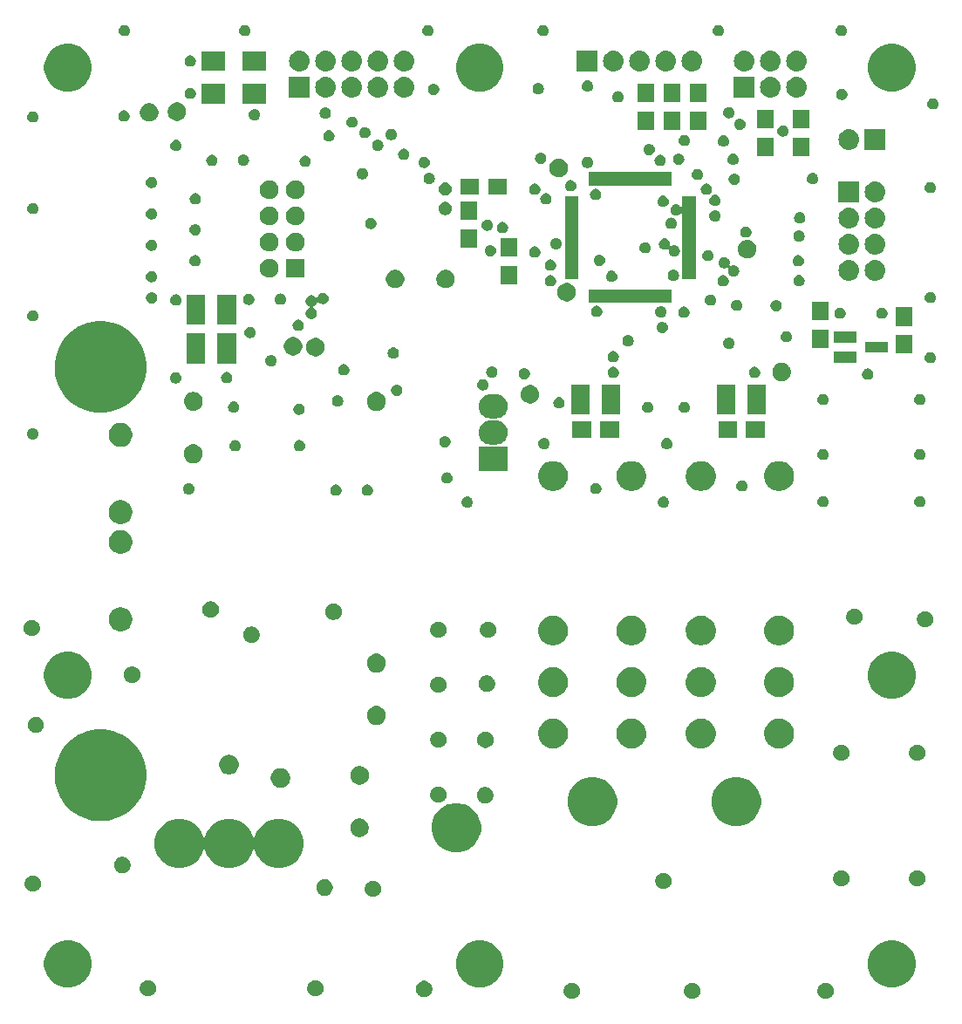
<source format=gts>
G04 #@! TF.GenerationSoftware,KiCad,Pcbnew,(5.0.0)*
G04 #@! TF.CreationDate,2018-10-12T21:11:17+03:00*
G04 #@! TF.ProjectId,Pistoke,506973746F6B652E6B696361645F7063,rev?*
G04 #@! TF.SameCoordinates,Original*
G04 #@! TF.FileFunction,Soldermask,Top*
G04 #@! TF.FilePolarity,Negative*
%FSLAX46Y46*%
G04 Gerber Fmt 4.6, Leading zero omitted, Abs format (unit mm)*
G04 Created by KiCad (PCBNEW (5.0.0)) date 10/12/18 21:11:17*
%MOMM*%
%LPD*%
G01*
G04 APERTURE LIST*
%ADD10C,0.100000*%
G04 APERTURE END LIST*
D10*
G36*
X131805351Y-149852743D02*
X131805353Y-149852744D01*
X131805354Y-149852744D01*
X131950942Y-149913049D01*
X132081969Y-150000598D01*
X132193402Y-150112031D01*
X132280951Y-150243058D01*
X132300068Y-150289209D01*
X132341257Y-150388649D01*
X132372000Y-150543207D01*
X132372000Y-150700793D01*
X132348095Y-150820974D01*
X132341256Y-150855354D01*
X132280951Y-151000942D01*
X132193402Y-151131969D01*
X132081969Y-151243402D01*
X131950942Y-151330951D01*
X131805354Y-151391256D01*
X131805353Y-151391256D01*
X131805351Y-151391257D01*
X131650793Y-151422000D01*
X131493207Y-151422000D01*
X131338649Y-151391257D01*
X131338647Y-151391256D01*
X131338646Y-151391256D01*
X131193058Y-151330951D01*
X131062031Y-151243402D01*
X130950598Y-151131969D01*
X130863049Y-151000942D01*
X130802744Y-150855354D01*
X130795906Y-150820974D01*
X130772000Y-150700793D01*
X130772000Y-150543207D01*
X130802743Y-150388649D01*
X130843933Y-150289209D01*
X130863049Y-150243058D01*
X130950598Y-150112031D01*
X131062031Y-150000598D01*
X131193058Y-149913049D01*
X131338646Y-149852744D01*
X131338647Y-149852744D01*
X131338649Y-149852743D01*
X131493207Y-149822000D01*
X131650793Y-149822000D01*
X131805351Y-149852743D01*
X131805351Y-149852743D01*
G37*
G36*
X118851351Y-149852743D02*
X118851353Y-149852744D01*
X118851354Y-149852744D01*
X118996942Y-149913049D01*
X119127969Y-150000598D01*
X119239402Y-150112031D01*
X119326951Y-150243058D01*
X119346068Y-150289209D01*
X119387257Y-150388649D01*
X119418000Y-150543207D01*
X119418000Y-150700793D01*
X119394095Y-150820974D01*
X119387256Y-150855354D01*
X119326951Y-151000942D01*
X119239402Y-151131969D01*
X119127969Y-151243402D01*
X118996942Y-151330951D01*
X118851354Y-151391256D01*
X118851353Y-151391256D01*
X118851351Y-151391257D01*
X118696793Y-151422000D01*
X118539207Y-151422000D01*
X118384649Y-151391257D01*
X118384647Y-151391256D01*
X118384646Y-151391256D01*
X118239058Y-151330951D01*
X118108031Y-151243402D01*
X117996598Y-151131969D01*
X117909049Y-151000942D01*
X117848744Y-150855354D01*
X117841906Y-150820974D01*
X117818000Y-150700793D01*
X117818000Y-150543207D01*
X117848743Y-150388649D01*
X117889933Y-150289209D01*
X117909049Y-150243058D01*
X117996598Y-150112031D01*
X118108031Y-150000598D01*
X118239058Y-149913049D01*
X118384646Y-149852744D01*
X118384647Y-149852744D01*
X118384649Y-149852743D01*
X118539207Y-149822000D01*
X118696793Y-149822000D01*
X118851351Y-149852743D01*
X118851351Y-149852743D01*
G37*
G36*
X107167351Y-149852743D02*
X107167353Y-149852744D01*
X107167354Y-149852744D01*
X107312942Y-149913049D01*
X107443969Y-150000598D01*
X107555402Y-150112031D01*
X107642951Y-150243058D01*
X107662068Y-150289209D01*
X107703257Y-150388649D01*
X107734000Y-150543207D01*
X107734000Y-150700793D01*
X107710095Y-150820974D01*
X107703256Y-150855354D01*
X107642951Y-151000942D01*
X107555402Y-151131969D01*
X107443969Y-151243402D01*
X107312942Y-151330951D01*
X107167354Y-151391256D01*
X107167353Y-151391256D01*
X107167351Y-151391257D01*
X107012793Y-151422000D01*
X106855207Y-151422000D01*
X106700649Y-151391257D01*
X106700647Y-151391256D01*
X106700646Y-151391256D01*
X106555058Y-151330951D01*
X106424031Y-151243402D01*
X106312598Y-151131969D01*
X106225049Y-151000942D01*
X106164744Y-150855354D01*
X106157906Y-150820974D01*
X106134000Y-150700793D01*
X106134000Y-150543207D01*
X106164743Y-150388649D01*
X106205933Y-150289209D01*
X106225049Y-150243058D01*
X106312598Y-150112031D01*
X106424031Y-150000598D01*
X106555058Y-149913049D01*
X106700646Y-149852744D01*
X106700647Y-149852744D01*
X106700649Y-149852743D01*
X106855207Y-149822000D01*
X107012793Y-149822000D01*
X107167351Y-149852743D01*
X107167351Y-149852743D01*
G37*
G36*
X92825347Y-149672775D02*
X92825349Y-149672776D01*
X92825350Y-149672776D01*
X92970938Y-149733081D01*
X93101965Y-149820630D01*
X93213398Y-149932063D01*
X93259191Y-150000598D01*
X93300947Y-150063090D01*
X93361253Y-150208681D01*
X93391996Y-150363239D01*
X93391996Y-150520825D01*
X93375979Y-150601351D01*
X93361252Y-150675386D01*
X93300947Y-150820974D01*
X93213398Y-150952001D01*
X93101965Y-151063434D01*
X92970938Y-151150983D01*
X92825350Y-151211288D01*
X92825349Y-151211288D01*
X92825347Y-151211289D01*
X92670789Y-151242032D01*
X92513203Y-151242032D01*
X92358645Y-151211289D01*
X92358643Y-151211288D01*
X92358642Y-151211288D01*
X92213054Y-151150983D01*
X92082027Y-151063434D01*
X91970594Y-150952001D01*
X91883045Y-150820974D01*
X91822740Y-150675386D01*
X91808014Y-150601351D01*
X91791996Y-150520825D01*
X91791996Y-150363239D01*
X91822739Y-150208681D01*
X91883045Y-150063090D01*
X91924801Y-150000598D01*
X91970594Y-149932063D01*
X92082027Y-149820630D01*
X92213054Y-149733081D01*
X92358642Y-149672776D01*
X92358643Y-149672776D01*
X92358645Y-149672775D01*
X92513203Y-149642032D01*
X92670789Y-149642032D01*
X92825347Y-149672775D01*
X92825347Y-149672775D01*
G37*
G36*
X82275351Y-149598743D02*
X82275353Y-149598744D01*
X82275354Y-149598744D01*
X82420942Y-149659049D01*
X82551969Y-149746598D01*
X82663402Y-149858031D01*
X82750951Y-149989058D01*
X82771321Y-150038234D01*
X82811257Y-150134649D01*
X82842000Y-150289207D01*
X82842000Y-150446793D01*
X82827275Y-150520823D01*
X82811256Y-150601354D01*
X82750951Y-150746942D01*
X82663402Y-150877969D01*
X82551969Y-150989402D01*
X82420942Y-151076951D01*
X82275354Y-151137256D01*
X82275353Y-151137256D01*
X82275351Y-151137257D01*
X82120793Y-151168000D01*
X81963207Y-151168000D01*
X81808649Y-151137257D01*
X81808647Y-151137256D01*
X81808646Y-151137256D01*
X81663058Y-151076951D01*
X81532031Y-150989402D01*
X81420598Y-150877969D01*
X81333049Y-150746942D01*
X81272744Y-150601354D01*
X81256726Y-150520823D01*
X81242000Y-150446793D01*
X81242000Y-150289207D01*
X81272743Y-150134649D01*
X81312680Y-150038234D01*
X81333049Y-149989058D01*
X81420598Y-149858031D01*
X81532031Y-149746598D01*
X81663058Y-149659049D01*
X81808646Y-149598744D01*
X81808647Y-149598744D01*
X81808649Y-149598743D01*
X81963207Y-149568000D01*
X82120793Y-149568000D01*
X82275351Y-149598743D01*
X82275351Y-149598743D01*
G37*
G36*
X66019351Y-149598743D02*
X66019353Y-149598744D01*
X66019354Y-149598744D01*
X66164942Y-149659049D01*
X66295969Y-149746598D01*
X66407402Y-149858031D01*
X66494951Y-149989058D01*
X66515321Y-150038234D01*
X66555257Y-150134649D01*
X66586000Y-150289207D01*
X66586000Y-150446793D01*
X66571275Y-150520823D01*
X66555256Y-150601354D01*
X66494951Y-150746942D01*
X66407402Y-150877969D01*
X66295969Y-150989402D01*
X66164942Y-151076951D01*
X66019354Y-151137256D01*
X66019353Y-151137256D01*
X66019351Y-151137257D01*
X65864793Y-151168000D01*
X65707207Y-151168000D01*
X65552649Y-151137257D01*
X65552647Y-151137256D01*
X65552646Y-151137256D01*
X65407058Y-151076951D01*
X65276031Y-150989402D01*
X65164598Y-150877969D01*
X65077049Y-150746942D01*
X65016744Y-150601354D01*
X65000726Y-150520823D01*
X64986000Y-150446793D01*
X64986000Y-150289207D01*
X65016743Y-150134649D01*
X65056680Y-150038234D01*
X65077049Y-149989058D01*
X65164598Y-149858031D01*
X65276031Y-149746598D01*
X65407058Y-149659049D01*
X65552646Y-149598744D01*
X65552647Y-149598744D01*
X65552649Y-149598743D01*
X65707207Y-149568000D01*
X65864793Y-149568000D01*
X66019351Y-149598743D01*
X66019351Y-149598743D01*
G37*
G36*
X98670885Y-145788387D02*
X98670887Y-145788388D01*
X98670888Y-145788388D01*
X98825507Y-145852433D01*
X99089459Y-145961766D01*
X99466165Y-146213473D01*
X99786527Y-146533835D01*
X100038234Y-146910541D01*
X100211613Y-147329115D01*
X100300000Y-147773470D01*
X100300000Y-148226530D01*
X100211613Y-148670885D01*
X100038234Y-149089459D01*
X99786527Y-149466165D01*
X99466165Y-149786527D01*
X99089459Y-150038234D01*
X98825507Y-150147567D01*
X98670888Y-150211612D01*
X98670887Y-150211612D01*
X98670885Y-150211613D01*
X98226530Y-150300000D01*
X97773470Y-150300000D01*
X97329115Y-150211613D01*
X97329113Y-150211612D01*
X97329112Y-150211612D01*
X97174493Y-150147567D01*
X96910541Y-150038234D01*
X96533835Y-149786527D01*
X96213473Y-149466165D01*
X95961766Y-149089459D01*
X95788387Y-148670885D01*
X95700000Y-148226530D01*
X95700000Y-147773470D01*
X95788387Y-147329115D01*
X95961766Y-146910541D01*
X96213473Y-146533835D01*
X96533835Y-146213473D01*
X96910541Y-145961766D01*
X97174493Y-145852433D01*
X97329112Y-145788388D01*
X97329113Y-145788388D01*
X97329115Y-145788387D01*
X97773470Y-145700000D01*
X98226530Y-145700000D01*
X98670885Y-145788387D01*
X98670885Y-145788387D01*
G37*
G36*
X58670885Y-145788387D02*
X58670887Y-145788388D01*
X58670888Y-145788388D01*
X58825507Y-145852433D01*
X59089459Y-145961766D01*
X59466165Y-146213473D01*
X59786527Y-146533835D01*
X60038234Y-146910541D01*
X60211613Y-147329115D01*
X60300000Y-147773470D01*
X60300000Y-148226530D01*
X60211613Y-148670885D01*
X60038234Y-149089459D01*
X59786527Y-149466165D01*
X59466165Y-149786527D01*
X59089459Y-150038234D01*
X58825507Y-150147567D01*
X58670888Y-150211612D01*
X58670887Y-150211612D01*
X58670885Y-150211613D01*
X58226530Y-150300000D01*
X57773470Y-150300000D01*
X57329115Y-150211613D01*
X57329113Y-150211612D01*
X57329112Y-150211612D01*
X57174493Y-150147567D01*
X56910541Y-150038234D01*
X56533835Y-149786527D01*
X56213473Y-149466165D01*
X55961766Y-149089459D01*
X55788387Y-148670885D01*
X55700000Y-148226530D01*
X55700000Y-147773470D01*
X55788387Y-147329115D01*
X55961766Y-146910541D01*
X56213473Y-146533835D01*
X56533835Y-146213473D01*
X56910541Y-145961766D01*
X57174493Y-145852433D01*
X57329112Y-145788388D01*
X57329113Y-145788388D01*
X57329115Y-145788387D01*
X57773470Y-145700000D01*
X58226530Y-145700000D01*
X58670885Y-145788387D01*
X58670885Y-145788387D01*
G37*
G36*
X138670885Y-145788387D02*
X138670887Y-145788388D01*
X138670888Y-145788388D01*
X138825507Y-145852433D01*
X139089459Y-145961766D01*
X139466165Y-146213473D01*
X139786527Y-146533835D01*
X140038234Y-146910541D01*
X140211613Y-147329115D01*
X140300000Y-147773470D01*
X140300000Y-148226530D01*
X140211613Y-148670885D01*
X140038234Y-149089459D01*
X139786527Y-149466165D01*
X139466165Y-149786527D01*
X139089459Y-150038234D01*
X138825507Y-150147567D01*
X138670888Y-150211612D01*
X138670887Y-150211612D01*
X138670885Y-150211613D01*
X138226530Y-150300000D01*
X137773470Y-150300000D01*
X137329115Y-150211613D01*
X137329113Y-150211612D01*
X137329112Y-150211612D01*
X137174493Y-150147567D01*
X136910541Y-150038234D01*
X136533835Y-149786527D01*
X136213473Y-149466165D01*
X135961766Y-149089459D01*
X135788387Y-148670885D01*
X135700000Y-148226530D01*
X135700000Y-147773470D01*
X135788387Y-147329115D01*
X135961766Y-146910541D01*
X136213473Y-146533835D01*
X136533835Y-146213473D01*
X136910541Y-145961766D01*
X137174493Y-145852433D01*
X137329112Y-145788388D01*
X137329113Y-145788388D01*
X137329115Y-145788387D01*
X137773470Y-145700000D01*
X138226530Y-145700000D01*
X138670885Y-145788387D01*
X138670885Y-145788387D01*
G37*
G36*
X87863351Y-139946743D02*
X87863353Y-139946744D01*
X87863354Y-139946744D01*
X88008942Y-140007049D01*
X88139969Y-140094598D01*
X88251402Y-140206031D01*
X88338951Y-140337058D01*
X88393710Y-140469256D01*
X88399257Y-140482649D01*
X88430000Y-140637207D01*
X88430000Y-140794793D01*
X88405702Y-140916951D01*
X88399256Y-140949354D01*
X88338951Y-141094942D01*
X88251402Y-141225969D01*
X88139969Y-141337402D01*
X88008942Y-141424951D01*
X87863354Y-141485256D01*
X87863353Y-141485256D01*
X87863351Y-141485257D01*
X87708793Y-141516000D01*
X87551207Y-141516000D01*
X87396649Y-141485257D01*
X87396647Y-141485256D01*
X87396646Y-141485256D01*
X87251058Y-141424951D01*
X87120031Y-141337402D01*
X87008598Y-141225969D01*
X86921049Y-141094942D01*
X86860744Y-140949354D01*
X86854299Y-140916951D01*
X86830000Y-140794793D01*
X86830000Y-140637207D01*
X86860743Y-140482649D01*
X86866291Y-140469256D01*
X86921049Y-140337058D01*
X87008598Y-140206031D01*
X87120031Y-140094598D01*
X87251058Y-140007049D01*
X87396646Y-139946744D01*
X87396647Y-139946744D01*
X87396649Y-139946743D01*
X87551207Y-139916000D01*
X87708793Y-139916000D01*
X87863351Y-139946743D01*
X87863351Y-139946743D01*
G37*
G36*
X83164351Y-139819743D02*
X83164353Y-139819744D01*
X83164354Y-139819744D01*
X83309942Y-139880049D01*
X83440969Y-139967598D01*
X83552402Y-140079031D01*
X83639951Y-140210058D01*
X83692557Y-140337058D01*
X83700257Y-140355649D01*
X83731000Y-140510207D01*
X83731000Y-140667793D01*
X83705739Y-140794793D01*
X83700256Y-140822354D01*
X83639951Y-140967942D01*
X83552402Y-141098969D01*
X83440969Y-141210402D01*
X83309942Y-141297951D01*
X83164354Y-141358256D01*
X83164353Y-141358256D01*
X83164351Y-141358257D01*
X83009793Y-141389000D01*
X82852207Y-141389000D01*
X82697649Y-141358257D01*
X82697647Y-141358256D01*
X82697646Y-141358256D01*
X82552058Y-141297951D01*
X82421031Y-141210402D01*
X82309598Y-141098969D01*
X82222049Y-140967942D01*
X82161744Y-140822354D01*
X82156262Y-140794793D01*
X82131000Y-140667793D01*
X82131000Y-140510207D01*
X82161743Y-140355649D01*
X82169444Y-140337058D01*
X82222049Y-140210058D01*
X82309598Y-140079031D01*
X82421031Y-139967598D01*
X82552058Y-139880049D01*
X82697646Y-139819744D01*
X82697647Y-139819744D01*
X82697649Y-139819743D01*
X82852207Y-139789000D01*
X83009793Y-139789000D01*
X83164351Y-139819743D01*
X83164351Y-139819743D01*
G37*
G36*
X54843351Y-139438743D02*
X54843353Y-139438744D01*
X54843354Y-139438744D01*
X54988942Y-139499049D01*
X55119969Y-139586598D01*
X55231402Y-139698031D01*
X55318951Y-139829058D01*
X55376337Y-139967598D01*
X55379257Y-139974649D01*
X55410000Y-140129207D01*
X55410000Y-140286793D01*
X55385702Y-140408951D01*
X55379256Y-140441354D01*
X55318951Y-140586942D01*
X55231402Y-140717969D01*
X55119969Y-140829402D01*
X54988942Y-140916951D01*
X54843354Y-140977256D01*
X54843353Y-140977256D01*
X54843351Y-140977257D01*
X54688793Y-141008000D01*
X54531207Y-141008000D01*
X54376649Y-140977257D01*
X54376647Y-140977256D01*
X54376646Y-140977256D01*
X54231058Y-140916951D01*
X54100031Y-140829402D01*
X53988598Y-140717969D01*
X53901049Y-140586942D01*
X53840744Y-140441354D01*
X53834299Y-140408951D01*
X53810000Y-140286793D01*
X53810000Y-140129207D01*
X53840743Y-139974649D01*
X53843664Y-139967598D01*
X53901049Y-139829058D01*
X53988598Y-139698031D01*
X54100031Y-139586598D01*
X54231058Y-139499049D01*
X54376646Y-139438744D01*
X54376647Y-139438744D01*
X54376649Y-139438743D01*
X54531207Y-139408000D01*
X54688793Y-139408000D01*
X54843351Y-139438743D01*
X54843351Y-139438743D01*
G37*
G36*
X116057351Y-139184743D02*
X116057353Y-139184744D01*
X116057354Y-139184744D01*
X116202942Y-139245049D01*
X116333969Y-139332598D01*
X116445402Y-139444031D01*
X116532951Y-139575058D01*
X116552068Y-139621209D01*
X116593257Y-139720649D01*
X116624000Y-139875207D01*
X116624000Y-140032793D01*
X116614803Y-140079031D01*
X116593256Y-140187354D01*
X116532951Y-140332942D01*
X116445402Y-140463969D01*
X116333969Y-140575402D01*
X116202942Y-140662951D01*
X116057354Y-140723256D01*
X116057353Y-140723256D01*
X116057351Y-140723257D01*
X115902793Y-140754000D01*
X115745207Y-140754000D01*
X115590649Y-140723257D01*
X115590647Y-140723256D01*
X115590646Y-140723256D01*
X115445058Y-140662951D01*
X115314031Y-140575402D01*
X115202598Y-140463969D01*
X115115049Y-140332942D01*
X115054744Y-140187354D01*
X115033198Y-140079031D01*
X115024000Y-140032793D01*
X115024000Y-139875207D01*
X115054743Y-139720649D01*
X115095933Y-139621209D01*
X115115049Y-139575058D01*
X115202598Y-139444031D01*
X115314031Y-139332598D01*
X115445058Y-139245049D01*
X115590646Y-139184744D01*
X115590647Y-139184744D01*
X115590649Y-139184743D01*
X115745207Y-139154000D01*
X115902793Y-139154000D01*
X116057351Y-139184743D01*
X116057351Y-139184743D01*
G37*
G36*
X140695351Y-138930743D02*
X140695353Y-138930744D01*
X140695354Y-138930744D01*
X140840942Y-138991049D01*
X140971969Y-139078598D01*
X141083402Y-139190031D01*
X141170951Y-139321058D01*
X141219699Y-139438744D01*
X141231257Y-139466649D01*
X141262000Y-139621207D01*
X141262000Y-139778793D01*
X141252002Y-139829058D01*
X141231256Y-139933354D01*
X141170951Y-140078942D01*
X141083402Y-140209969D01*
X140971969Y-140321402D01*
X140840942Y-140408951D01*
X140695354Y-140469256D01*
X140695353Y-140469256D01*
X140695351Y-140469257D01*
X140540793Y-140500000D01*
X140383207Y-140500000D01*
X140228649Y-140469257D01*
X140228647Y-140469256D01*
X140228646Y-140469256D01*
X140083058Y-140408951D01*
X139952031Y-140321402D01*
X139840598Y-140209969D01*
X139753049Y-140078942D01*
X139692744Y-139933354D01*
X139671999Y-139829058D01*
X139662000Y-139778793D01*
X139662000Y-139621207D01*
X139692743Y-139466649D01*
X139704302Y-139438744D01*
X139753049Y-139321058D01*
X139840598Y-139190031D01*
X139952031Y-139078598D01*
X140083058Y-138991049D01*
X140228646Y-138930744D01*
X140228647Y-138930744D01*
X140228649Y-138930743D01*
X140383207Y-138900000D01*
X140540793Y-138900000D01*
X140695351Y-138930743D01*
X140695351Y-138930743D01*
G37*
G36*
X133329351Y-138930743D02*
X133329353Y-138930744D01*
X133329354Y-138930744D01*
X133474942Y-138991049D01*
X133605969Y-139078598D01*
X133717402Y-139190031D01*
X133804951Y-139321058D01*
X133853699Y-139438744D01*
X133865257Y-139466649D01*
X133896000Y-139621207D01*
X133896000Y-139778793D01*
X133886002Y-139829058D01*
X133865256Y-139933354D01*
X133804951Y-140078942D01*
X133717402Y-140209969D01*
X133605969Y-140321402D01*
X133474942Y-140408951D01*
X133329354Y-140469256D01*
X133329353Y-140469256D01*
X133329351Y-140469257D01*
X133174793Y-140500000D01*
X133017207Y-140500000D01*
X132862649Y-140469257D01*
X132862647Y-140469256D01*
X132862646Y-140469256D01*
X132717058Y-140408951D01*
X132586031Y-140321402D01*
X132474598Y-140209969D01*
X132387049Y-140078942D01*
X132326744Y-139933354D01*
X132305999Y-139829058D01*
X132296000Y-139778793D01*
X132296000Y-139621207D01*
X132326743Y-139466649D01*
X132338302Y-139438744D01*
X132387049Y-139321058D01*
X132474598Y-139190031D01*
X132586031Y-139078598D01*
X132717058Y-138991049D01*
X132862646Y-138930744D01*
X132862647Y-138930744D01*
X132862649Y-138930743D01*
X133017207Y-138900000D01*
X133174793Y-138900000D01*
X133329351Y-138930743D01*
X133329351Y-138930743D01*
G37*
G36*
X63533351Y-137630743D02*
X63533353Y-137630744D01*
X63533354Y-137630744D01*
X63678942Y-137691049D01*
X63809969Y-137778598D01*
X63921402Y-137890031D01*
X64008951Y-138021058D01*
X64069256Y-138166646D01*
X64100000Y-138321209D01*
X64100000Y-138478791D01*
X64069256Y-138633354D01*
X64008951Y-138778942D01*
X63921402Y-138909969D01*
X63809969Y-139021402D01*
X63678942Y-139108951D01*
X63533354Y-139169256D01*
X63533353Y-139169256D01*
X63533351Y-139169257D01*
X63378793Y-139200000D01*
X63221207Y-139200000D01*
X63066649Y-139169257D01*
X63066647Y-139169256D01*
X63066646Y-139169256D01*
X62921058Y-139108951D01*
X62790031Y-139021402D01*
X62678598Y-138909969D01*
X62591049Y-138778942D01*
X62530744Y-138633354D01*
X62500000Y-138478791D01*
X62500000Y-138321209D01*
X62530744Y-138166646D01*
X62591049Y-138021058D01*
X62678598Y-137890031D01*
X62790031Y-137778598D01*
X62921058Y-137691049D01*
X63066646Y-137630744D01*
X63066647Y-137630744D01*
X63066649Y-137630743D01*
X63221207Y-137600000D01*
X63378793Y-137600000D01*
X63533351Y-137630743D01*
X63533351Y-137630743D01*
G37*
G36*
X69534183Y-134003807D02*
X69534185Y-134003808D01*
X69534186Y-134003808D01*
X69971035Y-134184757D01*
X70364190Y-134447455D01*
X70698545Y-134781810D01*
X70961243Y-135174965D01*
X71088222Y-135481518D01*
X71142193Y-135611817D01*
X71145923Y-135630568D01*
X71151612Y-135649321D01*
X71160853Y-135666610D01*
X71173289Y-135681763D01*
X71188443Y-135694200D01*
X71205731Y-135703441D01*
X71224491Y-135709131D01*
X71244000Y-135711053D01*
X71263509Y-135709132D01*
X71282268Y-135703441D01*
X71299557Y-135694200D01*
X71314710Y-135681764D01*
X71327147Y-135666610D01*
X71336388Y-135649322D01*
X71342077Y-135630568D01*
X71345807Y-135611817D01*
X71399779Y-135481518D01*
X71526757Y-135174965D01*
X71789455Y-134781810D01*
X72123810Y-134447455D01*
X72516965Y-134184757D01*
X72953814Y-134003808D01*
X72953815Y-134003808D01*
X72953817Y-134003807D01*
X73417577Y-133911560D01*
X73890423Y-133911560D01*
X74354183Y-134003807D01*
X74354185Y-134003808D01*
X74354186Y-134003808D01*
X74791035Y-134184757D01*
X75184190Y-134447455D01*
X75518545Y-134781810D01*
X75781243Y-135174965D01*
X75908222Y-135481518D01*
X75962193Y-135611817D01*
X75971923Y-135660731D01*
X75977612Y-135679485D01*
X75986853Y-135696774D01*
X75999289Y-135711928D01*
X76014443Y-135724364D01*
X76031732Y-135733605D01*
X76050491Y-135739295D01*
X76070000Y-135741217D01*
X76089509Y-135739296D01*
X76108268Y-135733605D01*
X76125557Y-135724364D01*
X76140711Y-135711928D01*
X76153147Y-135696774D01*
X76162388Y-135679485D01*
X76168077Y-135660731D01*
X76177807Y-135611817D01*
X76231779Y-135481518D01*
X76358757Y-135174965D01*
X76621455Y-134781810D01*
X76955810Y-134447455D01*
X77348965Y-134184757D01*
X77785814Y-134003808D01*
X77785815Y-134003808D01*
X77785817Y-134003807D01*
X78249577Y-133911560D01*
X78722423Y-133911560D01*
X79186183Y-134003807D01*
X79186185Y-134003808D01*
X79186186Y-134003808D01*
X79623035Y-134184757D01*
X80016190Y-134447455D01*
X80350545Y-134781810D01*
X80613243Y-135174965D01*
X80740222Y-135481518D01*
X80794193Y-135611817D01*
X80886440Y-136075577D01*
X80886440Y-136548423D01*
X80797922Y-136993438D01*
X80794192Y-137012186D01*
X80613243Y-137449035D01*
X80350545Y-137842190D01*
X80016190Y-138176545D01*
X79623035Y-138439243D01*
X79186186Y-138620192D01*
X79186185Y-138620192D01*
X79186183Y-138620193D01*
X78722423Y-138712440D01*
X78249577Y-138712440D01*
X77785817Y-138620193D01*
X77785815Y-138620192D01*
X77785814Y-138620192D01*
X77348965Y-138439243D01*
X76955810Y-138176545D01*
X76621455Y-137842190D01*
X76358757Y-137449035D01*
X76177808Y-137012186D01*
X76177807Y-137012183D01*
X76168077Y-136963269D01*
X76162388Y-136944515D01*
X76153147Y-136927226D01*
X76140711Y-136912072D01*
X76125557Y-136899636D01*
X76108268Y-136890395D01*
X76089509Y-136884705D01*
X76070000Y-136882783D01*
X76050491Y-136884704D01*
X76031732Y-136890395D01*
X76014443Y-136899636D01*
X75999289Y-136912072D01*
X75986853Y-136927226D01*
X75977612Y-136944515D01*
X75971923Y-136963269D01*
X75962193Y-137012183D01*
X75962192Y-137012186D01*
X75781243Y-137449035D01*
X75518545Y-137842190D01*
X75184190Y-138176545D01*
X74791035Y-138439243D01*
X74354186Y-138620192D01*
X74354185Y-138620192D01*
X74354183Y-138620193D01*
X73890423Y-138712440D01*
X73417577Y-138712440D01*
X72953817Y-138620193D01*
X72953815Y-138620192D01*
X72953814Y-138620192D01*
X72516965Y-138439243D01*
X72123810Y-138176545D01*
X71789455Y-137842190D01*
X71526757Y-137449035D01*
X71345808Y-137012186D01*
X71345807Y-137012183D01*
X71342077Y-136993432D01*
X71336388Y-136974679D01*
X71327147Y-136957390D01*
X71314711Y-136942237D01*
X71299557Y-136929800D01*
X71282269Y-136920559D01*
X71263509Y-136914869D01*
X71244000Y-136912947D01*
X71224491Y-136914868D01*
X71205732Y-136920559D01*
X71188443Y-136929800D01*
X71173290Y-136942236D01*
X71160853Y-136957390D01*
X71151612Y-136974678D01*
X71145923Y-136993432D01*
X71142193Y-137012183D01*
X71142192Y-137012186D01*
X70961243Y-137449035D01*
X70698545Y-137842190D01*
X70364190Y-138176545D01*
X69971035Y-138439243D01*
X69534186Y-138620192D01*
X69534185Y-138620192D01*
X69534183Y-138620193D01*
X69070423Y-138712440D01*
X68597577Y-138712440D01*
X68133817Y-138620193D01*
X68133815Y-138620192D01*
X68133814Y-138620192D01*
X67696965Y-138439243D01*
X67303810Y-138176545D01*
X66969455Y-137842190D01*
X66706757Y-137449035D01*
X66525808Y-137012186D01*
X66522079Y-136993438D01*
X66433560Y-136548423D01*
X66433560Y-136075577D01*
X66525807Y-135611817D01*
X66579779Y-135481518D01*
X66706757Y-135174965D01*
X66969455Y-134781810D01*
X67303810Y-134447455D01*
X67696965Y-134184757D01*
X68133814Y-134003808D01*
X68133815Y-134003808D01*
X68133817Y-134003807D01*
X68597577Y-133911560D01*
X69070423Y-133911560D01*
X69534183Y-134003807D01*
X69534183Y-134003807D01*
G37*
G36*
X96420183Y-132473807D02*
X96420185Y-132473808D01*
X96420186Y-132473808D01*
X96576868Y-132538708D01*
X96857035Y-132654757D01*
X97250191Y-132917456D01*
X97584544Y-133251809D01*
X97847243Y-133644965D01*
X98028193Y-134081817D01*
X98120440Y-134545577D01*
X98120440Y-135018423D01*
X98053277Y-135356078D01*
X98028192Y-135482186D01*
X97847243Y-135919035D01*
X97584545Y-136312190D01*
X97250190Y-136646545D01*
X96857035Y-136909243D01*
X96420186Y-137090192D01*
X96420185Y-137090192D01*
X96420183Y-137090193D01*
X95956423Y-137182440D01*
X95483577Y-137182440D01*
X95019817Y-137090193D01*
X95019815Y-137090192D01*
X95019814Y-137090192D01*
X94582965Y-136909243D01*
X94189810Y-136646545D01*
X93855455Y-136312190D01*
X93592757Y-135919035D01*
X93411808Y-135482186D01*
X93386724Y-135356078D01*
X93319560Y-135018423D01*
X93319560Y-134545577D01*
X93411807Y-134081817D01*
X93592757Y-133644965D01*
X93855456Y-133251809D01*
X94189809Y-132917456D01*
X94582965Y-132654757D01*
X94863132Y-132538708D01*
X95019814Y-132473808D01*
X95019815Y-132473808D01*
X95019817Y-132473807D01*
X95483577Y-132381560D01*
X95956423Y-132381560D01*
X96420183Y-132473807D01*
X96420183Y-132473807D01*
G37*
G36*
X86584684Y-133916038D02*
X86584687Y-133916039D01*
X86584686Y-133916039D01*
X86748580Y-133983926D01*
X86896080Y-134082482D01*
X87021518Y-134207920D01*
X87120074Y-134355420D01*
X87158196Y-134447455D01*
X87187962Y-134519316D01*
X87222570Y-134693299D01*
X87222570Y-134870701D01*
X87187962Y-135044684D01*
X87187961Y-135044686D01*
X87120074Y-135208580D01*
X87021518Y-135356080D01*
X86896080Y-135481518D01*
X86748580Y-135580074D01*
X86671945Y-135611817D01*
X86584684Y-135647962D01*
X86410701Y-135682570D01*
X86233299Y-135682570D01*
X86059316Y-135647962D01*
X85972055Y-135611817D01*
X85895420Y-135580074D01*
X85747920Y-135481518D01*
X85622482Y-135356080D01*
X85523926Y-135208580D01*
X85456039Y-135044686D01*
X85456038Y-135044684D01*
X85421430Y-134870701D01*
X85421430Y-134693299D01*
X85456038Y-134519316D01*
X85485804Y-134447455D01*
X85523926Y-134355420D01*
X85622482Y-134207920D01*
X85747920Y-134082482D01*
X85895420Y-133983926D01*
X86059314Y-133916039D01*
X86059313Y-133916039D01*
X86059316Y-133916038D01*
X86233299Y-133881430D01*
X86410701Y-133881430D01*
X86584684Y-133916038D01*
X86584684Y-133916038D01*
G37*
G36*
X123598183Y-129933807D02*
X123598185Y-129933808D01*
X123598186Y-129933808D01*
X124035035Y-130114757D01*
X124428190Y-130377455D01*
X124762545Y-130711810D01*
X124867905Y-130869492D01*
X125025243Y-131104965D01*
X125206193Y-131541817D01*
X125298440Y-132005577D01*
X125298440Y-132478423D01*
X125211112Y-132917455D01*
X125206192Y-132942186D01*
X125025243Y-133379035D01*
X124762545Y-133772190D01*
X124428190Y-134106545D01*
X124035035Y-134369243D01*
X123598186Y-134550192D01*
X123598185Y-134550192D01*
X123598183Y-134550193D01*
X123134423Y-134642440D01*
X122661577Y-134642440D01*
X122197817Y-134550193D01*
X122197815Y-134550192D01*
X122197814Y-134550192D01*
X121760965Y-134369243D01*
X121367810Y-134106545D01*
X121033455Y-133772190D01*
X120770757Y-133379035D01*
X120589808Y-132942186D01*
X120584889Y-132917455D01*
X120497560Y-132478423D01*
X120497560Y-132005577D01*
X120589807Y-131541817D01*
X120770757Y-131104965D01*
X120928095Y-130869492D01*
X121033455Y-130711810D01*
X121367810Y-130377455D01*
X121760965Y-130114757D01*
X122197814Y-129933808D01*
X122197815Y-129933808D01*
X122197817Y-129933807D01*
X122661577Y-129841560D01*
X123134423Y-129841560D01*
X123598183Y-129933807D01*
X123598183Y-129933807D01*
G37*
G36*
X109628183Y-129933807D02*
X109628185Y-129933808D01*
X109628186Y-129933808D01*
X110065035Y-130114757D01*
X110458190Y-130377455D01*
X110792545Y-130711810D01*
X110897905Y-130869492D01*
X111055243Y-131104965D01*
X111236193Y-131541817D01*
X111328440Y-132005577D01*
X111328440Y-132478423D01*
X111241112Y-132917455D01*
X111236192Y-132942186D01*
X111055243Y-133379035D01*
X110792545Y-133772190D01*
X110458190Y-134106545D01*
X110065035Y-134369243D01*
X109628186Y-134550192D01*
X109628185Y-134550192D01*
X109628183Y-134550193D01*
X109164423Y-134642440D01*
X108691577Y-134642440D01*
X108227817Y-134550193D01*
X108227815Y-134550192D01*
X108227814Y-134550192D01*
X107790965Y-134369243D01*
X107397810Y-134106545D01*
X107063455Y-133772190D01*
X106800757Y-133379035D01*
X106619808Y-132942186D01*
X106614889Y-132917455D01*
X106527560Y-132478423D01*
X106527560Y-132005577D01*
X106619807Y-131541817D01*
X106800757Y-131104965D01*
X106958095Y-130869492D01*
X107063455Y-130711810D01*
X107397810Y-130377455D01*
X107790965Y-130114757D01*
X108227814Y-129933808D01*
X108227815Y-129933808D01*
X108227817Y-129933807D01*
X108691577Y-129841560D01*
X109164423Y-129841560D01*
X109628183Y-129933807D01*
X109628183Y-129933807D01*
G37*
G36*
X61958179Y-125320404D02*
X62474020Y-125423011D01*
X62961223Y-125624818D01*
X63283866Y-125758461D01*
X64012710Y-126245459D01*
X64632541Y-126865290D01*
X65119539Y-127594134D01*
X65119539Y-127594135D01*
X65454989Y-128403980D01*
X65486507Y-128562433D01*
X65626000Y-129263713D01*
X65626000Y-130140287D01*
X65573147Y-130405995D01*
X65454989Y-131000020D01*
X65203401Y-131607404D01*
X65119539Y-131809866D01*
X64632541Y-132538710D01*
X64012710Y-133158541D01*
X63283866Y-133645539D01*
X63081404Y-133729401D01*
X62474020Y-133980989D01*
X61963777Y-134082482D01*
X61614287Y-134152000D01*
X60737713Y-134152000D01*
X60388223Y-134082482D01*
X59877980Y-133980989D01*
X59270596Y-133729401D01*
X59068134Y-133645539D01*
X58339290Y-133158541D01*
X57719459Y-132538710D01*
X57232461Y-131809866D01*
X57148598Y-131607404D01*
X56897011Y-131000020D01*
X56778853Y-130405995D01*
X56726000Y-130140287D01*
X56726000Y-129263713D01*
X56865493Y-128562433D01*
X56897011Y-128403980D01*
X57232461Y-127594135D01*
X57232461Y-127594134D01*
X57719459Y-126865290D01*
X58339290Y-126245459D01*
X59068134Y-125758461D01*
X59390777Y-125624818D01*
X59877980Y-125423011D01*
X60393821Y-125320404D01*
X60737713Y-125252000D01*
X61614287Y-125252000D01*
X61958179Y-125320404D01*
X61958179Y-125320404D01*
G37*
G36*
X98754586Y-130865095D02*
X98754588Y-130865096D01*
X98754589Y-130865096D01*
X98900177Y-130925401D01*
X99011853Y-131000020D01*
X99031205Y-131012951D01*
X99142636Y-131124382D01*
X99230186Y-131255410D01*
X99290492Y-131401001D01*
X99321235Y-131555559D01*
X99321235Y-131713145D01*
X99301997Y-131809865D01*
X99290491Y-131867706D01*
X99230186Y-132013294D01*
X99142637Y-132144321D01*
X99031204Y-132255754D01*
X98900177Y-132343303D01*
X98754589Y-132403608D01*
X98754588Y-132403608D01*
X98754586Y-132403609D01*
X98600028Y-132434352D01*
X98442442Y-132434352D01*
X98287884Y-132403609D01*
X98287882Y-132403608D01*
X98287881Y-132403608D01*
X98142293Y-132343303D01*
X98011266Y-132255754D01*
X97899833Y-132144321D01*
X97812284Y-132013294D01*
X97751979Y-131867706D01*
X97740474Y-131809865D01*
X97721235Y-131713145D01*
X97721235Y-131555559D01*
X97751978Y-131401001D01*
X97812284Y-131255410D01*
X97899834Y-131124382D01*
X98011265Y-131012951D01*
X98030618Y-131000020D01*
X98142293Y-130925401D01*
X98287881Y-130865096D01*
X98287882Y-130865096D01*
X98287884Y-130865095D01*
X98442442Y-130834352D01*
X98600028Y-130834352D01*
X98754586Y-130865095D01*
X98754586Y-130865095D01*
G37*
G36*
X94213351Y-130802743D02*
X94213353Y-130802744D01*
X94213354Y-130802744D01*
X94358942Y-130863049D01*
X94452259Y-130925401D01*
X94489970Y-130950599D01*
X94601401Y-131062030D01*
X94688951Y-131193058D01*
X94749257Y-131338649D01*
X94780000Y-131493207D01*
X94780000Y-131650793D01*
X94767598Y-131713145D01*
X94749256Y-131805354D01*
X94688951Y-131950942D01*
X94601402Y-132081969D01*
X94489969Y-132193402D01*
X94358942Y-132280951D01*
X94213354Y-132341256D01*
X94213353Y-132341256D01*
X94213351Y-132341257D01*
X94058793Y-132372000D01*
X93901207Y-132372000D01*
X93746649Y-132341257D01*
X93746647Y-132341256D01*
X93746646Y-132341256D01*
X93601058Y-132280951D01*
X93470031Y-132193402D01*
X93358598Y-132081969D01*
X93271049Y-131950942D01*
X93210744Y-131805354D01*
X93192403Y-131713145D01*
X93180000Y-131650793D01*
X93180000Y-131493207D01*
X93210743Y-131338649D01*
X93271049Y-131193058D01*
X93358599Y-131062030D01*
X93470030Y-130950599D01*
X93507742Y-130925401D01*
X93601058Y-130863049D01*
X93746646Y-130802744D01*
X93746647Y-130802744D01*
X93746649Y-130802743D01*
X93901207Y-130772000D01*
X94058793Y-130772000D01*
X94213351Y-130802743D01*
X94213351Y-130802743D01*
G37*
G36*
X78869926Y-129030339D02*
X78931106Y-129042508D01*
X79002719Y-129072172D01*
X79103994Y-129114121D01*
X79155859Y-129148776D01*
X79259588Y-129218085D01*
X79391915Y-129350412D01*
X79451317Y-129439314D01*
X79495879Y-129506006D01*
X79522176Y-129569492D01*
X79540323Y-129613302D01*
X79567492Y-129678895D01*
X79604000Y-129862433D01*
X79604000Y-130049567D01*
X79567492Y-130233105D01*
X79495879Y-130405994D01*
X79495878Y-130405995D01*
X79391915Y-130561588D01*
X79259588Y-130693915D01*
X79155859Y-130763224D01*
X79103994Y-130797879D01*
X79015940Y-130834352D01*
X78931106Y-130869492D01*
X78869926Y-130881661D01*
X78747567Y-130906000D01*
X78560433Y-130906000D01*
X78438074Y-130881661D01*
X78376894Y-130869492D01*
X78292060Y-130834352D01*
X78204006Y-130797879D01*
X78152141Y-130763224D01*
X78048412Y-130693915D01*
X77916085Y-130561588D01*
X77812122Y-130405995D01*
X77812121Y-130405994D01*
X77740508Y-130233105D01*
X77704000Y-130049567D01*
X77704000Y-129862433D01*
X77740508Y-129678895D01*
X77767678Y-129613302D01*
X77785824Y-129569492D01*
X77812121Y-129506006D01*
X77856683Y-129439314D01*
X77916085Y-129350412D01*
X78048412Y-129218085D01*
X78152141Y-129148776D01*
X78204006Y-129114121D01*
X78305281Y-129072172D01*
X78376894Y-129042508D01*
X78438074Y-129030339D01*
X78560433Y-129006000D01*
X78747567Y-129006000D01*
X78869926Y-129030339D01*
X78869926Y-129030339D01*
G37*
G36*
X86594844Y-128836038D02*
X86594847Y-128836039D01*
X86594846Y-128836039D01*
X86758740Y-128903926D01*
X86906240Y-129002482D01*
X87031678Y-129127920D01*
X87130234Y-129275420D01*
X87130234Y-129275421D01*
X87198122Y-129439316D01*
X87232730Y-129613299D01*
X87232730Y-129790701D01*
X87198122Y-129964684D01*
X87198121Y-129964686D01*
X87130234Y-130128580D01*
X87031678Y-130276080D01*
X86906240Y-130401518D01*
X86758740Y-130500074D01*
X86642848Y-130548078D01*
X86594844Y-130567962D01*
X86420861Y-130602570D01*
X86243459Y-130602570D01*
X86069476Y-130567962D01*
X86021472Y-130548078D01*
X85905580Y-130500074D01*
X85758080Y-130401518D01*
X85632642Y-130276080D01*
X85534086Y-130128580D01*
X85466199Y-129964686D01*
X85466198Y-129964684D01*
X85431590Y-129790701D01*
X85431590Y-129613299D01*
X85466198Y-129439316D01*
X85534086Y-129275421D01*
X85534086Y-129275420D01*
X85632642Y-129127920D01*
X85758080Y-129002482D01*
X85905580Y-128903926D01*
X86069474Y-128836039D01*
X86069473Y-128836039D01*
X86069476Y-128836038D01*
X86243459Y-128801430D01*
X86420861Y-128801430D01*
X86594844Y-128836038D01*
X86594844Y-128836038D01*
G37*
G36*
X73869926Y-127730339D02*
X73931106Y-127742508D01*
X74002719Y-127772172D01*
X74103994Y-127814121D01*
X74103995Y-127814122D01*
X74259588Y-127918085D01*
X74391915Y-128050412D01*
X74444693Y-128129401D01*
X74495879Y-128206006D01*
X74567492Y-128378895D01*
X74604000Y-128562433D01*
X74604000Y-128749567D01*
X74567492Y-128933105D01*
X74495879Y-129105994D01*
X74481227Y-129127922D01*
X74391915Y-129261588D01*
X74259588Y-129393915D01*
X74191643Y-129439314D01*
X74103994Y-129497879D01*
X74002719Y-129539828D01*
X73931106Y-129569492D01*
X73869926Y-129581661D01*
X73747567Y-129606000D01*
X73560433Y-129606000D01*
X73438074Y-129581661D01*
X73376894Y-129569492D01*
X73305281Y-129539828D01*
X73204006Y-129497879D01*
X73116357Y-129439314D01*
X73048412Y-129393915D01*
X72916085Y-129261588D01*
X72826773Y-129127922D01*
X72812121Y-129105994D01*
X72740508Y-128933105D01*
X72704000Y-128749567D01*
X72704000Y-128562433D01*
X72740508Y-128378895D01*
X72812121Y-128206006D01*
X72863307Y-128129401D01*
X72916085Y-128050412D01*
X73048412Y-127918085D01*
X73204005Y-127814122D01*
X73204006Y-127814121D01*
X73305281Y-127772172D01*
X73376894Y-127742508D01*
X73438074Y-127730339D01*
X73560433Y-127706000D01*
X73747567Y-127706000D01*
X73869926Y-127730339D01*
X73869926Y-127730339D01*
G37*
G36*
X133329351Y-126738743D02*
X133329353Y-126738744D01*
X133329354Y-126738744D01*
X133474942Y-126799049D01*
X133605969Y-126886598D01*
X133717402Y-126998031D01*
X133729058Y-127015476D01*
X133804951Y-127129058D01*
X133865257Y-127274649D01*
X133896000Y-127429207D01*
X133896000Y-127586793D01*
X133872289Y-127706000D01*
X133865256Y-127741354D01*
X133804951Y-127886942D01*
X133717402Y-128017969D01*
X133605969Y-128129402D01*
X133474942Y-128216951D01*
X133329354Y-128277256D01*
X133329353Y-128277256D01*
X133329351Y-128277257D01*
X133174793Y-128308000D01*
X133017207Y-128308000D01*
X132862649Y-128277257D01*
X132862647Y-128277256D01*
X132862646Y-128277256D01*
X132717058Y-128216951D01*
X132586031Y-128129402D01*
X132474598Y-128017969D01*
X132387049Y-127886942D01*
X132326744Y-127741354D01*
X132319712Y-127706000D01*
X132296000Y-127586793D01*
X132296000Y-127429207D01*
X132326743Y-127274649D01*
X132387049Y-127129058D01*
X132462942Y-127015476D01*
X132474598Y-126998031D01*
X132586031Y-126886598D01*
X132717058Y-126799049D01*
X132862646Y-126738744D01*
X132862647Y-126738744D01*
X132862649Y-126738743D01*
X133017207Y-126708000D01*
X133174793Y-126708000D01*
X133329351Y-126738743D01*
X133329351Y-126738743D01*
G37*
G36*
X140695351Y-126738743D02*
X140695353Y-126738744D01*
X140695354Y-126738744D01*
X140840942Y-126799049D01*
X140971969Y-126886598D01*
X141083402Y-126998031D01*
X141095058Y-127015476D01*
X141170951Y-127129058D01*
X141231257Y-127274649D01*
X141262000Y-127429207D01*
X141262000Y-127586793D01*
X141238289Y-127706000D01*
X141231256Y-127741354D01*
X141170951Y-127886942D01*
X141083402Y-128017969D01*
X140971969Y-128129402D01*
X140840942Y-128216951D01*
X140695354Y-128277256D01*
X140695353Y-128277256D01*
X140695351Y-128277257D01*
X140540793Y-128308000D01*
X140383207Y-128308000D01*
X140228649Y-128277257D01*
X140228647Y-128277256D01*
X140228646Y-128277256D01*
X140083058Y-128216951D01*
X139952031Y-128129402D01*
X139840598Y-128017969D01*
X139753049Y-127886942D01*
X139692744Y-127741354D01*
X139685712Y-127706000D01*
X139662000Y-127586793D01*
X139662000Y-127429207D01*
X139692743Y-127274649D01*
X139753049Y-127129058D01*
X139828942Y-127015476D01*
X139840598Y-126998031D01*
X139952031Y-126886598D01*
X140083058Y-126799049D01*
X140228646Y-126738744D01*
X140228647Y-126738744D01*
X140228649Y-126738743D01*
X140383207Y-126708000D01*
X140540793Y-126708000D01*
X140695351Y-126738743D01*
X140695351Y-126738743D01*
G37*
G36*
X119791570Y-124225149D02*
X119884950Y-124243723D01*
X119962239Y-124275738D01*
X120148833Y-124353027D01*
X120310973Y-124461365D01*
X120386320Y-124511710D01*
X120588290Y-124713680D01*
X120617203Y-124756952D01*
X120746973Y-124951167D01*
X120856277Y-125215051D01*
X120908375Y-125476962D01*
X120912000Y-125495189D01*
X120912000Y-125780811D01*
X120867477Y-126004646D01*
X120856277Y-126060949D01*
X120746973Y-126324833D01*
X120588289Y-126562321D01*
X120386321Y-126764289D01*
X120148833Y-126922973D01*
X119967629Y-126998030D01*
X119884950Y-127032277D01*
X119791570Y-127050851D01*
X119604813Y-127088000D01*
X119319187Y-127088000D01*
X119132430Y-127050851D01*
X119039050Y-127032277D01*
X118956371Y-126998030D01*
X118775167Y-126922973D01*
X118537679Y-126764289D01*
X118335711Y-126562321D01*
X118177027Y-126324833D01*
X118067723Y-126060949D01*
X118056524Y-126004646D01*
X118012000Y-125780811D01*
X118012000Y-125495189D01*
X118015626Y-125476962D01*
X118067723Y-125215051D01*
X118177027Y-124951167D01*
X118306797Y-124756952D01*
X118335710Y-124713680D01*
X118537680Y-124511710D01*
X118613027Y-124461365D01*
X118775167Y-124353027D01*
X118961761Y-124275738D01*
X119039050Y-124243723D01*
X119132430Y-124225149D01*
X119319187Y-124188000D01*
X119604813Y-124188000D01*
X119791570Y-124225149D01*
X119791570Y-124225149D01*
G37*
G36*
X127391570Y-124225149D02*
X127484950Y-124243723D01*
X127562239Y-124275738D01*
X127748833Y-124353027D01*
X127910973Y-124461365D01*
X127986320Y-124511710D01*
X128188290Y-124713680D01*
X128217203Y-124756952D01*
X128346973Y-124951167D01*
X128456277Y-125215051D01*
X128508375Y-125476962D01*
X128512000Y-125495189D01*
X128512000Y-125780811D01*
X128467477Y-126004646D01*
X128456277Y-126060949D01*
X128346973Y-126324833D01*
X128188289Y-126562321D01*
X127986321Y-126764289D01*
X127748833Y-126922973D01*
X127567629Y-126998030D01*
X127484950Y-127032277D01*
X127391570Y-127050851D01*
X127204813Y-127088000D01*
X126919187Y-127088000D01*
X126732430Y-127050851D01*
X126639050Y-127032277D01*
X126556371Y-126998030D01*
X126375167Y-126922973D01*
X126137679Y-126764289D01*
X125935711Y-126562321D01*
X125777027Y-126324833D01*
X125667723Y-126060949D01*
X125656524Y-126004646D01*
X125612000Y-125780811D01*
X125612000Y-125495189D01*
X125615626Y-125476962D01*
X125667723Y-125215051D01*
X125777027Y-124951167D01*
X125906797Y-124756952D01*
X125935710Y-124713680D01*
X126137680Y-124511710D01*
X126213027Y-124461365D01*
X126375167Y-124353027D01*
X126561761Y-124275738D01*
X126639050Y-124243723D01*
X126732430Y-124225149D01*
X126919187Y-124188000D01*
X127204813Y-124188000D01*
X127391570Y-124225149D01*
X127391570Y-124225149D01*
G37*
G36*
X105447570Y-124225149D02*
X105540950Y-124243723D01*
X105618239Y-124275738D01*
X105804833Y-124353027D01*
X105966973Y-124461365D01*
X106042320Y-124511710D01*
X106244290Y-124713680D01*
X106273203Y-124756952D01*
X106402973Y-124951167D01*
X106512277Y-125215051D01*
X106564375Y-125476962D01*
X106568000Y-125495189D01*
X106568000Y-125780811D01*
X106523477Y-126004646D01*
X106512277Y-126060949D01*
X106402973Y-126324833D01*
X106244289Y-126562321D01*
X106042321Y-126764289D01*
X105804833Y-126922973D01*
X105623629Y-126998030D01*
X105540950Y-127032277D01*
X105447570Y-127050851D01*
X105260813Y-127088000D01*
X104975187Y-127088000D01*
X104788430Y-127050851D01*
X104695050Y-127032277D01*
X104612371Y-126998030D01*
X104431167Y-126922973D01*
X104193679Y-126764289D01*
X103991711Y-126562321D01*
X103833027Y-126324833D01*
X103723723Y-126060949D01*
X103712524Y-126004646D01*
X103668000Y-125780811D01*
X103668000Y-125495189D01*
X103671626Y-125476962D01*
X103723723Y-125215051D01*
X103833027Y-124951167D01*
X103962797Y-124756952D01*
X103991710Y-124713680D01*
X104193680Y-124511710D01*
X104269027Y-124461365D01*
X104431167Y-124353027D01*
X104617761Y-124275738D01*
X104695050Y-124243723D01*
X104788430Y-124225149D01*
X104975187Y-124188000D01*
X105260813Y-124188000D01*
X105447570Y-124225149D01*
X105447570Y-124225149D01*
G37*
G36*
X113047570Y-124225149D02*
X113140950Y-124243723D01*
X113218239Y-124275738D01*
X113404833Y-124353027D01*
X113566973Y-124461365D01*
X113642320Y-124511710D01*
X113844290Y-124713680D01*
X113873203Y-124756952D01*
X114002973Y-124951167D01*
X114112277Y-125215051D01*
X114164375Y-125476962D01*
X114168000Y-125495189D01*
X114168000Y-125780811D01*
X114123477Y-126004646D01*
X114112277Y-126060949D01*
X114002973Y-126324833D01*
X113844289Y-126562321D01*
X113642321Y-126764289D01*
X113404833Y-126922973D01*
X113223629Y-126998030D01*
X113140950Y-127032277D01*
X113047570Y-127050851D01*
X112860813Y-127088000D01*
X112575187Y-127088000D01*
X112388430Y-127050851D01*
X112295050Y-127032277D01*
X112212371Y-126998030D01*
X112031167Y-126922973D01*
X111793679Y-126764289D01*
X111591711Y-126562321D01*
X111433027Y-126324833D01*
X111323723Y-126060949D01*
X111312524Y-126004646D01*
X111268000Y-125780811D01*
X111268000Y-125495189D01*
X111271626Y-125476962D01*
X111323723Y-125215051D01*
X111433027Y-124951167D01*
X111562797Y-124756952D01*
X111591710Y-124713680D01*
X111793680Y-124511710D01*
X111869027Y-124461365D01*
X112031167Y-124353027D01*
X112217761Y-124275738D01*
X112295050Y-124243723D01*
X112388430Y-124225149D01*
X112575187Y-124188000D01*
X112860813Y-124188000D01*
X113047570Y-124225149D01*
X113047570Y-124225149D01*
G37*
G36*
X98781393Y-125476962D02*
X98781395Y-125476963D01*
X98781396Y-125476963D01*
X98926984Y-125537268D01*
X99058011Y-125624817D01*
X99169444Y-125736250D01*
X99256993Y-125867277D01*
X99313894Y-126004646D01*
X99317299Y-126012868D01*
X99348042Y-126167426D01*
X99348042Y-126325012D01*
X99318934Y-126471351D01*
X99317298Y-126479573D01*
X99256993Y-126625161D01*
X99169444Y-126756188D01*
X99058011Y-126867621D01*
X98926984Y-126955170D01*
X98781396Y-127015475D01*
X98781395Y-127015475D01*
X98781393Y-127015476D01*
X98626835Y-127046219D01*
X98469249Y-127046219D01*
X98314691Y-127015476D01*
X98314689Y-127015475D01*
X98314688Y-127015475D01*
X98169100Y-126955170D01*
X98038073Y-126867621D01*
X97926640Y-126756188D01*
X97839091Y-126625161D01*
X97778786Y-126479573D01*
X97777151Y-126471351D01*
X97748042Y-126325012D01*
X97748042Y-126167426D01*
X97778785Y-126012868D01*
X97782191Y-126004646D01*
X97839091Y-125867277D01*
X97926640Y-125736250D01*
X98038073Y-125624817D01*
X98169100Y-125537268D01*
X98314688Y-125476963D01*
X98314689Y-125476963D01*
X98314691Y-125476962D01*
X98469249Y-125446219D01*
X98626835Y-125446219D01*
X98781393Y-125476962D01*
X98781393Y-125476962D01*
G37*
G36*
X94213351Y-125468743D02*
X94213353Y-125468744D01*
X94213354Y-125468744D01*
X94358942Y-125529049D01*
X94489969Y-125616598D01*
X94601402Y-125728031D01*
X94688951Y-125859058D01*
X94749257Y-126004649D01*
X94780000Y-126159207D01*
X94780000Y-126316793D01*
X94778366Y-126325010D01*
X94749256Y-126471354D01*
X94688951Y-126616942D01*
X94601402Y-126747969D01*
X94489969Y-126859402D01*
X94358942Y-126946951D01*
X94213354Y-127007256D01*
X94213353Y-127007256D01*
X94213351Y-127007257D01*
X94058793Y-127038000D01*
X93901207Y-127038000D01*
X93746649Y-127007257D01*
X93746647Y-127007256D01*
X93746646Y-127007256D01*
X93601058Y-126946951D01*
X93470031Y-126859402D01*
X93358598Y-126747969D01*
X93271049Y-126616942D01*
X93210744Y-126471354D01*
X93181635Y-126325010D01*
X93180000Y-126316793D01*
X93180000Y-126159207D01*
X93210743Y-126004649D01*
X93271049Y-125859058D01*
X93358598Y-125728031D01*
X93470031Y-125616598D01*
X93601058Y-125529049D01*
X93746646Y-125468744D01*
X93746647Y-125468744D01*
X93746649Y-125468743D01*
X93901207Y-125438000D01*
X94058793Y-125438000D01*
X94213351Y-125468743D01*
X94213351Y-125468743D01*
G37*
G36*
X55133351Y-124030743D02*
X55133353Y-124030744D01*
X55133354Y-124030744D01*
X55278942Y-124091049D01*
X55409969Y-124178598D01*
X55521402Y-124290031D01*
X55608951Y-124421058D01*
X55646501Y-124511710D01*
X55669257Y-124566649D01*
X55700000Y-124721207D01*
X55700000Y-124878791D01*
X55669256Y-125033354D01*
X55608951Y-125178942D01*
X55521402Y-125309969D01*
X55409969Y-125421402D01*
X55278942Y-125508951D01*
X55133354Y-125569256D01*
X55133353Y-125569256D01*
X55133351Y-125569257D01*
X54978793Y-125600000D01*
X54821207Y-125600000D01*
X54666649Y-125569257D01*
X54666647Y-125569256D01*
X54666646Y-125569256D01*
X54521058Y-125508951D01*
X54390031Y-125421402D01*
X54278598Y-125309969D01*
X54191049Y-125178942D01*
X54130744Y-125033354D01*
X54100000Y-124878791D01*
X54100000Y-124721207D01*
X54130743Y-124566649D01*
X54153500Y-124511710D01*
X54191049Y-124421058D01*
X54278598Y-124290031D01*
X54390031Y-124178598D01*
X54521058Y-124091049D01*
X54666646Y-124030744D01*
X54666647Y-124030744D01*
X54666649Y-124030743D01*
X54821207Y-124000000D01*
X54978793Y-124000000D01*
X55133351Y-124030743D01*
X55133351Y-124030743D01*
G37*
G36*
X88226021Y-123003047D02*
X88391994Y-123071796D01*
X88541366Y-123171603D01*
X88668397Y-123298634D01*
X88768204Y-123448006D01*
X88836953Y-123613979D01*
X88872000Y-123790176D01*
X88872000Y-123969824D01*
X88836953Y-124146021D01*
X88768204Y-124311994D01*
X88668397Y-124461366D01*
X88541366Y-124588397D01*
X88391994Y-124688204D01*
X88226021Y-124756953D01*
X88049824Y-124792000D01*
X87870176Y-124792000D01*
X87693979Y-124756953D01*
X87528006Y-124688204D01*
X87378634Y-124588397D01*
X87251603Y-124461366D01*
X87151796Y-124311994D01*
X87083047Y-124146021D01*
X87048000Y-123969824D01*
X87048000Y-123790176D01*
X87083047Y-123613979D01*
X87151796Y-123448006D01*
X87251603Y-123298634D01*
X87378634Y-123171603D01*
X87528006Y-123071796D01*
X87693979Y-123003047D01*
X87870176Y-122968000D01*
X88049824Y-122968000D01*
X88226021Y-123003047D01*
X88226021Y-123003047D01*
G37*
G36*
X58670885Y-117788387D02*
X58670887Y-117788388D01*
X58670888Y-117788388D01*
X58825507Y-117852433D01*
X59089459Y-117961766D01*
X59466165Y-118213473D01*
X59786527Y-118533835D01*
X60038234Y-118910541D01*
X60038234Y-118910542D01*
X60176243Y-119243723D01*
X60211613Y-119329115D01*
X60300000Y-119773470D01*
X60300000Y-120226530D01*
X60211661Y-120670646D01*
X60211612Y-120670888D01*
X60199861Y-120699257D01*
X60038234Y-121089459D01*
X59786527Y-121466165D01*
X59466165Y-121786527D01*
X59089459Y-122038234D01*
X58969313Y-122088000D01*
X58670888Y-122211612D01*
X58670887Y-122211612D01*
X58670885Y-122211613D01*
X58226530Y-122300000D01*
X57773470Y-122300000D01*
X57329115Y-122211613D01*
X57329113Y-122211612D01*
X57329112Y-122211612D01*
X57030687Y-122088000D01*
X56910541Y-122038234D01*
X56533835Y-121786527D01*
X56213473Y-121466165D01*
X55961766Y-121089459D01*
X55800139Y-120699257D01*
X55788388Y-120670888D01*
X55788340Y-120670646D01*
X55700000Y-120226530D01*
X55700000Y-119773470D01*
X55788387Y-119329115D01*
X55823758Y-119243723D01*
X55961766Y-118910542D01*
X55961766Y-118910541D01*
X56213473Y-118533835D01*
X56533835Y-118213473D01*
X56910541Y-117961766D01*
X57174493Y-117852433D01*
X57329112Y-117788388D01*
X57329113Y-117788388D01*
X57329115Y-117788387D01*
X57773470Y-117700000D01*
X58226530Y-117700000D01*
X58670885Y-117788387D01*
X58670885Y-117788387D01*
G37*
G36*
X138670885Y-117788387D02*
X138670887Y-117788388D01*
X138670888Y-117788388D01*
X138825507Y-117852433D01*
X139089459Y-117961766D01*
X139466165Y-118213473D01*
X139786527Y-118533835D01*
X140038234Y-118910541D01*
X140038234Y-118910542D01*
X140176243Y-119243723D01*
X140211613Y-119329115D01*
X140300000Y-119773470D01*
X140300000Y-120226530D01*
X140211661Y-120670646D01*
X140211612Y-120670888D01*
X140199861Y-120699257D01*
X140038234Y-121089459D01*
X139786527Y-121466165D01*
X139466165Y-121786527D01*
X139089459Y-122038234D01*
X138969313Y-122088000D01*
X138670888Y-122211612D01*
X138670887Y-122211612D01*
X138670885Y-122211613D01*
X138226530Y-122300000D01*
X137773470Y-122300000D01*
X137329115Y-122211613D01*
X137329113Y-122211612D01*
X137329112Y-122211612D01*
X137030687Y-122088000D01*
X136910541Y-122038234D01*
X136533835Y-121786527D01*
X136213473Y-121466165D01*
X135961766Y-121089459D01*
X135800139Y-120699257D01*
X135788388Y-120670888D01*
X135788340Y-120670646D01*
X135700000Y-120226530D01*
X135700000Y-119773470D01*
X135788387Y-119329115D01*
X135823758Y-119243723D01*
X135961766Y-118910542D01*
X135961766Y-118910541D01*
X136213473Y-118533835D01*
X136533835Y-118213473D01*
X136910541Y-117961766D01*
X137174493Y-117852433D01*
X137329112Y-117788388D01*
X137329113Y-117788388D01*
X137329115Y-117788387D01*
X137773470Y-117700000D01*
X138226530Y-117700000D01*
X138670885Y-117788387D01*
X138670885Y-117788387D01*
G37*
G36*
X105426960Y-119221049D02*
X105540950Y-119243723D01*
X105618239Y-119275738D01*
X105804833Y-119353027D01*
X105983150Y-119472174D01*
X106037362Y-119508397D01*
X106042321Y-119511711D01*
X106244289Y-119713679D01*
X106402973Y-119951167D01*
X106466278Y-120104000D01*
X106512277Y-120215050D01*
X106525713Y-120282598D01*
X106568000Y-120495187D01*
X106568000Y-120780813D01*
X106512277Y-121060949D01*
X106402973Y-121324833D01*
X106308538Y-121466165D01*
X106244290Y-121562320D01*
X106042320Y-121764290D01*
X106009038Y-121786528D01*
X105804833Y-121922973D01*
X105618239Y-122000262D01*
X105540950Y-122032277D01*
X105447570Y-122050851D01*
X105260813Y-122088000D01*
X104975187Y-122088000D01*
X104788430Y-122050851D01*
X104695050Y-122032277D01*
X104617761Y-122000262D01*
X104431167Y-121922973D01*
X104226962Y-121786528D01*
X104193680Y-121764290D01*
X103991710Y-121562320D01*
X103927462Y-121466165D01*
X103833027Y-121324833D01*
X103723723Y-121060949D01*
X103668000Y-120780813D01*
X103668000Y-120495187D01*
X103710287Y-120282598D01*
X103723723Y-120215050D01*
X103769722Y-120104000D01*
X103833027Y-119951167D01*
X103991711Y-119713679D01*
X104193679Y-119511711D01*
X104198639Y-119508397D01*
X104252850Y-119472174D01*
X104431167Y-119353027D01*
X104617761Y-119275738D01*
X104695050Y-119243723D01*
X104809040Y-119221049D01*
X104975187Y-119188000D01*
X105260813Y-119188000D01*
X105426960Y-119221049D01*
X105426960Y-119221049D01*
G37*
G36*
X119770960Y-119221049D02*
X119884950Y-119243723D01*
X119962239Y-119275738D01*
X120148833Y-119353027D01*
X120327150Y-119472174D01*
X120381362Y-119508397D01*
X120386321Y-119511711D01*
X120588289Y-119713679D01*
X120746973Y-119951167D01*
X120810278Y-120104000D01*
X120856277Y-120215050D01*
X120869713Y-120282598D01*
X120912000Y-120495187D01*
X120912000Y-120780813D01*
X120856277Y-121060949D01*
X120746973Y-121324833D01*
X120652538Y-121466165D01*
X120588290Y-121562320D01*
X120386320Y-121764290D01*
X120353038Y-121786528D01*
X120148833Y-121922973D01*
X119962239Y-122000262D01*
X119884950Y-122032277D01*
X119791570Y-122050851D01*
X119604813Y-122088000D01*
X119319187Y-122088000D01*
X119132430Y-122050851D01*
X119039050Y-122032277D01*
X118961761Y-122000262D01*
X118775167Y-121922973D01*
X118570962Y-121786528D01*
X118537680Y-121764290D01*
X118335710Y-121562320D01*
X118271462Y-121466165D01*
X118177027Y-121324833D01*
X118067723Y-121060949D01*
X118012000Y-120780813D01*
X118012000Y-120495187D01*
X118054287Y-120282598D01*
X118067723Y-120215050D01*
X118113722Y-120104000D01*
X118177027Y-119951167D01*
X118335711Y-119713679D01*
X118537679Y-119511711D01*
X118542639Y-119508397D01*
X118596850Y-119472174D01*
X118775167Y-119353027D01*
X118961761Y-119275738D01*
X119039050Y-119243723D01*
X119153040Y-119221049D01*
X119319187Y-119188000D01*
X119604813Y-119188000D01*
X119770960Y-119221049D01*
X119770960Y-119221049D01*
G37*
G36*
X113026960Y-119221049D02*
X113140950Y-119243723D01*
X113218239Y-119275738D01*
X113404833Y-119353027D01*
X113583150Y-119472174D01*
X113637362Y-119508397D01*
X113642321Y-119511711D01*
X113844289Y-119713679D01*
X114002973Y-119951167D01*
X114066278Y-120104000D01*
X114112277Y-120215050D01*
X114125713Y-120282598D01*
X114168000Y-120495187D01*
X114168000Y-120780813D01*
X114112277Y-121060949D01*
X114002973Y-121324833D01*
X113908538Y-121466165D01*
X113844290Y-121562320D01*
X113642320Y-121764290D01*
X113609038Y-121786528D01*
X113404833Y-121922973D01*
X113218239Y-122000262D01*
X113140950Y-122032277D01*
X113047570Y-122050851D01*
X112860813Y-122088000D01*
X112575187Y-122088000D01*
X112388430Y-122050851D01*
X112295050Y-122032277D01*
X112217761Y-122000262D01*
X112031167Y-121922973D01*
X111826962Y-121786528D01*
X111793680Y-121764290D01*
X111591710Y-121562320D01*
X111527462Y-121466165D01*
X111433027Y-121324833D01*
X111323723Y-121060949D01*
X111268000Y-120780813D01*
X111268000Y-120495187D01*
X111310287Y-120282598D01*
X111323723Y-120215050D01*
X111369722Y-120104000D01*
X111433027Y-119951167D01*
X111591711Y-119713679D01*
X111793679Y-119511711D01*
X111798639Y-119508397D01*
X111852850Y-119472174D01*
X112031167Y-119353027D01*
X112217761Y-119275738D01*
X112295050Y-119243723D01*
X112409040Y-119221049D01*
X112575187Y-119188000D01*
X112860813Y-119188000D01*
X113026960Y-119221049D01*
X113026960Y-119221049D01*
G37*
G36*
X127370960Y-119221049D02*
X127484950Y-119243723D01*
X127562239Y-119275738D01*
X127748833Y-119353027D01*
X127927150Y-119472174D01*
X127981362Y-119508397D01*
X127986321Y-119511711D01*
X128188289Y-119713679D01*
X128346973Y-119951167D01*
X128410278Y-120104000D01*
X128456277Y-120215050D01*
X128469713Y-120282598D01*
X128512000Y-120495187D01*
X128512000Y-120780813D01*
X128456277Y-121060949D01*
X128346973Y-121324833D01*
X128252538Y-121466165D01*
X128188290Y-121562320D01*
X127986320Y-121764290D01*
X127953038Y-121786528D01*
X127748833Y-121922973D01*
X127562239Y-122000262D01*
X127484950Y-122032277D01*
X127391570Y-122050851D01*
X127204813Y-122088000D01*
X126919187Y-122088000D01*
X126732430Y-122050851D01*
X126639050Y-122032277D01*
X126561761Y-122000262D01*
X126375167Y-121922973D01*
X126170962Y-121786528D01*
X126137680Y-121764290D01*
X125935710Y-121562320D01*
X125871462Y-121466165D01*
X125777027Y-121324833D01*
X125667723Y-121060949D01*
X125612000Y-120780813D01*
X125612000Y-120495187D01*
X125654287Y-120282598D01*
X125667723Y-120215050D01*
X125713722Y-120104000D01*
X125777027Y-119951167D01*
X125935711Y-119713679D01*
X126137679Y-119511711D01*
X126142639Y-119508397D01*
X126196850Y-119472174D01*
X126375167Y-119353027D01*
X126561761Y-119275738D01*
X126639050Y-119243723D01*
X126753040Y-119221049D01*
X126919187Y-119188000D01*
X127204813Y-119188000D01*
X127370960Y-119221049D01*
X127370960Y-119221049D01*
G37*
G36*
X94213351Y-120134743D02*
X94213353Y-120134744D01*
X94213354Y-120134744D01*
X94358942Y-120195049D01*
X94489969Y-120282598D01*
X94601402Y-120394031D01*
X94688951Y-120525058D01*
X94708476Y-120572194D01*
X94749257Y-120670649D01*
X94780000Y-120825207D01*
X94780000Y-120982793D01*
X94764454Y-121060950D01*
X94749256Y-121137354D01*
X94688951Y-121282942D01*
X94601402Y-121413969D01*
X94489969Y-121525402D01*
X94358942Y-121612951D01*
X94213354Y-121673256D01*
X94213353Y-121673256D01*
X94213351Y-121673257D01*
X94058793Y-121704000D01*
X93901207Y-121704000D01*
X93746649Y-121673257D01*
X93746647Y-121673256D01*
X93746646Y-121673256D01*
X93601058Y-121612951D01*
X93470031Y-121525402D01*
X93358598Y-121413969D01*
X93271049Y-121282942D01*
X93210744Y-121137354D01*
X93195547Y-121060950D01*
X93180000Y-120982793D01*
X93180000Y-120825207D01*
X93210743Y-120670649D01*
X93251525Y-120572194D01*
X93271049Y-120525058D01*
X93358598Y-120394031D01*
X93470031Y-120282598D01*
X93601058Y-120195049D01*
X93746646Y-120134744D01*
X93746647Y-120134744D01*
X93746649Y-120134743D01*
X93901207Y-120104000D01*
X94058793Y-120104000D01*
X94213351Y-120134743D01*
X94213351Y-120134743D01*
G37*
G36*
X98915426Y-120036288D02*
X98915428Y-120036289D01*
X98915429Y-120036289D01*
X99061017Y-120096594D01*
X99192044Y-120184143D01*
X99303477Y-120295576D01*
X99369262Y-120394031D01*
X99391026Y-120426603D01*
X99451332Y-120572194D01*
X99482075Y-120726752D01*
X99482075Y-120884338D01*
X99462492Y-120982791D01*
X99451331Y-121038899D01*
X99391026Y-121184487D01*
X99303477Y-121315514D01*
X99192044Y-121426947D01*
X99061017Y-121514496D01*
X98915429Y-121574801D01*
X98915428Y-121574801D01*
X98915426Y-121574802D01*
X98760868Y-121605545D01*
X98603282Y-121605545D01*
X98448724Y-121574802D01*
X98448722Y-121574801D01*
X98448721Y-121574801D01*
X98303133Y-121514496D01*
X98172106Y-121426947D01*
X98060673Y-121315514D01*
X97973124Y-121184487D01*
X97912819Y-121038899D01*
X97901659Y-120982791D01*
X97882075Y-120884338D01*
X97882075Y-120726752D01*
X97912818Y-120572194D01*
X97973124Y-120426603D01*
X97994888Y-120394031D01*
X98060673Y-120295576D01*
X98172106Y-120184143D01*
X98303133Y-120096594D01*
X98448721Y-120036289D01*
X98448722Y-120036289D01*
X98448724Y-120036288D01*
X98603282Y-120005545D01*
X98760868Y-120005545D01*
X98915426Y-120036288D01*
X98915426Y-120036288D01*
G37*
G36*
X64483351Y-119160743D02*
X64483353Y-119160744D01*
X64483354Y-119160744D01*
X64549155Y-119188000D01*
X64628942Y-119221049D01*
X64759970Y-119308599D01*
X64871401Y-119420030D01*
X64958951Y-119551058D01*
X65019257Y-119696649D01*
X65050000Y-119851207D01*
X65050000Y-120008793D01*
X65032536Y-120096594D01*
X65019256Y-120163354D01*
X64958951Y-120308942D01*
X64871402Y-120439969D01*
X64759969Y-120551402D01*
X64628942Y-120638951D01*
X64483354Y-120699256D01*
X64483353Y-120699256D01*
X64483351Y-120699257D01*
X64328793Y-120730000D01*
X64171207Y-120730000D01*
X64016649Y-120699257D01*
X64016647Y-120699256D01*
X64016646Y-120699256D01*
X63871058Y-120638951D01*
X63740031Y-120551402D01*
X63628598Y-120439969D01*
X63541049Y-120308942D01*
X63480744Y-120163354D01*
X63467465Y-120096594D01*
X63450000Y-120008793D01*
X63450000Y-119851207D01*
X63480743Y-119696649D01*
X63541049Y-119551058D01*
X63628599Y-119420030D01*
X63740030Y-119308599D01*
X63871058Y-119221049D01*
X63950845Y-119188000D01*
X64016646Y-119160744D01*
X64016647Y-119160744D01*
X64016649Y-119160743D01*
X64171207Y-119130000D01*
X64328793Y-119130000D01*
X64483351Y-119160743D01*
X64483351Y-119160743D01*
G37*
G36*
X88226021Y-117923047D02*
X88391994Y-117991796D01*
X88541366Y-118091603D01*
X88668397Y-118218634D01*
X88768204Y-118368006D01*
X88836953Y-118533979D01*
X88872000Y-118710176D01*
X88872000Y-118889824D01*
X88836953Y-119066021D01*
X88768204Y-119231994D01*
X88768203Y-119231995D01*
X88668398Y-119381365D01*
X88541365Y-119508398D01*
X88477519Y-119551058D01*
X88391994Y-119608204D01*
X88226021Y-119676953D01*
X88049824Y-119712000D01*
X87870176Y-119712000D01*
X87693979Y-119676953D01*
X87528006Y-119608204D01*
X87442481Y-119551058D01*
X87378635Y-119508398D01*
X87251602Y-119381365D01*
X87151797Y-119231995D01*
X87151796Y-119231994D01*
X87083047Y-119066021D01*
X87048000Y-118889824D01*
X87048000Y-118710176D01*
X87083047Y-118533979D01*
X87151796Y-118368006D01*
X87251603Y-118218634D01*
X87378634Y-118091603D01*
X87528006Y-117991796D01*
X87693979Y-117923047D01*
X87870176Y-117888000D01*
X88049824Y-117888000D01*
X88226021Y-117923047D01*
X88226021Y-117923047D01*
G37*
G36*
X127358422Y-114218555D02*
X127484950Y-114243723D01*
X127562239Y-114275738D01*
X127748833Y-114353027D01*
X127986321Y-114511711D01*
X128188289Y-114713679D01*
X128346973Y-114951167D01*
X128393697Y-115063969D01*
X128439854Y-115175401D01*
X128456277Y-115215051D01*
X128512000Y-115495187D01*
X128512000Y-115780813D01*
X128504761Y-115817206D01*
X128456277Y-116060950D01*
X128424262Y-116138239D01*
X128346973Y-116324833D01*
X128227826Y-116503150D01*
X128189489Y-116560526D01*
X128188289Y-116562321D01*
X127986321Y-116764289D01*
X127748833Y-116922973D01*
X127562239Y-117000262D01*
X127484950Y-117032277D01*
X127391570Y-117050851D01*
X127204813Y-117088000D01*
X126919187Y-117088000D01*
X126732430Y-117050851D01*
X126639050Y-117032277D01*
X126561761Y-117000262D01*
X126375167Y-116922973D01*
X126137679Y-116764289D01*
X125935711Y-116562321D01*
X125934512Y-116560526D01*
X125896174Y-116503150D01*
X125777027Y-116324833D01*
X125699738Y-116138239D01*
X125667723Y-116060950D01*
X125619239Y-115817206D01*
X125612000Y-115780813D01*
X125612000Y-115495187D01*
X125667723Y-115215051D01*
X125684147Y-115175401D01*
X125730303Y-115063969D01*
X125777027Y-114951167D01*
X125935711Y-114713679D01*
X126137679Y-114511711D01*
X126375167Y-114353027D01*
X126561761Y-114275738D01*
X126639050Y-114243723D01*
X126765578Y-114218555D01*
X126919187Y-114188000D01*
X127204813Y-114188000D01*
X127358422Y-114218555D01*
X127358422Y-114218555D01*
G37*
G36*
X105414422Y-114218555D02*
X105540950Y-114243723D01*
X105618239Y-114275738D01*
X105804833Y-114353027D01*
X106042321Y-114511711D01*
X106244289Y-114713679D01*
X106402973Y-114951167D01*
X106449697Y-115063969D01*
X106495854Y-115175401D01*
X106512277Y-115215051D01*
X106568000Y-115495187D01*
X106568000Y-115780813D01*
X106560761Y-115817206D01*
X106512277Y-116060950D01*
X106480262Y-116138239D01*
X106402973Y-116324833D01*
X106283826Y-116503150D01*
X106245489Y-116560526D01*
X106244289Y-116562321D01*
X106042321Y-116764289D01*
X105804833Y-116922973D01*
X105618239Y-117000262D01*
X105540950Y-117032277D01*
X105447570Y-117050851D01*
X105260813Y-117088000D01*
X104975187Y-117088000D01*
X104788430Y-117050851D01*
X104695050Y-117032277D01*
X104617761Y-117000262D01*
X104431167Y-116922973D01*
X104193679Y-116764289D01*
X103991711Y-116562321D01*
X103990512Y-116560526D01*
X103952174Y-116503150D01*
X103833027Y-116324833D01*
X103755738Y-116138239D01*
X103723723Y-116060950D01*
X103675239Y-115817206D01*
X103668000Y-115780813D01*
X103668000Y-115495187D01*
X103723723Y-115215051D01*
X103740147Y-115175401D01*
X103786303Y-115063969D01*
X103833027Y-114951167D01*
X103991711Y-114713679D01*
X104193679Y-114511711D01*
X104431167Y-114353027D01*
X104617761Y-114275738D01*
X104695050Y-114243723D01*
X104821578Y-114218555D01*
X104975187Y-114188000D01*
X105260813Y-114188000D01*
X105414422Y-114218555D01*
X105414422Y-114218555D01*
G37*
G36*
X113014422Y-114218555D02*
X113140950Y-114243723D01*
X113218239Y-114275738D01*
X113404833Y-114353027D01*
X113642321Y-114511711D01*
X113844289Y-114713679D01*
X114002973Y-114951167D01*
X114049697Y-115063969D01*
X114095854Y-115175401D01*
X114112277Y-115215051D01*
X114168000Y-115495187D01*
X114168000Y-115780813D01*
X114160761Y-115817206D01*
X114112277Y-116060950D01*
X114080262Y-116138239D01*
X114002973Y-116324833D01*
X113883826Y-116503150D01*
X113845489Y-116560526D01*
X113844289Y-116562321D01*
X113642321Y-116764289D01*
X113404833Y-116922973D01*
X113218239Y-117000262D01*
X113140950Y-117032277D01*
X113047570Y-117050851D01*
X112860813Y-117088000D01*
X112575187Y-117088000D01*
X112388430Y-117050851D01*
X112295050Y-117032277D01*
X112217761Y-117000262D01*
X112031167Y-116922973D01*
X111793679Y-116764289D01*
X111591711Y-116562321D01*
X111590512Y-116560526D01*
X111552174Y-116503150D01*
X111433027Y-116324833D01*
X111355738Y-116138239D01*
X111323723Y-116060950D01*
X111275239Y-115817206D01*
X111268000Y-115780813D01*
X111268000Y-115495187D01*
X111323723Y-115215051D01*
X111340147Y-115175401D01*
X111386303Y-115063969D01*
X111433027Y-114951167D01*
X111591711Y-114713679D01*
X111793679Y-114511711D01*
X112031167Y-114353027D01*
X112217761Y-114275738D01*
X112295050Y-114243723D01*
X112421578Y-114218555D01*
X112575187Y-114188000D01*
X112860813Y-114188000D01*
X113014422Y-114218555D01*
X113014422Y-114218555D01*
G37*
G36*
X119758422Y-114218555D02*
X119884950Y-114243723D01*
X119962239Y-114275738D01*
X120148833Y-114353027D01*
X120386321Y-114511711D01*
X120588289Y-114713679D01*
X120746973Y-114951167D01*
X120793697Y-115063969D01*
X120839854Y-115175401D01*
X120856277Y-115215051D01*
X120912000Y-115495187D01*
X120912000Y-115780813D01*
X120904761Y-115817206D01*
X120856277Y-116060950D01*
X120824262Y-116138239D01*
X120746973Y-116324833D01*
X120627826Y-116503150D01*
X120589489Y-116560526D01*
X120588289Y-116562321D01*
X120386321Y-116764289D01*
X120148833Y-116922973D01*
X119962239Y-117000262D01*
X119884950Y-117032277D01*
X119791570Y-117050851D01*
X119604813Y-117088000D01*
X119319187Y-117088000D01*
X119132430Y-117050851D01*
X119039050Y-117032277D01*
X118961761Y-117000262D01*
X118775167Y-116922973D01*
X118537679Y-116764289D01*
X118335711Y-116562321D01*
X118334512Y-116560526D01*
X118296174Y-116503150D01*
X118177027Y-116324833D01*
X118099738Y-116138239D01*
X118067723Y-116060950D01*
X118019239Y-115817206D01*
X118012000Y-115780813D01*
X118012000Y-115495187D01*
X118067723Y-115215051D01*
X118084147Y-115175401D01*
X118130303Y-115063969D01*
X118177027Y-114951167D01*
X118335711Y-114713679D01*
X118537679Y-114511711D01*
X118775167Y-114353027D01*
X118961761Y-114275738D01*
X119039050Y-114243723D01*
X119165578Y-114218555D01*
X119319187Y-114188000D01*
X119604813Y-114188000D01*
X119758422Y-114218555D01*
X119758422Y-114218555D01*
G37*
G36*
X76065774Y-115281300D02*
X76065776Y-115281301D01*
X76065777Y-115281301D01*
X76211365Y-115341606D01*
X76342392Y-115429155D01*
X76453825Y-115540588D01*
X76541374Y-115671615D01*
X76595943Y-115803354D01*
X76601680Y-115817206D01*
X76627883Y-115948942D01*
X76632423Y-115971766D01*
X76632423Y-116129348D01*
X76601679Y-116283911D01*
X76541374Y-116429499D01*
X76453825Y-116560526D01*
X76342392Y-116671959D01*
X76211365Y-116759508D01*
X76065777Y-116819813D01*
X76065776Y-116819813D01*
X76065774Y-116819814D01*
X75911216Y-116850557D01*
X75753630Y-116850557D01*
X75599072Y-116819814D01*
X75599070Y-116819813D01*
X75599069Y-116819813D01*
X75453481Y-116759508D01*
X75322454Y-116671959D01*
X75211021Y-116560526D01*
X75123472Y-116429499D01*
X75063167Y-116283911D01*
X75032423Y-116129348D01*
X75032423Y-115971766D01*
X75036963Y-115948942D01*
X75063166Y-115817206D01*
X75068904Y-115803354D01*
X75123472Y-115671615D01*
X75211021Y-115540588D01*
X75322454Y-115429155D01*
X75453481Y-115341606D01*
X75599069Y-115281301D01*
X75599070Y-115281301D01*
X75599072Y-115281300D01*
X75753630Y-115250557D01*
X75911216Y-115250557D01*
X76065774Y-115281300D01*
X76065774Y-115281300D01*
G37*
G36*
X99039351Y-114800743D02*
X99039353Y-114800744D01*
X99039354Y-114800744D01*
X99184942Y-114861049D01*
X99315969Y-114948598D01*
X99427402Y-115060031D01*
X99514951Y-115191058D01*
X99569710Y-115323256D01*
X99575257Y-115336649D01*
X99606000Y-115491207D01*
X99606000Y-115648793D01*
X99595019Y-115704000D01*
X99575256Y-115803354D01*
X99514951Y-115948942D01*
X99427402Y-116079969D01*
X99315969Y-116191402D01*
X99184942Y-116278951D01*
X99039354Y-116339256D01*
X99039353Y-116339256D01*
X99039351Y-116339257D01*
X98884793Y-116370000D01*
X98727207Y-116370000D01*
X98572649Y-116339257D01*
X98572647Y-116339256D01*
X98572646Y-116339256D01*
X98427058Y-116278951D01*
X98296031Y-116191402D01*
X98184598Y-116079969D01*
X98097049Y-115948942D01*
X98036744Y-115803354D01*
X98016982Y-115704000D01*
X98006000Y-115648793D01*
X98006000Y-115491207D01*
X98036743Y-115336649D01*
X98042291Y-115323256D01*
X98097049Y-115191058D01*
X98184598Y-115060031D01*
X98296031Y-114948598D01*
X98427058Y-114861049D01*
X98572646Y-114800744D01*
X98572647Y-114800744D01*
X98572649Y-114800743D01*
X98727207Y-114770000D01*
X98884793Y-114770000D01*
X99039351Y-114800743D01*
X99039351Y-114800743D01*
G37*
G36*
X94213351Y-114800743D02*
X94213353Y-114800744D01*
X94213354Y-114800744D01*
X94358942Y-114861049D01*
X94489969Y-114948598D01*
X94601402Y-115060031D01*
X94688951Y-115191058D01*
X94743710Y-115323256D01*
X94749257Y-115336649D01*
X94780000Y-115491207D01*
X94780000Y-115648793D01*
X94769019Y-115704000D01*
X94749256Y-115803354D01*
X94688951Y-115948942D01*
X94601402Y-116079969D01*
X94489969Y-116191402D01*
X94358942Y-116278951D01*
X94213354Y-116339256D01*
X94213353Y-116339256D01*
X94213351Y-116339257D01*
X94058793Y-116370000D01*
X93901207Y-116370000D01*
X93746649Y-116339257D01*
X93746647Y-116339256D01*
X93746646Y-116339256D01*
X93601058Y-116278951D01*
X93470031Y-116191402D01*
X93358598Y-116079969D01*
X93271049Y-115948942D01*
X93210744Y-115803354D01*
X93190982Y-115704000D01*
X93180000Y-115648793D01*
X93180000Y-115491207D01*
X93210743Y-115336649D01*
X93216291Y-115323256D01*
X93271049Y-115191058D01*
X93358598Y-115060031D01*
X93470031Y-114948598D01*
X93601058Y-114861049D01*
X93746646Y-114800744D01*
X93746647Y-114800744D01*
X93746649Y-114800743D01*
X93901207Y-114770000D01*
X94058793Y-114770000D01*
X94213351Y-114800743D01*
X94213351Y-114800743D01*
G37*
G36*
X54733351Y-114630743D02*
X54733353Y-114630744D01*
X54733354Y-114630744D01*
X54878942Y-114691049D01*
X55009969Y-114778598D01*
X55121402Y-114890031D01*
X55200861Y-115008951D01*
X55208951Y-115021058D01*
X55269257Y-115166649D01*
X55300000Y-115321207D01*
X55300000Y-115478793D01*
X55287709Y-115540587D01*
X55269256Y-115633354D01*
X55208951Y-115778942D01*
X55121402Y-115909969D01*
X55009969Y-116021402D01*
X54878942Y-116108951D01*
X54733354Y-116169256D01*
X54733353Y-116169256D01*
X54733351Y-116169257D01*
X54578793Y-116200000D01*
X54421207Y-116200000D01*
X54266649Y-116169257D01*
X54266647Y-116169256D01*
X54266646Y-116169256D01*
X54121058Y-116108951D01*
X53990031Y-116021402D01*
X53878598Y-115909969D01*
X53791049Y-115778942D01*
X53730744Y-115633354D01*
X53712292Y-115540587D01*
X53700000Y-115478793D01*
X53700000Y-115321207D01*
X53730743Y-115166649D01*
X53791049Y-115021058D01*
X53799139Y-115008951D01*
X53878598Y-114890031D01*
X53990031Y-114778598D01*
X54121058Y-114691049D01*
X54266646Y-114630744D01*
X54266647Y-114630744D01*
X54266649Y-114630743D01*
X54421207Y-114600000D01*
X54578793Y-114600000D01*
X54733351Y-114630743D01*
X54733351Y-114630743D01*
G37*
G36*
X63454443Y-113448194D02*
X63663729Y-113534884D01*
X63852082Y-113660737D01*
X64012263Y-113820918D01*
X64138116Y-114009271D01*
X64224806Y-114218557D01*
X64269000Y-114440735D01*
X64269000Y-114667265D01*
X64224806Y-114889443D01*
X64138116Y-115098729D01*
X64012263Y-115287082D01*
X63852082Y-115447263D01*
X63663729Y-115573116D01*
X63454443Y-115659806D01*
X63232265Y-115704000D01*
X63005735Y-115704000D01*
X62783557Y-115659806D01*
X62574271Y-115573116D01*
X62385918Y-115447263D01*
X62225737Y-115287082D01*
X62099884Y-115098729D01*
X62013194Y-114889443D01*
X61969000Y-114667265D01*
X61969000Y-114440735D01*
X62013194Y-114218557D01*
X62099884Y-114009271D01*
X62225737Y-113820918D01*
X62385918Y-113660737D01*
X62574271Y-113534884D01*
X62783557Y-113448194D01*
X63005735Y-113404000D01*
X63232265Y-113404000D01*
X63454443Y-113448194D01*
X63454443Y-113448194D01*
G37*
G36*
X141457351Y-113784743D02*
X141457353Y-113784744D01*
X141457354Y-113784744D01*
X141602942Y-113845049D01*
X141733969Y-113932598D01*
X141845402Y-114044031D01*
X141932951Y-114175058D01*
X141952068Y-114221209D01*
X141993257Y-114320649D01*
X142024000Y-114475207D01*
X142024000Y-114632793D01*
X141994998Y-114778599D01*
X141993256Y-114787354D01*
X141932951Y-114932942D01*
X141845402Y-115063969D01*
X141733969Y-115175402D01*
X141602942Y-115262951D01*
X141457354Y-115323256D01*
X141457353Y-115323256D01*
X141457351Y-115323257D01*
X141302793Y-115354000D01*
X141145207Y-115354000D01*
X140990649Y-115323257D01*
X140990647Y-115323256D01*
X140990646Y-115323256D01*
X140845058Y-115262951D01*
X140714031Y-115175402D01*
X140602598Y-115063969D01*
X140515049Y-114932942D01*
X140454744Y-114787354D01*
X140453003Y-114778599D01*
X140424000Y-114632793D01*
X140424000Y-114475207D01*
X140454743Y-114320649D01*
X140495933Y-114221209D01*
X140515049Y-114175058D01*
X140602598Y-114044031D01*
X140714031Y-113932598D01*
X140845058Y-113845049D01*
X140990646Y-113784744D01*
X140990647Y-113784744D01*
X140990649Y-113784743D01*
X141145207Y-113754000D01*
X141302793Y-113754000D01*
X141457351Y-113784743D01*
X141457351Y-113784743D01*
G37*
G36*
X134599351Y-113530743D02*
X134599353Y-113530744D01*
X134599354Y-113530744D01*
X134744942Y-113591049D01*
X134875969Y-113678598D01*
X134987402Y-113790031D01*
X135074951Y-113921058D01*
X135125681Y-114043529D01*
X135135257Y-114066649D01*
X135166000Y-114221207D01*
X135166000Y-114378793D01*
X135139562Y-114511710D01*
X135135256Y-114533354D01*
X135074951Y-114678942D01*
X134987402Y-114809969D01*
X134875969Y-114921402D01*
X134744942Y-115008951D01*
X134599354Y-115069256D01*
X134599353Y-115069256D01*
X134599351Y-115069257D01*
X134444793Y-115100000D01*
X134287207Y-115100000D01*
X134132649Y-115069257D01*
X134132647Y-115069256D01*
X134132646Y-115069256D01*
X133987058Y-115008951D01*
X133856031Y-114921402D01*
X133744598Y-114809969D01*
X133657049Y-114678942D01*
X133596744Y-114533354D01*
X133592439Y-114511710D01*
X133566000Y-114378793D01*
X133566000Y-114221207D01*
X133596743Y-114066649D01*
X133606320Y-114043529D01*
X133657049Y-113921058D01*
X133744598Y-113790031D01*
X133856031Y-113678598D01*
X133987058Y-113591049D01*
X134132646Y-113530744D01*
X134132647Y-113530744D01*
X134132649Y-113530743D01*
X134287207Y-113500000D01*
X134444793Y-113500000D01*
X134599351Y-113530743D01*
X134599351Y-113530743D01*
G37*
G36*
X84037366Y-113040918D02*
X84037368Y-113040919D01*
X84037369Y-113040919D01*
X84180074Y-113100030D01*
X84182957Y-113101224D01*
X84313985Y-113188774D01*
X84425416Y-113300205D01*
X84512966Y-113431233D01*
X84573272Y-113576824D01*
X84604015Y-113731382D01*
X84604015Y-113888968D01*
X84580086Y-114009271D01*
X84573271Y-114043529D01*
X84512966Y-114189117D01*
X84425417Y-114320144D01*
X84313984Y-114431577D01*
X84182957Y-114519126D01*
X84037369Y-114579431D01*
X84037368Y-114579431D01*
X84037366Y-114579432D01*
X83882808Y-114610175D01*
X83725222Y-114610175D01*
X83570664Y-114579432D01*
X83570662Y-114579431D01*
X83570661Y-114579431D01*
X83425073Y-114519126D01*
X83294046Y-114431577D01*
X83182613Y-114320144D01*
X83095064Y-114189117D01*
X83034759Y-114043529D01*
X83027945Y-114009271D01*
X83004015Y-113888968D01*
X83004015Y-113731382D01*
X83034758Y-113576824D01*
X83095064Y-113431233D01*
X83182614Y-113300205D01*
X83294045Y-113188774D01*
X83425073Y-113101224D01*
X83427956Y-113100030D01*
X83570661Y-113040919D01*
X83570662Y-113040919D01*
X83570664Y-113040918D01*
X83725222Y-113010175D01*
X83882808Y-113010175D01*
X84037366Y-113040918D01*
X84037366Y-113040918D01*
G37*
G36*
X72103351Y-112840743D02*
X72103353Y-112840744D01*
X72103354Y-112840744D01*
X72248942Y-112901049D01*
X72379970Y-112988599D01*
X72491401Y-113100030D01*
X72578951Y-113231058D01*
X72639257Y-113376649D01*
X72670000Y-113531207D01*
X72670000Y-113688793D01*
X72643719Y-113820920D01*
X72639256Y-113843354D01*
X72578951Y-113988942D01*
X72491402Y-114119969D01*
X72379969Y-114231402D01*
X72248942Y-114318951D01*
X72103354Y-114379256D01*
X72103353Y-114379256D01*
X72103351Y-114379257D01*
X71948793Y-114410000D01*
X71791207Y-114410000D01*
X71636649Y-114379257D01*
X71636647Y-114379256D01*
X71636646Y-114379256D01*
X71491058Y-114318951D01*
X71360031Y-114231402D01*
X71248598Y-114119969D01*
X71161049Y-113988942D01*
X71100744Y-113843354D01*
X71096282Y-113820920D01*
X71070000Y-113688793D01*
X71070000Y-113531207D01*
X71100743Y-113376649D01*
X71161049Y-113231058D01*
X71248599Y-113100030D01*
X71360030Y-112988599D01*
X71491058Y-112901049D01*
X71636646Y-112840744D01*
X71636647Y-112840744D01*
X71636649Y-112840743D01*
X71791207Y-112810000D01*
X71948793Y-112810000D01*
X72103351Y-112840743D01*
X72103351Y-112840743D01*
G37*
G36*
X63454443Y-105948194D02*
X63663729Y-106034884D01*
X63852082Y-106160737D01*
X64012263Y-106320918D01*
X64138116Y-106509271D01*
X64224806Y-106718557D01*
X64269000Y-106940735D01*
X64269000Y-107167265D01*
X64224806Y-107389443D01*
X64138116Y-107598729D01*
X64012263Y-107787082D01*
X63852082Y-107947263D01*
X63663729Y-108073116D01*
X63454443Y-108159806D01*
X63232265Y-108204000D01*
X63005735Y-108204000D01*
X62783557Y-108159806D01*
X62574271Y-108073116D01*
X62385918Y-107947263D01*
X62225737Y-107787082D01*
X62099884Y-107598729D01*
X62013194Y-107389443D01*
X61969000Y-107167265D01*
X61969000Y-106940735D01*
X62013194Y-106718557D01*
X62099884Y-106509271D01*
X62225737Y-106320918D01*
X62385918Y-106160737D01*
X62574271Y-106034884D01*
X62783557Y-105948194D01*
X63005735Y-105904000D01*
X63232265Y-105904000D01*
X63454443Y-105948194D01*
X63454443Y-105948194D01*
G37*
G36*
X63454443Y-103041194D02*
X63663729Y-103127884D01*
X63852082Y-103253737D01*
X64012263Y-103413918D01*
X64138116Y-103602271D01*
X64224806Y-103811557D01*
X64269000Y-104033735D01*
X64269000Y-104260265D01*
X64224806Y-104482443D01*
X64138116Y-104691729D01*
X64012263Y-104880082D01*
X63852082Y-105040263D01*
X63663729Y-105166116D01*
X63454443Y-105252806D01*
X63232265Y-105297000D01*
X63005735Y-105297000D01*
X62783557Y-105252806D01*
X62574271Y-105166116D01*
X62385918Y-105040263D01*
X62225737Y-104880082D01*
X62099884Y-104691729D01*
X62013194Y-104482443D01*
X61969000Y-104260265D01*
X61969000Y-104033735D01*
X62013194Y-103811557D01*
X62099884Y-103602271D01*
X62225737Y-103413918D01*
X62385918Y-103253737D01*
X62574271Y-103127884D01*
X62783557Y-103041194D01*
X63005735Y-102997000D01*
X63232265Y-102997000D01*
X63454443Y-103041194D01*
X63454443Y-103041194D01*
G37*
G36*
X115984429Y-102645936D02*
X116084523Y-102687397D01*
X116174604Y-102747587D01*
X116251213Y-102824196D01*
X116311403Y-102914277D01*
X116352864Y-103014371D01*
X116374000Y-103120630D01*
X116374000Y-103228970D01*
X116352864Y-103335229D01*
X116311403Y-103435323D01*
X116285157Y-103474603D01*
X116251214Y-103525403D01*
X116174603Y-103602014D01*
X116160551Y-103611403D01*
X116084523Y-103662203D01*
X115984429Y-103703664D01*
X115878170Y-103724800D01*
X115769830Y-103724800D01*
X115663571Y-103703664D01*
X115563477Y-103662203D01*
X115487449Y-103611403D01*
X115473397Y-103602014D01*
X115396786Y-103525403D01*
X115362843Y-103474603D01*
X115336597Y-103435323D01*
X115295136Y-103335229D01*
X115274000Y-103228970D01*
X115274000Y-103120630D01*
X115295136Y-103014371D01*
X115336597Y-102914277D01*
X115396787Y-102824196D01*
X115473396Y-102747587D01*
X115563477Y-102687397D01*
X115663571Y-102645936D01*
X115769830Y-102624800D01*
X115878170Y-102624800D01*
X115984429Y-102645936D01*
X115984429Y-102645936D01*
G37*
G36*
X96934429Y-102645936D02*
X97034523Y-102687397D01*
X97124604Y-102747587D01*
X97201213Y-102824196D01*
X97261403Y-102914277D01*
X97302864Y-103014371D01*
X97324000Y-103120630D01*
X97324000Y-103228970D01*
X97302864Y-103335229D01*
X97261403Y-103435323D01*
X97235157Y-103474603D01*
X97201214Y-103525403D01*
X97124603Y-103602014D01*
X97110551Y-103611403D01*
X97034523Y-103662203D01*
X96934429Y-103703664D01*
X96828170Y-103724800D01*
X96719830Y-103724800D01*
X96613571Y-103703664D01*
X96513477Y-103662203D01*
X96437449Y-103611403D01*
X96423397Y-103602014D01*
X96346786Y-103525403D01*
X96312843Y-103474603D01*
X96286597Y-103435323D01*
X96245136Y-103335229D01*
X96224000Y-103228970D01*
X96224000Y-103120630D01*
X96245136Y-103014371D01*
X96286597Y-102914277D01*
X96346787Y-102824196D01*
X96423396Y-102747587D01*
X96513477Y-102687397D01*
X96613571Y-102645936D01*
X96719830Y-102624800D01*
X96828170Y-102624800D01*
X96934429Y-102645936D01*
X96934429Y-102645936D01*
G37*
G36*
X131478429Y-102595136D02*
X131578523Y-102636597D01*
X131646160Y-102681790D01*
X131654553Y-102687398D01*
X131668604Y-102696787D01*
X131745213Y-102773396D01*
X131805403Y-102863477D01*
X131846864Y-102963571D01*
X131868000Y-103069830D01*
X131868000Y-103178170D01*
X131846864Y-103284429D01*
X131805403Y-103384523D01*
X131745213Y-103474604D01*
X131668604Y-103551213D01*
X131578523Y-103611403D01*
X131478429Y-103652864D01*
X131372170Y-103674000D01*
X131263830Y-103674000D01*
X131157571Y-103652864D01*
X131057477Y-103611403D01*
X130967396Y-103551213D01*
X130890787Y-103474604D01*
X130830597Y-103384523D01*
X130789136Y-103284429D01*
X130768000Y-103178170D01*
X130768000Y-103069830D01*
X130789136Y-102963571D01*
X130830597Y-102863477D01*
X130890787Y-102773396D01*
X130967396Y-102696787D01*
X130981448Y-102687398D01*
X130989840Y-102681790D01*
X131057477Y-102636597D01*
X131157571Y-102595136D01*
X131263830Y-102574000D01*
X131372170Y-102574000D01*
X131478429Y-102595136D01*
X131478429Y-102595136D01*
G37*
G36*
X140876429Y-102595136D02*
X140976523Y-102636597D01*
X141044160Y-102681790D01*
X141052553Y-102687398D01*
X141066604Y-102696787D01*
X141143213Y-102773396D01*
X141203403Y-102863477D01*
X141244864Y-102963571D01*
X141266000Y-103069830D01*
X141266000Y-103178170D01*
X141244864Y-103284429D01*
X141203403Y-103384523D01*
X141143213Y-103474604D01*
X141066604Y-103551213D01*
X140976523Y-103611403D01*
X140876429Y-103652864D01*
X140770170Y-103674000D01*
X140661830Y-103674000D01*
X140555571Y-103652864D01*
X140455477Y-103611403D01*
X140365396Y-103551213D01*
X140288787Y-103474604D01*
X140228597Y-103384523D01*
X140187136Y-103284429D01*
X140166000Y-103178170D01*
X140166000Y-103069830D01*
X140187136Y-102963571D01*
X140228597Y-102863477D01*
X140288787Y-102773396D01*
X140365396Y-102696787D01*
X140379448Y-102687398D01*
X140387840Y-102681790D01*
X140455477Y-102636597D01*
X140555571Y-102595136D01*
X140661830Y-102574000D01*
X140770170Y-102574000D01*
X140876429Y-102595136D01*
X140876429Y-102595136D01*
G37*
G36*
X84196429Y-101487136D02*
X84296523Y-101528597D01*
X84386604Y-101588787D01*
X84463213Y-101665396D01*
X84523403Y-101755477D01*
X84564864Y-101855571D01*
X84586000Y-101961830D01*
X84586000Y-102070170D01*
X84564864Y-102176429D01*
X84523403Y-102276523D01*
X84463213Y-102366604D01*
X84386604Y-102443213D01*
X84296523Y-102503403D01*
X84196429Y-102544864D01*
X84090170Y-102566000D01*
X83981830Y-102566000D01*
X83875571Y-102544864D01*
X83775477Y-102503403D01*
X83685396Y-102443213D01*
X83608787Y-102366604D01*
X83548597Y-102276523D01*
X83507136Y-102176429D01*
X83486000Y-102070170D01*
X83486000Y-101961830D01*
X83507136Y-101855571D01*
X83548597Y-101755477D01*
X83608787Y-101665396D01*
X83685396Y-101588787D01*
X83775477Y-101528597D01*
X83875571Y-101487136D01*
X83981830Y-101466000D01*
X84090170Y-101466000D01*
X84196429Y-101487136D01*
X84196429Y-101487136D01*
G37*
G36*
X87244429Y-101487136D02*
X87344523Y-101528597D01*
X87434604Y-101588787D01*
X87511213Y-101665396D01*
X87571403Y-101755477D01*
X87612864Y-101855571D01*
X87634000Y-101961830D01*
X87634000Y-102070170D01*
X87612864Y-102176429D01*
X87571403Y-102276523D01*
X87511213Y-102366604D01*
X87434604Y-102443213D01*
X87344523Y-102503403D01*
X87244429Y-102544864D01*
X87138170Y-102566000D01*
X87029830Y-102566000D01*
X86923571Y-102544864D01*
X86823477Y-102503403D01*
X86733396Y-102443213D01*
X86656787Y-102366604D01*
X86596597Y-102276523D01*
X86555136Y-102176429D01*
X86534000Y-102070170D01*
X86534000Y-101961830D01*
X86555136Y-101855571D01*
X86596597Y-101755477D01*
X86656787Y-101665396D01*
X86733396Y-101588787D01*
X86823477Y-101528597D01*
X86923571Y-101487136D01*
X87029830Y-101466000D01*
X87138170Y-101466000D01*
X87244429Y-101487136D01*
X87244429Y-101487136D01*
G37*
G36*
X69910429Y-101371136D02*
X70010523Y-101412597D01*
X70100604Y-101472787D01*
X70177213Y-101549396D01*
X70237403Y-101639477D01*
X70278864Y-101739571D01*
X70300000Y-101845830D01*
X70300000Y-101954170D01*
X70278864Y-102060429D01*
X70237403Y-102160523D01*
X70177213Y-102250604D01*
X70100604Y-102327213D01*
X70010523Y-102387403D01*
X69910429Y-102428864D01*
X69804170Y-102450000D01*
X69695830Y-102450000D01*
X69589571Y-102428864D01*
X69489477Y-102387403D01*
X69399396Y-102327213D01*
X69322787Y-102250604D01*
X69262597Y-102160523D01*
X69221136Y-102060429D01*
X69200000Y-101954170D01*
X69200000Y-101845830D01*
X69221136Y-101739571D01*
X69262597Y-101639477D01*
X69322787Y-101549396D01*
X69399396Y-101472787D01*
X69489477Y-101412597D01*
X69589571Y-101371136D01*
X69695830Y-101350000D01*
X69804170Y-101350000D01*
X69910429Y-101371136D01*
X69910429Y-101371136D01*
G37*
G36*
X109431229Y-101325136D02*
X109531323Y-101366597D01*
X109621404Y-101426787D01*
X109698013Y-101503396D01*
X109758203Y-101593477D01*
X109799664Y-101693571D01*
X109820800Y-101799830D01*
X109820800Y-101908170D01*
X109799664Y-102014429D01*
X109758203Y-102114523D01*
X109698013Y-102204604D01*
X109621404Y-102281213D01*
X109531323Y-102341403D01*
X109431229Y-102382864D01*
X109324970Y-102404000D01*
X109216630Y-102404000D01*
X109110371Y-102382864D01*
X109010277Y-102341403D01*
X108920196Y-102281213D01*
X108843587Y-102204604D01*
X108783397Y-102114523D01*
X108741936Y-102014429D01*
X108720800Y-101908170D01*
X108720800Y-101799830D01*
X108741936Y-101693571D01*
X108783397Y-101593477D01*
X108843587Y-101503396D01*
X108920196Y-101426787D01*
X109010277Y-101366597D01*
X109110371Y-101325136D01*
X109216630Y-101304000D01*
X109324970Y-101304000D01*
X109431229Y-101325136D01*
X109431229Y-101325136D01*
G37*
G36*
X123604429Y-101071136D02*
X123704523Y-101112597D01*
X123772160Y-101157790D01*
X123791336Y-101170603D01*
X123794604Y-101172787D01*
X123871213Y-101249396D01*
X123931403Y-101339477D01*
X123972864Y-101439571D01*
X123994000Y-101545830D01*
X123994000Y-101654170D01*
X123972864Y-101760429D01*
X123931403Y-101860523D01*
X123871213Y-101950604D01*
X123794604Y-102027213D01*
X123704523Y-102087403D01*
X123604429Y-102128864D01*
X123498170Y-102150000D01*
X123389830Y-102150000D01*
X123283571Y-102128864D01*
X123183477Y-102087403D01*
X123093396Y-102027213D01*
X123016787Y-101950604D01*
X122956597Y-101860523D01*
X122915136Y-101760429D01*
X122894000Y-101654170D01*
X122894000Y-101545830D01*
X122915136Y-101439571D01*
X122956597Y-101339477D01*
X123016787Y-101249396D01*
X123093396Y-101172787D01*
X123096665Y-101170603D01*
X123115840Y-101157790D01*
X123183477Y-101112597D01*
X123283571Y-101071136D01*
X123389830Y-101050000D01*
X123498170Y-101050000D01*
X123604429Y-101071136D01*
X123604429Y-101071136D01*
G37*
G36*
X119791570Y-99225149D02*
X119884950Y-99243723D01*
X119962239Y-99275738D01*
X120148833Y-99353027D01*
X120386321Y-99511711D01*
X120588289Y-99713679D01*
X120746973Y-99951167D01*
X120856277Y-100215051D01*
X120906870Y-100469396D01*
X120912000Y-100495189D01*
X120912000Y-100780811D01*
X120856277Y-101060950D01*
X120834884Y-101112597D01*
X120746973Y-101324833D01*
X120588289Y-101562321D01*
X120386321Y-101764289D01*
X120148833Y-101922973D01*
X119962239Y-102000262D01*
X119884950Y-102032277D01*
X119791570Y-102050851D01*
X119604813Y-102088000D01*
X119319187Y-102088000D01*
X119132430Y-102050851D01*
X119039050Y-102032277D01*
X118961761Y-102000262D01*
X118775167Y-101922973D01*
X118537679Y-101764289D01*
X118335711Y-101562321D01*
X118177027Y-101324833D01*
X118089116Y-101112597D01*
X118067723Y-101060950D01*
X118012000Y-100780811D01*
X118012000Y-100495189D01*
X118017131Y-100469396D01*
X118067723Y-100215051D01*
X118177027Y-99951167D01*
X118335711Y-99713679D01*
X118537679Y-99511711D01*
X118775167Y-99353027D01*
X118961761Y-99275738D01*
X119039050Y-99243723D01*
X119132430Y-99225149D01*
X119319187Y-99188000D01*
X119604813Y-99188000D01*
X119791570Y-99225149D01*
X119791570Y-99225149D01*
G37*
G36*
X105447570Y-99225149D02*
X105540950Y-99243723D01*
X105618239Y-99275738D01*
X105804833Y-99353027D01*
X106042321Y-99511711D01*
X106244289Y-99713679D01*
X106402973Y-99951167D01*
X106512277Y-100215051D01*
X106562870Y-100469396D01*
X106568000Y-100495189D01*
X106568000Y-100780811D01*
X106512277Y-101060950D01*
X106490884Y-101112597D01*
X106402973Y-101324833D01*
X106244289Y-101562321D01*
X106042321Y-101764289D01*
X105804833Y-101922973D01*
X105618239Y-102000262D01*
X105540950Y-102032277D01*
X105447570Y-102050851D01*
X105260813Y-102088000D01*
X104975187Y-102088000D01*
X104788430Y-102050851D01*
X104695050Y-102032277D01*
X104617761Y-102000262D01*
X104431167Y-101922973D01*
X104193679Y-101764289D01*
X103991711Y-101562321D01*
X103833027Y-101324833D01*
X103745116Y-101112597D01*
X103723723Y-101060950D01*
X103668000Y-100780811D01*
X103668000Y-100495189D01*
X103673131Y-100469396D01*
X103723723Y-100215051D01*
X103833027Y-99951167D01*
X103991711Y-99713679D01*
X104193679Y-99511711D01*
X104431167Y-99353027D01*
X104617761Y-99275738D01*
X104695050Y-99243723D01*
X104788430Y-99225149D01*
X104975187Y-99188000D01*
X105260813Y-99188000D01*
X105447570Y-99225149D01*
X105447570Y-99225149D01*
G37*
G36*
X127391570Y-99225149D02*
X127484950Y-99243723D01*
X127562239Y-99275738D01*
X127748833Y-99353027D01*
X127986321Y-99511711D01*
X128188289Y-99713679D01*
X128346973Y-99951167D01*
X128456277Y-100215051D01*
X128506870Y-100469396D01*
X128512000Y-100495189D01*
X128512000Y-100780811D01*
X128456277Y-101060950D01*
X128434884Y-101112597D01*
X128346973Y-101324833D01*
X128188289Y-101562321D01*
X127986321Y-101764289D01*
X127748833Y-101922973D01*
X127562239Y-102000262D01*
X127484950Y-102032277D01*
X127391570Y-102050851D01*
X127204813Y-102088000D01*
X126919187Y-102088000D01*
X126732430Y-102050851D01*
X126639050Y-102032277D01*
X126561761Y-102000262D01*
X126375167Y-101922973D01*
X126137679Y-101764289D01*
X125935711Y-101562321D01*
X125777027Y-101324833D01*
X125689116Y-101112597D01*
X125667723Y-101060950D01*
X125612000Y-100780811D01*
X125612000Y-100495189D01*
X125617131Y-100469396D01*
X125667723Y-100215051D01*
X125777027Y-99951167D01*
X125935711Y-99713679D01*
X126137679Y-99511711D01*
X126375167Y-99353027D01*
X126561761Y-99275738D01*
X126639050Y-99243723D01*
X126732430Y-99225149D01*
X126919187Y-99188000D01*
X127204813Y-99188000D01*
X127391570Y-99225149D01*
X127391570Y-99225149D01*
G37*
G36*
X113047570Y-99225149D02*
X113140950Y-99243723D01*
X113218239Y-99275738D01*
X113404833Y-99353027D01*
X113642321Y-99511711D01*
X113844289Y-99713679D01*
X114002973Y-99951167D01*
X114112277Y-100215051D01*
X114162870Y-100469396D01*
X114168000Y-100495189D01*
X114168000Y-100780811D01*
X114112277Y-101060950D01*
X114090884Y-101112597D01*
X114002973Y-101324833D01*
X113844289Y-101562321D01*
X113642321Y-101764289D01*
X113404833Y-101922973D01*
X113218239Y-102000262D01*
X113140950Y-102032277D01*
X113047570Y-102050851D01*
X112860813Y-102088000D01*
X112575187Y-102088000D01*
X112388430Y-102050851D01*
X112295050Y-102032277D01*
X112217761Y-102000262D01*
X112031167Y-101922973D01*
X111793679Y-101764289D01*
X111591711Y-101562321D01*
X111433027Y-101324833D01*
X111345116Y-101112597D01*
X111323723Y-101060950D01*
X111268000Y-100780811D01*
X111268000Y-100495189D01*
X111273131Y-100469396D01*
X111323723Y-100215051D01*
X111433027Y-99951167D01*
X111591711Y-99713679D01*
X111793679Y-99511711D01*
X112031167Y-99353027D01*
X112217761Y-99275738D01*
X112295050Y-99243723D01*
X112388430Y-99225149D01*
X112575187Y-99188000D01*
X112860813Y-99188000D01*
X113047570Y-99225149D01*
X113047570Y-99225149D01*
G37*
G36*
X94970429Y-100291136D02*
X95070523Y-100332597D01*
X95160604Y-100392787D01*
X95237213Y-100469396D01*
X95297403Y-100559477D01*
X95338864Y-100659571D01*
X95360000Y-100765830D01*
X95360000Y-100874170D01*
X95338864Y-100980429D01*
X95297403Y-101080523D01*
X95275971Y-101112598D01*
X95237214Y-101170603D01*
X95160603Y-101247214D01*
X95138160Y-101262210D01*
X95070523Y-101307403D01*
X94970429Y-101348864D01*
X94864170Y-101370000D01*
X94755830Y-101370000D01*
X94649571Y-101348864D01*
X94549477Y-101307403D01*
X94481840Y-101262210D01*
X94459397Y-101247214D01*
X94382786Y-101170603D01*
X94344029Y-101112598D01*
X94322597Y-101080523D01*
X94281136Y-100980429D01*
X94260000Y-100874170D01*
X94260000Y-100765830D01*
X94281136Y-100659571D01*
X94322597Y-100559477D01*
X94382787Y-100469396D01*
X94459396Y-100392787D01*
X94549477Y-100332597D01*
X94649571Y-100291136D01*
X94755830Y-100270000D01*
X94864170Y-100270000D01*
X94970429Y-100291136D01*
X94970429Y-100291136D01*
G37*
G36*
X100734000Y-100134000D02*
X97894000Y-100134000D01*
X97894000Y-97802000D01*
X100734000Y-97802000D01*
X100734000Y-100134000D01*
X100734000Y-100134000D01*
G37*
G36*
X70446021Y-97603047D02*
X70611994Y-97671796D01*
X70611995Y-97671797D01*
X70733235Y-97752806D01*
X70761366Y-97771603D01*
X70888397Y-97898634D01*
X70988204Y-98048006D01*
X71056953Y-98213979D01*
X71092000Y-98390176D01*
X71092000Y-98569824D01*
X71056953Y-98746021D01*
X70988204Y-98911994D01*
X70888397Y-99061366D01*
X70761366Y-99188397D01*
X70611994Y-99288204D01*
X70446021Y-99356953D01*
X70269824Y-99392000D01*
X70090176Y-99392000D01*
X69913979Y-99356953D01*
X69748006Y-99288204D01*
X69598634Y-99188397D01*
X69471603Y-99061366D01*
X69371796Y-98911994D01*
X69303047Y-98746021D01*
X69268000Y-98569824D01*
X69268000Y-98390176D01*
X69303047Y-98213979D01*
X69371796Y-98048006D01*
X69471603Y-97898634D01*
X69598634Y-97771603D01*
X69626766Y-97752806D01*
X69748005Y-97671797D01*
X69748006Y-97671796D01*
X69913979Y-97603047D01*
X70090176Y-97568000D01*
X70269824Y-97568000D01*
X70446021Y-97603047D01*
X70446021Y-97603047D01*
G37*
G36*
X140876429Y-98023136D02*
X140976523Y-98064597D01*
X141066604Y-98124787D01*
X141143213Y-98201396D01*
X141203403Y-98291477D01*
X141244864Y-98391571D01*
X141266000Y-98497830D01*
X141266000Y-98606170D01*
X141244864Y-98712429D01*
X141203403Y-98812523D01*
X141143213Y-98902604D01*
X141066604Y-98979213D01*
X140976523Y-99039403D01*
X140876429Y-99080864D01*
X140770170Y-99102000D01*
X140661830Y-99102000D01*
X140555571Y-99080864D01*
X140455477Y-99039403D01*
X140365396Y-98979213D01*
X140288787Y-98902604D01*
X140228597Y-98812523D01*
X140187136Y-98712429D01*
X140166000Y-98606170D01*
X140166000Y-98497830D01*
X140187136Y-98391571D01*
X140228597Y-98291477D01*
X140288787Y-98201396D01*
X140365396Y-98124787D01*
X140455477Y-98064597D01*
X140555571Y-98023136D01*
X140661830Y-98002000D01*
X140770170Y-98002000D01*
X140876429Y-98023136D01*
X140876429Y-98023136D01*
G37*
G36*
X131478429Y-98023136D02*
X131578523Y-98064597D01*
X131668604Y-98124787D01*
X131745213Y-98201396D01*
X131805403Y-98291477D01*
X131846864Y-98391571D01*
X131868000Y-98497830D01*
X131868000Y-98606170D01*
X131846864Y-98712429D01*
X131805403Y-98812523D01*
X131745213Y-98902604D01*
X131668604Y-98979213D01*
X131578523Y-99039403D01*
X131478429Y-99080864D01*
X131372170Y-99102000D01*
X131263830Y-99102000D01*
X131157571Y-99080864D01*
X131057477Y-99039403D01*
X130967396Y-98979213D01*
X130890787Y-98902604D01*
X130830597Y-98812523D01*
X130789136Y-98712429D01*
X130768000Y-98606170D01*
X130768000Y-98497830D01*
X130789136Y-98391571D01*
X130830597Y-98291477D01*
X130890787Y-98201396D01*
X130967396Y-98124787D01*
X131057477Y-98064597D01*
X131157571Y-98023136D01*
X131263830Y-98002000D01*
X131372170Y-98002000D01*
X131478429Y-98023136D01*
X131478429Y-98023136D01*
G37*
G36*
X80660429Y-97171136D02*
X80760523Y-97212597D01*
X80815718Y-97249477D01*
X80850603Y-97272786D01*
X80927214Y-97349397D01*
X80927330Y-97349571D01*
X80987403Y-97439477D01*
X81028864Y-97539571D01*
X81050000Y-97645830D01*
X81050000Y-97754170D01*
X81028864Y-97860429D01*
X80987403Y-97960523D01*
X80948421Y-98018864D01*
X80934299Y-98040000D01*
X80927213Y-98050604D01*
X80850604Y-98127213D01*
X80760523Y-98187403D01*
X80660429Y-98228864D01*
X80554170Y-98250000D01*
X80445830Y-98250000D01*
X80339571Y-98228864D01*
X80239477Y-98187403D01*
X80149396Y-98127213D01*
X80072787Y-98050604D01*
X80065702Y-98040000D01*
X80051579Y-98018864D01*
X80012597Y-97960523D01*
X79971136Y-97860429D01*
X79950000Y-97754170D01*
X79950000Y-97645830D01*
X79971136Y-97539571D01*
X80012597Y-97439477D01*
X80072670Y-97349571D01*
X80072786Y-97349397D01*
X80149397Y-97272786D01*
X80184282Y-97249477D01*
X80239477Y-97212597D01*
X80339571Y-97171136D01*
X80445830Y-97150000D01*
X80554170Y-97150000D01*
X80660429Y-97171136D01*
X80660429Y-97171136D01*
G37*
G36*
X74410429Y-97171136D02*
X74510523Y-97212597D01*
X74565718Y-97249477D01*
X74600603Y-97272786D01*
X74677214Y-97349397D01*
X74677330Y-97349571D01*
X74737403Y-97439477D01*
X74778864Y-97539571D01*
X74800000Y-97645830D01*
X74800000Y-97754170D01*
X74778864Y-97860429D01*
X74737403Y-97960523D01*
X74698421Y-98018864D01*
X74684299Y-98040000D01*
X74677213Y-98050604D01*
X74600604Y-98127213D01*
X74510523Y-98187403D01*
X74410429Y-98228864D01*
X74304170Y-98250000D01*
X74195830Y-98250000D01*
X74089571Y-98228864D01*
X73989477Y-98187403D01*
X73899396Y-98127213D01*
X73822787Y-98050604D01*
X73815702Y-98040000D01*
X73801579Y-98018864D01*
X73762597Y-97960523D01*
X73721136Y-97860429D01*
X73700000Y-97754170D01*
X73700000Y-97645830D01*
X73721136Y-97539571D01*
X73762597Y-97439477D01*
X73822670Y-97349571D01*
X73822786Y-97349397D01*
X73899397Y-97272786D01*
X73934282Y-97249477D01*
X73989477Y-97212597D01*
X74089571Y-97171136D01*
X74195830Y-97150000D01*
X74304170Y-97150000D01*
X74410429Y-97171136D01*
X74410429Y-97171136D01*
G37*
G36*
X116310429Y-96981136D02*
X116410523Y-97022597D01*
X116470670Y-97062786D01*
X116500603Y-97082786D01*
X116577214Y-97159397D01*
X116585058Y-97171137D01*
X116637403Y-97249477D01*
X116678864Y-97349571D01*
X116700000Y-97455830D01*
X116700000Y-97564170D01*
X116678864Y-97670429D01*
X116637403Y-97770523D01*
X116592210Y-97838160D01*
X116577330Y-97860430D01*
X116577213Y-97860604D01*
X116500604Y-97937213D01*
X116410523Y-97997403D01*
X116310429Y-98038864D01*
X116204170Y-98060000D01*
X116095830Y-98060000D01*
X115989571Y-98038864D01*
X115889477Y-97997403D01*
X115799396Y-97937213D01*
X115722787Y-97860604D01*
X115722671Y-97860430D01*
X115707790Y-97838160D01*
X115662597Y-97770523D01*
X115621136Y-97670429D01*
X115600000Y-97564170D01*
X115600000Y-97455830D01*
X115621136Y-97349571D01*
X115662597Y-97249477D01*
X115714942Y-97171137D01*
X115722786Y-97159397D01*
X115799397Y-97082786D01*
X115829330Y-97062786D01*
X115889477Y-97022597D01*
X115989571Y-96981136D01*
X116095830Y-96960000D01*
X116204170Y-96960000D01*
X116310429Y-96981136D01*
X116310429Y-96981136D01*
G37*
G36*
X104390429Y-96961136D02*
X104490523Y-97002597D01*
X104542614Y-97037403D01*
X104580603Y-97062786D01*
X104657214Y-97139397D01*
X104670577Y-97159396D01*
X104717403Y-97229477D01*
X104758864Y-97329571D01*
X104780000Y-97435830D01*
X104780000Y-97544170D01*
X104758864Y-97650429D01*
X104717403Y-97750523D01*
X104686079Y-97797403D01*
X104658377Y-97838863D01*
X104657213Y-97840604D01*
X104580604Y-97917213D01*
X104490523Y-97977403D01*
X104390429Y-98018864D01*
X104284170Y-98040000D01*
X104175830Y-98040000D01*
X104069571Y-98018864D01*
X103969477Y-97977403D01*
X103879396Y-97917213D01*
X103802787Y-97840604D01*
X103801624Y-97838863D01*
X103773921Y-97797403D01*
X103742597Y-97750523D01*
X103701136Y-97650429D01*
X103680000Y-97544170D01*
X103680000Y-97435830D01*
X103701136Y-97329571D01*
X103742597Y-97229477D01*
X103789423Y-97159396D01*
X103802786Y-97139397D01*
X103879397Y-97062786D01*
X103917386Y-97037403D01*
X103969477Y-97002597D01*
X104069571Y-96961136D01*
X104175830Y-96940000D01*
X104284170Y-96940000D01*
X104390429Y-96961136D01*
X104390429Y-96961136D01*
G37*
G36*
X94770429Y-96781136D02*
X94870523Y-96822597D01*
X94938160Y-96867790D01*
X94960603Y-96882786D01*
X95037214Y-96959397D01*
X95046971Y-96974000D01*
X95097403Y-97049477D01*
X95138864Y-97149571D01*
X95160000Y-97255830D01*
X95160000Y-97364170D01*
X95138864Y-97470429D01*
X95097403Y-97570523D01*
X95037213Y-97660604D01*
X94960604Y-97737213D01*
X94870523Y-97797403D01*
X94770429Y-97838864D01*
X94664170Y-97860000D01*
X94555830Y-97860000D01*
X94449571Y-97838864D01*
X94349477Y-97797403D01*
X94259396Y-97737213D01*
X94182787Y-97660604D01*
X94122597Y-97570523D01*
X94081136Y-97470429D01*
X94060000Y-97364170D01*
X94060000Y-97255830D01*
X94081136Y-97149571D01*
X94122597Y-97049477D01*
X94173029Y-96974000D01*
X94182786Y-96959397D01*
X94259397Y-96882786D01*
X94281840Y-96867790D01*
X94349477Y-96822597D01*
X94449571Y-96781136D01*
X94555830Y-96760000D01*
X94664170Y-96760000D01*
X94770429Y-96781136D01*
X94770429Y-96781136D01*
G37*
G36*
X63454443Y-95541194D02*
X63663729Y-95627884D01*
X63852082Y-95753737D01*
X64012263Y-95913918D01*
X64138116Y-96102271D01*
X64224806Y-96311557D01*
X64269000Y-96533735D01*
X64269000Y-96760265D01*
X64224806Y-96982443D01*
X64138116Y-97191729D01*
X64012263Y-97380082D01*
X63852082Y-97540263D01*
X63663729Y-97666116D01*
X63454443Y-97752806D01*
X63232265Y-97797000D01*
X63005735Y-97797000D01*
X62783557Y-97752806D01*
X62574271Y-97666116D01*
X62385918Y-97540263D01*
X62225737Y-97380082D01*
X62099884Y-97191729D01*
X62013194Y-96982443D01*
X61969000Y-96760265D01*
X61969000Y-96533735D01*
X62013194Y-96311557D01*
X62099884Y-96102271D01*
X62225737Y-95913918D01*
X62385918Y-95753737D01*
X62574271Y-95627884D01*
X62783557Y-95541194D01*
X63005735Y-95497000D01*
X63232265Y-95497000D01*
X63454443Y-95541194D01*
X63454443Y-95541194D01*
G37*
G36*
X99796574Y-95278871D02*
X99920662Y-95316513D01*
X100016368Y-95345545D01*
X100218929Y-95453816D01*
X100396475Y-95599525D01*
X100542184Y-95777071D01*
X100650455Y-95979632D01*
X100663045Y-96021136D01*
X100717129Y-96199426D01*
X100739642Y-96428000D01*
X100717129Y-96656574D01*
X100717128Y-96656576D01*
X100650455Y-96876368D01*
X100542184Y-97078929D01*
X100396475Y-97256475D01*
X100218929Y-97402184D01*
X100016368Y-97510455D01*
X99920662Y-97539487D01*
X99796574Y-97577129D01*
X99625279Y-97594000D01*
X99002721Y-97594000D01*
X98831426Y-97577129D01*
X98707338Y-97539487D01*
X98611632Y-97510455D01*
X98409071Y-97402184D01*
X98231525Y-97256475D01*
X98085816Y-97078929D01*
X97977545Y-96876368D01*
X97910872Y-96656576D01*
X97910871Y-96656574D01*
X97888358Y-96428000D01*
X97910871Y-96199426D01*
X97964955Y-96021136D01*
X97977545Y-95979632D01*
X98085816Y-95777071D01*
X98231525Y-95599525D01*
X98409071Y-95453816D01*
X98611632Y-95345545D01*
X98707338Y-95316513D01*
X98831426Y-95278871D01*
X99002721Y-95262000D01*
X99625279Y-95262000D01*
X99796574Y-95278871D01*
X99796574Y-95278871D01*
G37*
G36*
X54760429Y-96021136D02*
X54860523Y-96062597D01*
X54950604Y-96122787D01*
X55027213Y-96199396D01*
X55087403Y-96289477D01*
X55128864Y-96389571D01*
X55150000Y-96495830D01*
X55150000Y-96604170D01*
X55128864Y-96710429D01*
X55087403Y-96810523D01*
X55043408Y-96876367D01*
X55027214Y-96900603D01*
X54950603Y-96977214D01*
X54942777Y-96982443D01*
X54860523Y-97037403D01*
X54760429Y-97078864D01*
X54654170Y-97100000D01*
X54545830Y-97100000D01*
X54439571Y-97078864D01*
X54339477Y-97037403D01*
X54257223Y-96982443D01*
X54249397Y-96977214D01*
X54172786Y-96900603D01*
X54156592Y-96876367D01*
X54112597Y-96810523D01*
X54071136Y-96710429D01*
X54050000Y-96604170D01*
X54050000Y-96495830D01*
X54071136Y-96389571D01*
X54112597Y-96289477D01*
X54172787Y-96199396D01*
X54249396Y-96122787D01*
X54339477Y-96062597D01*
X54439571Y-96021136D01*
X54545830Y-96000000D01*
X54654170Y-96000000D01*
X54760429Y-96021136D01*
X54760429Y-96021136D01*
G37*
G36*
X122956000Y-96974000D02*
X121156000Y-96974000D01*
X121156000Y-95374000D01*
X122956000Y-95374000D01*
X122956000Y-96974000D01*
X122956000Y-96974000D01*
G37*
G36*
X125656000Y-96974000D02*
X123856000Y-96974000D01*
X123856000Y-95374000D01*
X125656000Y-95374000D01*
X125656000Y-96974000D01*
X125656000Y-96974000D01*
G37*
G36*
X108800000Y-96974000D02*
X107000000Y-96974000D01*
X107000000Y-95374000D01*
X108800000Y-95374000D01*
X108800000Y-96974000D01*
X108800000Y-96974000D01*
G37*
G36*
X111500000Y-96974000D02*
X109700000Y-96974000D01*
X109700000Y-95374000D01*
X111500000Y-95374000D01*
X111500000Y-96974000D01*
X111500000Y-96974000D01*
G37*
G36*
X99796574Y-92738871D02*
X99920662Y-92776513D01*
X100016368Y-92805545D01*
X100218929Y-92913816D01*
X100396475Y-93059525D01*
X100542184Y-93237071D01*
X100650455Y-93439632D01*
X100671064Y-93507570D01*
X100717129Y-93659426D01*
X100739642Y-93888000D01*
X100717129Y-94116574D01*
X100709892Y-94140430D01*
X100650455Y-94336368D01*
X100542184Y-94538929D01*
X100396475Y-94716475D01*
X100218929Y-94862184D01*
X100016368Y-94970455D01*
X99920662Y-94999487D01*
X99796574Y-95037129D01*
X99625279Y-95054000D01*
X99002721Y-95054000D01*
X98831426Y-95037129D01*
X98707338Y-94999487D01*
X98611632Y-94970455D01*
X98409071Y-94862184D01*
X98231525Y-94716475D01*
X98085816Y-94538929D01*
X97977545Y-94336368D01*
X97918108Y-94140430D01*
X97910871Y-94116574D01*
X97888358Y-93888000D01*
X97910871Y-93659426D01*
X97956936Y-93507570D01*
X97977545Y-93439632D01*
X98085816Y-93237071D01*
X98231525Y-93059525D01*
X98409071Y-92913816D01*
X98611632Y-92805545D01*
X98707338Y-92776513D01*
X98831426Y-92738871D01*
X99002721Y-92722000D01*
X99625279Y-92722000D01*
X99796574Y-92738871D01*
X99796574Y-92738871D01*
G37*
G36*
X80610429Y-93621136D02*
X80710523Y-93662597D01*
X80774585Y-93705402D01*
X80795651Y-93719477D01*
X80800604Y-93722787D01*
X80877213Y-93799396D01*
X80937403Y-93889477D01*
X80978864Y-93989571D01*
X81000000Y-94095830D01*
X81000000Y-94204170D01*
X80978864Y-94310429D01*
X80937403Y-94410523D01*
X80877213Y-94500604D01*
X80800604Y-94577213D01*
X80710523Y-94637403D01*
X80610429Y-94678864D01*
X80504170Y-94700000D01*
X80395830Y-94700000D01*
X80289571Y-94678864D01*
X80189477Y-94637403D01*
X80099396Y-94577213D01*
X80022787Y-94500604D01*
X79962597Y-94410523D01*
X79921136Y-94310429D01*
X79900000Y-94204170D01*
X79900000Y-94095830D01*
X79921136Y-93989571D01*
X79962597Y-93889477D01*
X80022787Y-93799396D01*
X80099396Y-93722787D01*
X80104350Y-93719477D01*
X80125415Y-93705402D01*
X80189477Y-93662597D01*
X80289571Y-93621136D01*
X80395830Y-93600000D01*
X80504170Y-93600000D01*
X80610429Y-93621136D01*
X80610429Y-93621136D01*
G37*
G36*
X122800000Y-94650000D02*
X121000000Y-94650000D01*
X121000000Y-91750000D01*
X122800000Y-91750000D01*
X122800000Y-94650000D01*
X122800000Y-94650000D01*
G37*
G36*
X108650000Y-94650000D02*
X106850000Y-94650000D01*
X106850000Y-91750000D01*
X108650000Y-91750000D01*
X108650000Y-94650000D01*
X108650000Y-94650000D01*
G37*
G36*
X111650000Y-94650000D02*
X109850000Y-94650000D01*
X109850000Y-91750000D01*
X111650000Y-91750000D01*
X111650000Y-94650000D01*
X111650000Y-94650000D01*
G37*
G36*
X125800000Y-94650000D02*
X124000000Y-94650000D01*
X124000000Y-91750000D01*
X125800000Y-91750000D01*
X125800000Y-94650000D01*
X125800000Y-94650000D01*
G37*
G36*
X114460429Y-93451136D02*
X114560523Y-93492597D01*
X114650604Y-93552787D01*
X114727213Y-93629396D01*
X114787403Y-93719477D01*
X114828864Y-93819571D01*
X114850000Y-93925830D01*
X114850000Y-94034170D01*
X114828864Y-94140429D01*
X114787403Y-94240523D01*
X114783306Y-94246654D01*
X114727214Y-94330603D01*
X114650603Y-94407214D01*
X114628160Y-94422210D01*
X114560523Y-94467403D01*
X114460429Y-94508864D01*
X114354170Y-94530000D01*
X114245830Y-94530000D01*
X114139571Y-94508864D01*
X114039477Y-94467403D01*
X113971840Y-94422210D01*
X113949397Y-94407214D01*
X113872786Y-94330603D01*
X113816694Y-94246654D01*
X113812597Y-94240523D01*
X113771136Y-94140429D01*
X113750000Y-94034170D01*
X113750000Y-93925830D01*
X113771136Y-93819571D01*
X113812597Y-93719477D01*
X113872787Y-93629396D01*
X113949396Y-93552787D01*
X114039477Y-93492597D01*
X114139571Y-93451136D01*
X114245830Y-93430000D01*
X114354170Y-93430000D01*
X114460429Y-93451136D01*
X114460429Y-93451136D01*
G37*
G36*
X118016429Y-93451136D02*
X118116523Y-93492597D01*
X118206604Y-93552787D01*
X118283213Y-93629396D01*
X118343403Y-93719477D01*
X118384864Y-93819571D01*
X118406000Y-93925830D01*
X118406000Y-94034170D01*
X118384864Y-94140429D01*
X118343403Y-94240523D01*
X118339306Y-94246654D01*
X118283214Y-94330603D01*
X118206603Y-94407214D01*
X118184160Y-94422210D01*
X118116523Y-94467403D01*
X118016429Y-94508864D01*
X117910170Y-94530000D01*
X117801830Y-94530000D01*
X117695571Y-94508864D01*
X117595477Y-94467403D01*
X117527840Y-94422210D01*
X117505397Y-94407214D01*
X117428786Y-94330603D01*
X117372694Y-94246654D01*
X117368597Y-94240523D01*
X117327136Y-94140429D01*
X117306000Y-94034170D01*
X117306000Y-93925830D01*
X117327136Y-93819571D01*
X117368597Y-93719477D01*
X117428787Y-93629396D01*
X117505396Y-93552787D01*
X117595477Y-93492597D01*
X117695571Y-93451136D01*
X117801830Y-93430000D01*
X117910170Y-93430000D01*
X118016429Y-93451136D01*
X118016429Y-93451136D01*
G37*
G36*
X61833363Y-85671577D02*
X62474020Y-85799011D01*
X63081404Y-86050598D01*
X63283866Y-86134461D01*
X64012710Y-86621459D01*
X64632541Y-87241290D01*
X65119539Y-87970134D01*
X65193479Y-88148642D01*
X65454989Y-88779980D01*
X65540160Y-89208168D01*
X65626000Y-89639713D01*
X65626000Y-90516287D01*
X65566877Y-90813520D01*
X65454989Y-91376020D01*
X65260902Y-91844586D01*
X65119539Y-92185866D01*
X64632541Y-92914710D01*
X64012710Y-93534541D01*
X63283866Y-94021539D01*
X63081404Y-94105401D01*
X62474020Y-94356989D01*
X62069754Y-94437402D01*
X61614287Y-94528000D01*
X60737713Y-94528000D01*
X60282246Y-94437402D01*
X59877980Y-94356989D01*
X59270596Y-94105402D01*
X59068134Y-94021539D01*
X58339290Y-93534541D01*
X57719459Y-92914710D01*
X57232461Y-92185866D01*
X57091098Y-91844586D01*
X56897011Y-91376020D01*
X56785123Y-90813520D01*
X56726000Y-90516287D01*
X56726000Y-89639713D01*
X56811840Y-89208168D01*
X56897011Y-88779980D01*
X57158521Y-88148642D01*
X57232461Y-87970134D01*
X57719459Y-87241290D01*
X58339290Y-86621459D01*
X59068134Y-86134461D01*
X59270596Y-86050598D01*
X59877980Y-85799011D01*
X60518637Y-85671577D01*
X60737713Y-85628000D01*
X61614287Y-85628000D01*
X61833363Y-85671577D01*
X61833363Y-85671577D01*
G37*
G36*
X74260429Y-93421136D02*
X74360523Y-93462597D01*
X74424626Y-93505429D01*
X74450603Y-93522786D01*
X74527214Y-93599397D01*
X74541739Y-93621136D01*
X74587403Y-93689477D01*
X74628864Y-93789571D01*
X74650000Y-93895830D01*
X74650000Y-94004170D01*
X74628864Y-94110429D01*
X74587403Y-94210523D01*
X74563261Y-94246654D01*
X74528417Y-94298803D01*
X74527213Y-94300604D01*
X74450604Y-94377213D01*
X74360523Y-94437403D01*
X74260429Y-94478864D01*
X74154170Y-94500000D01*
X74045830Y-94500000D01*
X73939571Y-94478864D01*
X73839477Y-94437403D01*
X73749396Y-94377213D01*
X73672787Y-94300604D01*
X73671584Y-94298803D01*
X73636739Y-94246654D01*
X73612597Y-94210523D01*
X73571136Y-94110429D01*
X73550000Y-94004170D01*
X73550000Y-93895830D01*
X73571136Y-93789571D01*
X73612597Y-93689477D01*
X73658261Y-93621136D01*
X73672786Y-93599397D01*
X73749397Y-93522786D01*
X73775374Y-93505429D01*
X73839477Y-93462597D01*
X73939571Y-93421136D01*
X74045830Y-93400000D01*
X74154170Y-93400000D01*
X74260429Y-93421136D01*
X74260429Y-93421136D01*
G37*
G36*
X70358781Y-92501195D02*
X70530696Y-92553346D01*
X70689133Y-92638032D01*
X70828001Y-92751999D01*
X70941968Y-92890867D01*
X71026654Y-93049304D01*
X71078805Y-93221219D01*
X71096413Y-93400000D01*
X71078805Y-93578781D01*
X71026654Y-93750696D01*
X70941968Y-93909133D01*
X70828001Y-94048001D01*
X70689133Y-94161968D01*
X70530696Y-94246654D01*
X70358781Y-94298805D01*
X70224803Y-94312000D01*
X70135197Y-94312000D01*
X70001219Y-94298805D01*
X69829304Y-94246654D01*
X69670867Y-94161968D01*
X69531999Y-94048001D01*
X69418032Y-93909133D01*
X69333346Y-93750696D01*
X69281195Y-93578781D01*
X69263587Y-93400000D01*
X69281195Y-93221219D01*
X69333346Y-93049304D01*
X69418032Y-92890867D01*
X69531999Y-92751999D01*
X69670867Y-92638032D01*
X69829304Y-92553346D01*
X70001219Y-92501195D01*
X70135197Y-92488000D01*
X70224803Y-92488000D01*
X70358781Y-92501195D01*
X70358781Y-92501195D01*
G37*
G36*
X88226021Y-92523047D02*
X88391994Y-92591796D01*
X88391995Y-92591797D01*
X88537676Y-92689137D01*
X88541366Y-92691603D01*
X88668397Y-92818634D01*
X88768204Y-92968006D01*
X88836953Y-93133979D01*
X88872000Y-93310176D01*
X88872000Y-93489824D01*
X88836953Y-93666021D01*
X88768204Y-93831994D01*
X88735724Y-93880604D01*
X88668398Y-93981365D01*
X88541365Y-94108398D01*
X88493427Y-94140429D01*
X88391994Y-94208204D01*
X88226021Y-94276953D01*
X88049824Y-94312000D01*
X87870176Y-94312000D01*
X87693979Y-94276953D01*
X87528006Y-94208204D01*
X87426573Y-94140429D01*
X87378635Y-94108398D01*
X87251602Y-93981365D01*
X87184276Y-93880604D01*
X87151796Y-93831994D01*
X87083047Y-93666021D01*
X87048000Y-93489824D01*
X87048000Y-93310176D01*
X87083047Y-93133979D01*
X87151796Y-92968006D01*
X87251603Y-92818634D01*
X87378634Y-92691603D01*
X87382325Y-92689137D01*
X87528005Y-92591797D01*
X87528006Y-92591796D01*
X87693979Y-92523047D01*
X87870176Y-92488000D01*
X88049824Y-92488000D01*
X88226021Y-92523047D01*
X88226021Y-92523047D01*
G37*
G36*
X105850429Y-93001136D02*
X105950523Y-93042597D01*
X106040604Y-93102787D01*
X106117213Y-93179396D01*
X106177403Y-93269477D01*
X106218864Y-93369571D01*
X106240000Y-93475830D01*
X106240000Y-93584170D01*
X106218864Y-93690429D01*
X106177403Y-93790523D01*
X106117213Y-93880604D01*
X106040604Y-93957213D01*
X105950523Y-94017403D01*
X105850429Y-94058864D01*
X105744170Y-94080000D01*
X105635830Y-94080000D01*
X105529571Y-94058864D01*
X105429477Y-94017403D01*
X105339396Y-93957213D01*
X105262787Y-93880604D01*
X105202597Y-93790523D01*
X105161136Y-93690429D01*
X105140000Y-93584170D01*
X105140000Y-93475830D01*
X105161136Y-93369571D01*
X105202597Y-93269477D01*
X105262787Y-93179396D01*
X105339396Y-93102787D01*
X105429477Y-93042597D01*
X105529571Y-93001136D01*
X105635830Y-92980000D01*
X105744170Y-92980000D01*
X105850429Y-93001136D01*
X105850429Y-93001136D01*
G37*
G36*
X84361429Y-92816136D02*
X84461523Y-92857597D01*
X84511315Y-92890867D01*
X84545663Y-92913817D01*
X84551604Y-92917787D01*
X84628213Y-92994396D01*
X84688403Y-93084477D01*
X84729864Y-93184571D01*
X84751000Y-93290830D01*
X84751000Y-93399170D01*
X84729864Y-93505429D01*
X84688403Y-93605523D01*
X84628213Y-93695604D01*
X84551604Y-93772213D01*
X84461523Y-93832403D01*
X84361429Y-93873864D01*
X84255170Y-93895000D01*
X84146830Y-93895000D01*
X84040571Y-93873864D01*
X83940477Y-93832403D01*
X83850396Y-93772213D01*
X83773787Y-93695604D01*
X83713597Y-93605523D01*
X83672136Y-93505429D01*
X83651000Y-93399170D01*
X83651000Y-93290830D01*
X83672136Y-93184571D01*
X83713597Y-93084477D01*
X83773787Y-92994396D01*
X83850396Y-92917787D01*
X83856338Y-92913817D01*
X83890685Y-92890867D01*
X83940477Y-92857597D01*
X84040571Y-92816136D01*
X84146830Y-92795000D01*
X84255170Y-92795000D01*
X84361429Y-92816136D01*
X84361429Y-92816136D01*
G37*
G36*
X140876429Y-92689136D02*
X140976523Y-92730597D01*
X141066604Y-92790787D01*
X141143213Y-92867396D01*
X141203403Y-92957477D01*
X141244864Y-93057571D01*
X141266000Y-93163830D01*
X141266000Y-93272170D01*
X141244864Y-93378429D01*
X141203403Y-93478523D01*
X141143213Y-93568604D01*
X141066604Y-93645213D01*
X140976523Y-93705403D01*
X140876429Y-93746864D01*
X140770170Y-93768000D01*
X140661830Y-93768000D01*
X140555571Y-93746864D01*
X140455477Y-93705403D01*
X140365396Y-93645213D01*
X140288787Y-93568604D01*
X140228597Y-93478523D01*
X140187136Y-93378429D01*
X140166000Y-93272170D01*
X140166000Y-93163830D01*
X140187136Y-93057571D01*
X140228597Y-92957477D01*
X140288787Y-92867396D01*
X140365396Y-92790787D01*
X140455477Y-92730597D01*
X140555571Y-92689136D01*
X140661830Y-92668000D01*
X140770170Y-92668000D01*
X140876429Y-92689136D01*
X140876429Y-92689136D01*
G37*
G36*
X131478429Y-92689136D02*
X131578523Y-92730597D01*
X131668604Y-92790787D01*
X131745213Y-92867396D01*
X131805403Y-92957477D01*
X131846864Y-93057571D01*
X131868000Y-93163830D01*
X131868000Y-93272170D01*
X131846864Y-93378429D01*
X131805403Y-93478523D01*
X131745213Y-93568604D01*
X131668604Y-93645213D01*
X131578523Y-93705403D01*
X131478429Y-93746864D01*
X131372170Y-93768000D01*
X131263830Y-93768000D01*
X131157571Y-93746864D01*
X131057477Y-93705403D01*
X130967396Y-93645213D01*
X130890787Y-93568604D01*
X130830597Y-93478523D01*
X130789136Y-93378429D01*
X130768000Y-93272170D01*
X130768000Y-93163830D01*
X130789136Y-93057571D01*
X130830597Y-92957477D01*
X130890787Y-92867396D01*
X130967396Y-92790787D01*
X131057477Y-92730597D01*
X131157571Y-92689136D01*
X131263830Y-92668000D01*
X131372170Y-92668000D01*
X131478429Y-92689136D01*
X131478429Y-92689136D01*
G37*
G36*
X103132520Y-91844586D02*
X103132522Y-91844587D01*
X103132523Y-91844587D01*
X103296310Y-91912430D01*
X103443717Y-92010924D01*
X103569076Y-92136283D01*
X103602206Y-92185866D01*
X103667570Y-92283690D01*
X103695037Y-92350000D01*
X103735414Y-92447480D01*
X103770000Y-92621358D01*
X103770000Y-92798642D01*
X103736312Y-92968006D01*
X103735413Y-92972523D01*
X103706387Y-93042597D01*
X103667570Y-93136310D01*
X103569076Y-93283717D01*
X103443717Y-93409076D01*
X103380768Y-93451137D01*
X103296310Y-93507570D01*
X103132523Y-93575413D01*
X103132522Y-93575413D01*
X103132520Y-93575414D01*
X102958642Y-93610000D01*
X102781358Y-93610000D01*
X102607480Y-93575414D01*
X102607478Y-93575413D01*
X102607477Y-93575413D01*
X102443690Y-93507570D01*
X102359232Y-93451137D01*
X102296283Y-93409076D01*
X102170924Y-93283717D01*
X102072430Y-93136310D01*
X102033613Y-93042597D01*
X102004587Y-92972523D01*
X102003689Y-92968006D01*
X101970000Y-92798642D01*
X101970000Y-92621358D01*
X102004586Y-92447480D01*
X102044964Y-92350000D01*
X102072430Y-92283690D01*
X102137794Y-92185866D01*
X102170924Y-92136283D01*
X102296283Y-92010924D01*
X102443690Y-91912430D01*
X102607477Y-91844587D01*
X102607478Y-91844587D01*
X102607480Y-91844586D01*
X102781358Y-91810000D01*
X102958642Y-91810000D01*
X103132520Y-91844586D01*
X103132520Y-91844586D01*
G37*
G36*
X90100429Y-91781136D02*
X90200523Y-91822597D01*
X90233433Y-91844587D01*
X90290603Y-91882786D01*
X90367214Y-91959397D01*
X90367904Y-91960430D01*
X90427403Y-92049477D01*
X90468864Y-92149571D01*
X90490000Y-92255830D01*
X90490000Y-92364170D01*
X90468864Y-92470429D01*
X90427403Y-92570523D01*
X90413188Y-92591797D01*
X90367214Y-92660603D01*
X90290603Y-92737214D01*
X90268475Y-92751999D01*
X90200523Y-92797403D01*
X90100429Y-92838864D01*
X89994170Y-92860000D01*
X89885830Y-92860000D01*
X89779571Y-92838864D01*
X89679477Y-92797403D01*
X89611525Y-92751999D01*
X89589397Y-92737214D01*
X89512786Y-92660603D01*
X89466812Y-92591797D01*
X89452597Y-92570523D01*
X89411136Y-92470429D01*
X89390000Y-92364170D01*
X89390000Y-92255830D01*
X89411136Y-92149571D01*
X89452597Y-92049477D01*
X89512096Y-91960430D01*
X89512786Y-91959397D01*
X89589397Y-91882786D01*
X89646567Y-91844587D01*
X89679477Y-91822597D01*
X89779571Y-91781136D01*
X89885830Y-91760000D01*
X89994170Y-91760000D01*
X90100429Y-91781136D01*
X90100429Y-91781136D01*
G37*
G36*
X98460429Y-91271136D02*
X98560523Y-91312597D01*
X98650604Y-91372787D01*
X98727213Y-91449396D01*
X98787403Y-91539477D01*
X98828864Y-91639571D01*
X98850000Y-91745830D01*
X98850000Y-91854170D01*
X98828864Y-91960429D01*
X98787403Y-92060523D01*
X98742210Y-92128160D01*
X98727904Y-92149571D01*
X98727213Y-92150604D01*
X98650604Y-92227213D01*
X98560523Y-92287403D01*
X98460429Y-92328864D01*
X98354170Y-92350000D01*
X98245830Y-92350000D01*
X98139571Y-92328864D01*
X98039477Y-92287403D01*
X97949396Y-92227213D01*
X97872787Y-92150604D01*
X97872097Y-92149571D01*
X97857790Y-92128160D01*
X97812597Y-92060523D01*
X97771136Y-91960429D01*
X97750000Y-91854170D01*
X97750000Y-91745830D01*
X97771136Y-91639571D01*
X97812597Y-91539477D01*
X97872787Y-91449396D01*
X97949396Y-91372787D01*
X98039477Y-91312597D01*
X98139571Y-91271136D01*
X98245830Y-91250000D01*
X98354170Y-91250000D01*
X98460429Y-91271136D01*
X98460429Y-91271136D01*
G37*
G36*
X68640429Y-90591136D02*
X68740523Y-90632597D01*
X68830604Y-90692787D01*
X68907213Y-90769396D01*
X68967403Y-90859477D01*
X69008864Y-90959571D01*
X69030000Y-91065830D01*
X69030000Y-91174170D01*
X69008864Y-91280429D01*
X68967403Y-91380523D01*
X68907213Y-91470604D01*
X68830604Y-91547213D01*
X68740523Y-91607403D01*
X68640429Y-91648864D01*
X68534170Y-91670000D01*
X68425830Y-91670000D01*
X68319571Y-91648864D01*
X68219477Y-91607403D01*
X68129396Y-91547213D01*
X68052787Y-91470604D01*
X67992597Y-91380523D01*
X67951136Y-91280429D01*
X67930000Y-91174170D01*
X67930000Y-91065830D01*
X67951136Y-90959571D01*
X67992597Y-90859477D01*
X68052787Y-90769396D01*
X68129396Y-90692787D01*
X68219477Y-90632597D01*
X68319571Y-90591136D01*
X68425830Y-90570000D01*
X68534170Y-90570000D01*
X68640429Y-90591136D01*
X68640429Y-90591136D01*
G37*
G36*
X73595005Y-90560215D02*
X73695099Y-90601676D01*
X73762736Y-90646869D01*
X73785179Y-90661865D01*
X73861790Y-90738476D01*
X73875646Y-90759213D01*
X73921979Y-90828556D01*
X73963440Y-90928650D01*
X73984576Y-91034909D01*
X73984576Y-91143249D01*
X73963440Y-91249508D01*
X73921979Y-91349602D01*
X73861789Y-91439683D01*
X73785180Y-91516292D01*
X73695099Y-91576482D01*
X73595005Y-91617943D01*
X73488746Y-91639079D01*
X73380406Y-91639079D01*
X73274147Y-91617943D01*
X73174053Y-91576482D01*
X73083972Y-91516292D01*
X73007363Y-91439683D01*
X72947173Y-91349602D01*
X72905712Y-91249508D01*
X72884576Y-91143249D01*
X72884576Y-91034909D01*
X72905712Y-90928650D01*
X72947173Y-90828556D01*
X72993506Y-90759213D01*
X73007362Y-90738476D01*
X73083973Y-90661865D01*
X73106416Y-90646869D01*
X73174053Y-90601676D01*
X73274147Y-90560215D01*
X73380406Y-90539079D01*
X73488746Y-90539079D01*
X73595005Y-90560215D01*
X73595005Y-90560215D01*
G37*
G36*
X127562520Y-89685586D02*
X127562522Y-89685587D01*
X127562523Y-89685587D01*
X127726310Y-89753430D01*
X127873717Y-89851924D01*
X127999076Y-89977283D01*
X128056038Y-90062533D01*
X128097570Y-90124690D01*
X128163056Y-90282786D01*
X128165414Y-90288480D01*
X128200000Y-90462358D01*
X128200000Y-90639642D01*
X128166023Y-90810459D01*
X128165413Y-90813523D01*
X128141842Y-90870429D01*
X128097570Y-90977310D01*
X127999076Y-91124717D01*
X127873717Y-91250076D01*
X127780146Y-91312598D01*
X127726310Y-91348570D01*
X127562523Y-91416413D01*
X127562522Y-91416413D01*
X127562520Y-91416414D01*
X127388642Y-91451000D01*
X127211358Y-91451000D01*
X127037480Y-91416414D01*
X127037478Y-91416413D01*
X127037477Y-91416413D01*
X126873690Y-91348570D01*
X126819854Y-91312598D01*
X126726283Y-91250076D01*
X126600924Y-91124717D01*
X126502430Y-90977310D01*
X126458158Y-90870429D01*
X126434587Y-90813523D01*
X126433978Y-90810459D01*
X126400000Y-90639642D01*
X126400000Y-90462358D01*
X126434586Y-90288480D01*
X126436945Y-90282786D01*
X126502430Y-90124690D01*
X126543962Y-90062533D01*
X126600924Y-89977283D01*
X126726283Y-89851924D01*
X126873690Y-89753430D01*
X127037477Y-89685587D01*
X127037478Y-89685587D01*
X127037480Y-89685586D01*
X127211358Y-89651000D01*
X127388642Y-89651000D01*
X127562520Y-89685586D01*
X127562520Y-89685586D01*
G37*
G36*
X135821829Y-90225336D02*
X135921923Y-90266797D01*
X135955770Y-90289413D01*
X136009745Y-90325477D01*
X136012004Y-90326987D01*
X136088613Y-90403596D01*
X136148803Y-90493677D01*
X136190264Y-90593771D01*
X136211400Y-90700030D01*
X136211400Y-90808370D01*
X136190264Y-90914629D01*
X136148803Y-91014723D01*
X136088613Y-91104804D01*
X136012004Y-91181413D01*
X135921923Y-91241603D01*
X135821829Y-91283064D01*
X135715570Y-91304200D01*
X135607230Y-91304200D01*
X135500971Y-91283064D01*
X135400877Y-91241603D01*
X135310796Y-91181413D01*
X135234187Y-91104804D01*
X135173997Y-91014723D01*
X135132536Y-90914629D01*
X135111400Y-90808370D01*
X135111400Y-90700030D01*
X135132536Y-90593771D01*
X135173997Y-90493677D01*
X135234187Y-90403596D01*
X135310796Y-90326987D01*
X135313056Y-90325477D01*
X135367030Y-90289413D01*
X135400877Y-90266797D01*
X135500971Y-90225336D01*
X135607230Y-90204200D01*
X135715570Y-90204200D01*
X135821829Y-90225336D01*
X135821829Y-90225336D01*
G37*
G36*
X102490429Y-90181136D02*
X102590523Y-90222597D01*
X102656673Y-90266797D01*
X102673189Y-90277832D01*
X102680604Y-90282787D01*
X102757213Y-90359396D01*
X102817403Y-90449477D01*
X102858864Y-90549571D01*
X102880000Y-90655830D01*
X102880000Y-90764170D01*
X102858864Y-90870429D01*
X102817403Y-90970523D01*
X102774382Y-91034909D01*
X102757214Y-91060603D01*
X102680603Y-91137214D01*
X102658160Y-91152210D01*
X102590523Y-91197403D01*
X102490429Y-91238864D01*
X102384170Y-91260000D01*
X102275830Y-91260000D01*
X102169571Y-91238864D01*
X102069477Y-91197403D01*
X102001840Y-91152210D01*
X101979397Y-91137214D01*
X101902786Y-91060603D01*
X101885618Y-91034909D01*
X101842597Y-90970523D01*
X101801136Y-90870429D01*
X101780000Y-90764170D01*
X101780000Y-90655830D01*
X101801136Y-90549571D01*
X101842597Y-90449477D01*
X101902787Y-90359396D01*
X101979396Y-90282787D01*
X101986812Y-90277832D01*
X102003327Y-90266797D01*
X102069477Y-90222597D01*
X102169571Y-90181136D01*
X102275830Y-90160000D01*
X102384170Y-90160000D01*
X102490429Y-90181136D01*
X102490429Y-90181136D01*
G37*
G36*
X111120429Y-90057136D02*
X111220523Y-90098597D01*
X111310604Y-90158787D01*
X111387213Y-90235396D01*
X111447403Y-90325477D01*
X111488864Y-90425571D01*
X111510000Y-90531830D01*
X111510000Y-90640170D01*
X111488864Y-90746429D01*
X111447403Y-90846523D01*
X111423698Y-90882000D01*
X111387214Y-90936603D01*
X111310603Y-91013214D01*
X111288160Y-91028210D01*
X111220523Y-91073403D01*
X111120429Y-91114864D01*
X111014170Y-91136000D01*
X110905830Y-91136000D01*
X110799571Y-91114864D01*
X110699477Y-91073403D01*
X110631840Y-91028210D01*
X110609397Y-91013214D01*
X110532786Y-90936603D01*
X110496302Y-90882000D01*
X110472597Y-90846523D01*
X110431136Y-90746429D01*
X110410000Y-90640170D01*
X110410000Y-90531830D01*
X110431136Y-90425571D01*
X110472597Y-90325477D01*
X110532787Y-90235396D01*
X110609396Y-90158787D01*
X110699477Y-90098597D01*
X110799571Y-90057136D01*
X110905830Y-90036000D01*
X111014170Y-90036000D01*
X111120429Y-90057136D01*
X111120429Y-90057136D01*
G37*
G36*
X124836429Y-90057136D02*
X124936523Y-90098597D01*
X125026604Y-90158787D01*
X125103213Y-90235396D01*
X125163403Y-90325477D01*
X125204864Y-90425571D01*
X125226000Y-90531830D01*
X125226000Y-90640170D01*
X125204864Y-90746429D01*
X125163403Y-90846523D01*
X125139698Y-90882000D01*
X125103214Y-90936603D01*
X125026603Y-91013214D01*
X125004160Y-91028210D01*
X124936523Y-91073403D01*
X124836429Y-91114864D01*
X124730170Y-91136000D01*
X124621830Y-91136000D01*
X124515571Y-91114864D01*
X124415477Y-91073403D01*
X124347840Y-91028210D01*
X124325397Y-91013214D01*
X124248786Y-90936603D01*
X124212302Y-90882000D01*
X124188597Y-90846523D01*
X124147136Y-90746429D01*
X124126000Y-90640170D01*
X124126000Y-90531830D01*
X124147136Y-90425571D01*
X124188597Y-90325477D01*
X124248787Y-90235396D01*
X124325396Y-90158787D01*
X124415477Y-90098597D01*
X124515571Y-90057136D01*
X124621830Y-90036000D01*
X124730170Y-90036000D01*
X124836429Y-90057136D01*
X124836429Y-90057136D01*
G37*
G36*
X99333227Y-90021072D02*
X99433321Y-90062533D01*
X99523402Y-90122723D01*
X99600011Y-90199332D01*
X99660201Y-90289413D01*
X99701662Y-90389507D01*
X99722798Y-90495766D01*
X99722798Y-90604106D01*
X99701662Y-90710365D01*
X99660201Y-90810459D01*
X99620130Y-90870429D01*
X99600012Y-90900539D01*
X99523401Y-90977150D01*
X99500958Y-90992146D01*
X99433321Y-91037339D01*
X99333227Y-91078800D01*
X99226968Y-91099936D01*
X99118628Y-91099936D01*
X99012369Y-91078800D01*
X98912275Y-91037339D01*
X98844638Y-90992146D01*
X98822195Y-90977150D01*
X98745584Y-90900539D01*
X98725466Y-90870429D01*
X98685395Y-90810459D01*
X98643934Y-90710365D01*
X98622798Y-90604106D01*
X98622798Y-90495766D01*
X98643934Y-90389507D01*
X98685395Y-90289413D01*
X98745585Y-90199332D01*
X98822194Y-90122723D01*
X98912275Y-90062533D01*
X99012369Y-90021072D01*
X99118628Y-89999936D01*
X99226968Y-89999936D01*
X99333227Y-90021072D01*
X99333227Y-90021072D01*
G37*
G36*
X84958429Y-89803136D02*
X85058523Y-89844597D01*
X85148604Y-89904787D01*
X85225213Y-89981396D01*
X85285403Y-90071477D01*
X85326864Y-90171571D01*
X85348000Y-90277830D01*
X85348000Y-90386170D01*
X85326864Y-90492429D01*
X85285403Y-90592523D01*
X85253566Y-90640170D01*
X85225214Y-90682603D01*
X85148603Y-90759214D01*
X85133364Y-90769396D01*
X85058523Y-90819403D01*
X84958429Y-90860864D01*
X84852170Y-90882000D01*
X84743830Y-90882000D01*
X84637571Y-90860864D01*
X84537477Y-90819403D01*
X84462636Y-90769396D01*
X84447397Y-90759214D01*
X84370786Y-90682603D01*
X84342434Y-90640170D01*
X84310597Y-90592523D01*
X84269136Y-90492429D01*
X84248000Y-90386170D01*
X84248000Y-90277830D01*
X84269136Y-90171571D01*
X84310597Y-90071477D01*
X84370787Y-89981396D01*
X84447396Y-89904787D01*
X84537477Y-89844597D01*
X84637571Y-89803136D01*
X84743830Y-89782000D01*
X84852170Y-89782000D01*
X84958429Y-89803136D01*
X84958429Y-89803136D01*
G37*
G36*
X77885429Y-88921136D02*
X77985523Y-88962597D01*
X78046609Y-89003413D01*
X78075603Y-89022786D01*
X78152214Y-89099397D01*
X78155402Y-89104168D01*
X78212403Y-89189477D01*
X78253864Y-89289571D01*
X78275000Y-89395830D01*
X78275000Y-89504170D01*
X78253864Y-89610429D01*
X78212403Y-89710523D01*
X78152213Y-89800604D01*
X78075604Y-89877213D01*
X77985523Y-89937403D01*
X77885429Y-89978864D01*
X77779170Y-90000000D01*
X77670830Y-90000000D01*
X77564571Y-89978864D01*
X77464477Y-89937403D01*
X77374396Y-89877213D01*
X77297787Y-89800604D01*
X77237597Y-89710523D01*
X77196136Y-89610429D01*
X77175000Y-89504170D01*
X77175000Y-89395830D01*
X77196136Y-89289571D01*
X77237597Y-89189477D01*
X77294598Y-89104168D01*
X77297786Y-89099397D01*
X77374397Y-89022786D01*
X77403391Y-89003413D01*
X77464477Y-88962597D01*
X77564571Y-88921136D01*
X77670830Y-88900000D01*
X77779170Y-88900000D01*
X77885429Y-88921136D01*
X77885429Y-88921136D01*
G37*
G36*
X71340000Y-89710000D02*
X69540000Y-89710000D01*
X69540000Y-86810000D01*
X71340000Y-86810000D01*
X71340000Y-89710000D01*
X71340000Y-89710000D01*
G37*
G36*
X74340000Y-89710000D02*
X72540000Y-89710000D01*
X72540000Y-86810000D01*
X74340000Y-86810000D01*
X74340000Y-89710000D01*
X74340000Y-89710000D01*
G37*
G36*
X141892429Y-88625136D02*
X141992523Y-88666597D01*
X142082604Y-88726787D01*
X142159213Y-88803396D01*
X142219403Y-88893477D01*
X142260864Y-88993571D01*
X142282000Y-89099830D01*
X142282000Y-89208170D01*
X142260864Y-89314429D01*
X142219403Y-89414523D01*
X142177515Y-89477213D01*
X142159505Y-89504168D01*
X142159213Y-89504604D01*
X142082604Y-89581213D01*
X141992523Y-89641403D01*
X141892429Y-89682864D01*
X141786170Y-89704000D01*
X141677830Y-89704000D01*
X141571571Y-89682864D01*
X141471477Y-89641403D01*
X141381396Y-89581213D01*
X141304787Y-89504604D01*
X141304496Y-89504168D01*
X141286485Y-89477213D01*
X141244597Y-89414523D01*
X141203136Y-89314429D01*
X141182000Y-89208170D01*
X141182000Y-89099830D01*
X141203136Y-88993571D01*
X141244597Y-88893477D01*
X141304787Y-88803396D01*
X141381396Y-88726787D01*
X141471477Y-88666597D01*
X141571571Y-88625136D01*
X141677830Y-88604000D01*
X141786170Y-88604000D01*
X141892429Y-88625136D01*
X141892429Y-88625136D01*
G37*
G36*
X134601000Y-89638000D02*
X132401000Y-89638000D01*
X132401000Y-88538000D01*
X134601000Y-88538000D01*
X134601000Y-89638000D01*
X134601000Y-89638000D01*
G37*
G36*
X111110429Y-88521136D02*
X111210523Y-88562597D01*
X111300604Y-88622787D01*
X111377213Y-88699396D01*
X111437403Y-88789477D01*
X111478864Y-88889571D01*
X111500000Y-88995830D01*
X111500000Y-89104170D01*
X111478864Y-89210429D01*
X111437403Y-89310523D01*
X111377213Y-89400604D01*
X111300604Y-89477213D01*
X111210523Y-89537403D01*
X111110429Y-89578864D01*
X111004170Y-89600000D01*
X110895830Y-89600000D01*
X110789571Y-89578864D01*
X110689477Y-89537403D01*
X110599396Y-89477213D01*
X110522787Y-89400604D01*
X110462597Y-89310523D01*
X110421136Y-89210429D01*
X110400000Y-89104170D01*
X110400000Y-88995830D01*
X110421136Y-88889571D01*
X110462597Y-88789477D01*
X110522787Y-88699396D01*
X110599396Y-88622787D01*
X110689477Y-88562597D01*
X110789571Y-88521136D01*
X110895830Y-88500000D01*
X111004170Y-88500000D01*
X111110429Y-88521136D01*
X111110429Y-88521136D01*
G37*
G36*
X89760429Y-88171136D02*
X89860523Y-88212597D01*
X89950604Y-88272787D01*
X90027213Y-88349396D01*
X90087403Y-88439477D01*
X90128864Y-88539571D01*
X90150000Y-88645830D01*
X90150000Y-88754170D01*
X90128864Y-88860429D01*
X90087403Y-88960523D01*
X90027213Y-89050604D01*
X89950604Y-89127213D01*
X89860523Y-89187403D01*
X89760429Y-89228864D01*
X89654170Y-89250000D01*
X89545830Y-89250000D01*
X89439571Y-89228864D01*
X89339477Y-89187403D01*
X89249396Y-89127213D01*
X89172787Y-89050604D01*
X89112597Y-88960523D01*
X89071136Y-88860429D01*
X89050000Y-88754170D01*
X89050000Y-88645830D01*
X89071136Y-88539571D01*
X89112597Y-88439477D01*
X89172787Y-88349396D01*
X89249396Y-88272787D01*
X89339477Y-88212597D01*
X89439571Y-88171136D01*
X89545830Y-88150000D01*
X89654170Y-88150000D01*
X89760429Y-88171136D01*
X89760429Y-88171136D01*
G37*
G36*
X82304520Y-87272586D02*
X82304522Y-87272587D01*
X82304523Y-87272587D01*
X82328286Y-87282430D01*
X82468310Y-87340430D01*
X82615717Y-87438924D01*
X82741076Y-87564283D01*
X82839570Y-87711690D01*
X82907414Y-87875480D01*
X82942000Y-88049358D01*
X82942000Y-88226642D01*
X82917583Y-88349397D01*
X82907413Y-88400523D01*
X82871879Y-88486310D01*
X82839570Y-88564310D01*
X82741076Y-88711717D01*
X82615717Y-88837076D01*
X82483511Y-88925413D01*
X82468310Y-88935570D01*
X82304523Y-89003413D01*
X82304522Y-89003413D01*
X82304520Y-89003414D01*
X82130642Y-89038000D01*
X81953358Y-89038000D01*
X81779480Y-89003414D01*
X81779478Y-89003413D01*
X81779477Y-89003413D01*
X81615690Y-88935570D01*
X81600489Y-88925413D01*
X81468283Y-88837076D01*
X81342924Y-88711717D01*
X81244430Y-88564310D01*
X81212121Y-88486310D01*
X81176587Y-88400523D01*
X81166418Y-88349397D01*
X81142000Y-88226642D01*
X81142000Y-88049358D01*
X81176586Y-87875480D01*
X81244430Y-87711690D01*
X81342924Y-87564283D01*
X81468283Y-87438924D01*
X81615690Y-87340430D01*
X81755714Y-87282430D01*
X81779477Y-87272587D01*
X81779478Y-87272587D01*
X81779480Y-87272586D01*
X81953358Y-87238000D01*
X82130642Y-87238000D01*
X82304520Y-87272586D01*
X82304520Y-87272586D01*
G37*
G36*
X80142520Y-87194586D02*
X80142522Y-87194587D01*
X80142523Y-87194587D01*
X80276301Y-87250000D01*
X80306310Y-87262430D01*
X80453717Y-87360924D01*
X80579076Y-87486283D01*
X80677570Y-87633690D01*
X80745414Y-87797480D01*
X80780000Y-87971358D01*
X80780000Y-88148642D01*
X80745414Y-88322520D01*
X80677570Y-88486310D01*
X80579076Y-88633717D01*
X80453717Y-88759076D01*
X80336980Y-88837077D01*
X80306310Y-88857570D01*
X80142523Y-88925413D01*
X80142522Y-88925413D01*
X80142520Y-88925414D01*
X79968642Y-88960000D01*
X79791358Y-88960000D01*
X79617480Y-88925414D01*
X79617478Y-88925413D01*
X79617477Y-88925413D01*
X79453690Y-88857570D01*
X79423020Y-88837077D01*
X79306283Y-88759076D01*
X79180924Y-88633717D01*
X79082430Y-88486310D01*
X79014586Y-88322520D01*
X78980000Y-88148642D01*
X78980000Y-87971358D01*
X79014586Y-87797480D01*
X79082430Y-87633690D01*
X79180924Y-87486283D01*
X79306283Y-87360924D01*
X79453690Y-87262430D01*
X79483699Y-87250000D01*
X79617477Y-87194587D01*
X79617478Y-87194587D01*
X79617480Y-87194586D01*
X79791358Y-87160000D01*
X79968642Y-87160000D01*
X80142520Y-87194586D01*
X80142520Y-87194586D01*
G37*
G36*
X139954000Y-88772000D02*
X138354000Y-88772000D01*
X138354000Y-86972000D01*
X139954000Y-86972000D01*
X139954000Y-88772000D01*
X139954000Y-88772000D01*
G37*
G36*
X137601000Y-88688000D02*
X135401000Y-88688000D01*
X135401000Y-87588000D01*
X137601000Y-87588000D01*
X137601000Y-88688000D01*
X137601000Y-88688000D01*
G37*
G36*
X122334429Y-87228136D02*
X122434523Y-87269597D01*
X122524604Y-87329787D01*
X122601213Y-87406396D01*
X122661403Y-87496477D01*
X122702864Y-87596571D01*
X122724000Y-87702830D01*
X122724000Y-87811170D01*
X122702864Y-87917429D01*
X122661403Y-88017523D01*
X122601213Y-88107604D01*
X122524604Y-88184213D01*
X122434523Y-88244403D01*
X122334429Y-88285864D01*
X122228170Y-88307000D01*
X122119830Y-88307000D01*
X122013571Y-88285864D01*
X121913477Y-88244403D01*
X121823396Y-88184213D01*
X121746787Y-88107604D01*
X121686597Y-88017523D01*
X121645136Y-87917429D01*
X121624000Y-87811170D01*
X121624000Y-87702830D01*
X121645136Y-87596571D01*
X121686597Y-87496477D01*
X121746787Y-87406396D01*
X121823396Y-87329787D01*
X121913477Y-87269597D01*
X122013571Y-87228136D01*
X122119830Y-87207000D01*
X122228170Y-87207000D01*
X122334429Y-87228136D01*
X122334429Y-87228136D01*
G37*
G36*
X131864000Y-88229000D02*
X130264000Y-88229000D01*
X130264000Y-86429000D01*
X131864000Y-86429000D01*
X131864000Y-88229000D01*
X131864000Y-88229000D01*
G37*
G36*
X112560429Y-86971136D02*
X112660523Y-87012597D01*
X112728160Y-87057790D01*
X112750603Y-87072786D01*
X112827214Y-87149397D01*
X112842210Y-87171840D01*
X112887403Y-87239477D01*
X112928864Y-87339571D01*
X112950000Y-87445830D01*
X112950000Y-87554170D01*
X112928864Y-87660429D01*
X112887403Y-87760523D01*
X112827213Y-87850604D01*
X112750604Y-87927213D01*
X112660523Y-87987403D01*
X112560429Y-88028864D01*
X112454170Y-88050000D01*
X112345830Y-88050000D01*
X112239571Y-88028864D01*
X112139477Y-87987403D01*
X112049396Y-87927213D01*
X111972787Y-87850604D01*
X111912597Y-87760523D01*
X111871136Y-87660429D01*
X111850000Y-87554170D01*
X111850000Y-87445830D01*
X111871136Y-87339571D01*
X111912597Y-87239477D01*
X111957790Y-87171840D01*
X111972786Y-87149397D01*
X112049397Y-87072786D01*
X112071840Y-87057790D01*
X112139477Y-87012597D01*
X112239571Y-86971136D01*
X112345830Y-86950000D01*
X112454170Y-86950000D01*
X112560429Y-86971136D01*
X112560429Y-86971136D01*
G37*
G36*
X134601000Y-87738000D02*
X132401000Y-87738000D01*
X132401000Y-86638000D01*
X134601000Y-86638000D01*
X134601000Y-87738000D01*
X134601000Y-87738000D01*
G37*
G36*
X127922429Y-86593136D02*
X128022523Y-86634597D01*
X128112604Y-86694787D01*
X128189213Y-86771396D01*
X128249403Y-86861477D01*
X128290864Y-86961571D01*
X128312000Y-87067830D01*
X128312000Y-87176170D01*
X128290864Y-87282429D01*
X128249403Y-87382523D01*
X128211718Y-87438923D01*
X128189214Y-87472603D01*
X128112603Y-87549214D01*
X128090160Y-87564210D01*
X128022523Y-87609403D01*
X127922429Y-87650864D01*
X127816170Y-87672000D01*
X127707830Y-87672000D01*
X127601571Y-87650864D01*
X127501477Y-87609403D01*
X127433840Y-87564210D01*
X127411397Y-87549214D01*
X127334786Y-87472603D01*
X127312282Y-87438923D01*
X127274597Y-87382523D01*
X127233136Y-87282429D01*
X127212000Y-87176170D01*
X127212000Y-87067830D01*
X127233136Y-86961571D01*
X127274597Y-86861477D01*
X127334787Y-86771396D01*
X127411396Y-86694787D01*
X127501477Y-86634597D01*
X127601571Y-86593136D01*
X127707830Y-86572000D01*
X127816170Y-86572000D01*
X127922429Y-86593136D01*
X127922429Y-86593136D01*
G37*
G36*
X75860429Y-86171136D02*
X75960523Y-86212597D01*
X76028160Y-86257790D01*
X76050603Y-86272786D01*
X76127214Y-86349397D01*
X76128020Y-86350604D01*
X76187403Y-86439477D01*
X76228864Y-86539571D01*
X76250000Y-86645830D01*
X76250000Y-86754170D01*
X76228864Y-86860429D01*
X76187403Y-86960523D01*
X76127213Y-87050604D01*
X76050604Y-87127213D01*
X75960523Y-87187403D01*
X75860429Y-87228864D01*
X75754170Y-87250000D01*
X75645830Y-87250000D01*
X75539571Y-87228864D01*
X75439477Y-87187403D01*
X75349396Y-87127213D01*
X75272787Y-87050604D01*
X75212597Y-86960523D01*
X75171136Y-86860429D01*
X75150000Y-86754170D01*
X75150000Y-86645830D01*
X75171136Y-86539571D01*
X75212597Y-86439477D01*
X75271980Y-86350604D01*
X75272786Y-86349397D01*
X75349397Y-86272786D01*
X75371840Y-86257790D01*
X75439477Y-86212597D01*
X75539571Y-86171136D01*
X75645830Y-86150000D01*
X75754170Y-86150000D01*
X75860429Y-86171136D01*
X75860429Y-86171136D01*
G37*
G36*
X115883639Y-85692713D02*
X115983733Y-85734174D01*
X116073814Y-85794364D01*
X116150423Y-85870973D01*
X116210613Y-85961054D01*
X116252074Y-86061148D01*
X116273210Y-86167407D01*
X116273210Y-86275747D01*
X116252074Y-86382006D01*
X116210613Y-86482100D01*
X116150423Y-86572181D01*
X116073814Y-86648790D01*
X115983733Y-86708980D01*
X115883639Y-86750441D01*
X115777380Y-86771577D01*
X115669040Y-86771577D01*
X115562781Y-86750441D01*
X115462687Y-86708980D01*
X115372606Y-86648790D01*
X115295997Y-86572181D01*
X115235807Y-86482100D01*
X115194346Y-86382006D01*
X115173210Y-86275747D01*
X115173210Y-86167407D01*
X115194346Y-86061148D01*
X115235807Y-85961054D01*
X115295997Y-85870973D01*
X115372606Y-85794364D01*
X115462687Y-85734174D01*
X115562781Y-85692713D01*
X115669040Y-85671577D01*
X115777380Y-85671577D01*
X115883639Y-85692713D01*
X115883639Y-85692713D01*
G37*
G36*
X80535429Y-85471136D02*
X80635523Y-85512597D01*
X80725604Y-85572787D01*
X80802213Y-85649396D01*
X80862403Y-85739477D01*
X80903864Y-85839571D01*
X80925000Y-85945830D01*
X80925000Y-86054170D01*
X80903864Y-86160429D01*
X80862403Y-86260523D01*
X80817210Y-86328160D01*
X80803020Y-86349397D01*
X80802213Y-86350604D01*
X80725604Y-86427213D01*
X80635523Y-86487403D01*
X80535429Y-86528864D01*
X80429170Y-86550000D01*
X80320830Y-86550000D01*
X80214571Y-86528864D01*
X80114477Y-86487403D01*
X80024396Y-86427213D01*
X79947787Y-86350604D01*
X79946981Y-86349397D01*
X79932790Y-86328160D01*
X79887597Y-86260523D01*
X79846136Y-86160429D01*
X79825000Y-86054170D01*
X79825000Y-85945830D01*
X79846136Y-85839571D01*
X79887597Y-85739477D01*
X79947787Y-85649396D01*
X80024396Y-85572787D01*
X80114477Y-85512597D01*
X80214571Y-85471136D01*
X80320830Y-85450000D01*
X80429170Y-85450000D01*
X80535429Y-85471136D01*
X80535429Y-85471136D01*
G37*
G36*
X139954000Y-86072000D02*
X138354000Y-86072000D01*
X138354000Y-84272000D01*
X139954000Y-84272000D01*
X139954000Y-86072000D01*
X139954000Y-86072000D01*
G37*
G36*
X71340000Y-85960000D02*
X69540000Y-85960000D01*
X69540000Y-83060000D01*
X71340000Y-83060000D01*
X71340000Y-85960000D01*
X71340000Y-85960000D01*
G37*
G36*
X74340000Y-85960000D02*
X72540000Y-85960000D01*
X72540000Y-83060000D01*
X74340000Y-83060000D01*
X74340000Y-85960000D01*
X74340000Y-85960000D01*
G37*
G36*
X54770429Y-84561136D02*
X54870523Y-84602597D01*
X54904834Y-84625523D01*
X54948699Y-84654832D01*
X54960604Y-84662787D01*
X55037213Y-84739396D01*
X55097403Y-84829477D01*
X55138864Y-84929571D01*
X55160000Y-85035830D01*
X55160000Y-85144170D01*
X55138864Y-85250429D01*
X55097403Y-85350523D01*
X55052210Y-85418160D01*
X55037214Y-85440603D01*
X54960603Y-85517214D01*
X54938160Y-85532210D01*
X54870523Y-85577403D01*
X54770429Y-85618864D01*
X54664170Y-85640000D01*
X54555830Y-85640000D01*
X54449571Y-85618864D01*
X54349477Y-85577403D01*
X54281840Y-85532210D01*
X54259397Y-85517214D01*
X54182786Y-85440603D01*
X54167790Y-85418160D01*
X54122597Y-85350523D01*
X54081136Y-85250429D01*
X54060000Y-85144170D01*
X54060000Y-85035830D01*
X54081136Y-84929571D01*
X54122597Y-84829477D01*
X54182787Y-84739396D01*
X54259396Y-84662787D01*
X54271302Y-84654832D01*
X54315166Y-84625523D01*
X54349477Y-84602597D01*
X54449571Y-84561136D01*
X54555830Y-84540000D01*
X54664170Y-84540000D01*
X54770429Y-84561136D01*
X54770429Y-84561136D01*
G37*
G36*
X131864000Y-85529000D02*
X130264000Y-85529000D01*
X130264000Y-83729000D01*
X131864000Y-83729000D01*
X131864000Y-85529000D01*
X131864000Y-85529000D01*
G37*
G36*
X82935419Y-82884292D02*
X83035513Y-82925753D01*
X83088858Y-82961397D01*
X83125593Y-82985942D01*
X83202204Y-83062553D01*
X83212924Y-83078597D01*
X83262393Y-83152633D01*
X83303854Y-83252727D01*
X83324990Y-83358986D01*
X83324990Y-83467326D01*
X83303854Y-83573585D01*
X83262393Y-83673679D01*
X83221061Y-83735537D01*
X83202204Y-83763759D01*
X83125593Y-83840370D01*
X83111180Y-83850000D01*
X83035513Y-83900559D01*
X82935419Y-83942020D01*
X82829160Y-83963156D01*
X82720820Y-83963156D01*
X82614561Y-83942020D01*
X82514467Y-83900559D01*
X82438800Y-83850000D01*
X82424387Y-83840370D01*
X82346922Y-83762905D01*
X82331768Y-83750469D01*
X82314479Y-83741228D01*
X82295720Y-83735537D01*
X82276211Y-83733616D01*
X82256702Y-83735537D01*
X82237943Y-83741228D01*
X82220654Y-83750469D01*
X82205500Y-83762905D01*
X82193064Y-83778059D01*
X82183823Y-83795348D01*
X82180300Y-83806961D01*
X82178864Y-83810427D01*
X82178864Y-83810429D01*
X82137403Y-83910523D01*
X82102235Y-83963156D01*
X82077214Y-84000603D01*
X82000603Y-84077214D01*
X81999350Y-84078051D01*
X81910523Y-84137403D01*
X81861731Y-84157614D01*
X81844445Y-84166853D01*
X81829292Y-84179290D01*
X81816856Y-84194443D01*
X81807615Y-84211732D01*
X81801924Y-84230492D01*
X81800003Y-84250001D01*
X81801925Y-84269510D01*
X81807615Y-84288269D01*
X81816856Y-84305558D01*
X81829293Y-84320711D01*
X81844446Y-84333147D01*
X81861731Y-84342386D01*
X81910523Y-84362597D01*
X82000604Y-84422787D01*
X82077213Y-84499396D01*
X82137403Y-84589477D01*
X82178864Y-84689571D01*
X82200000Y-84795830D01*
X82200000Y-84904170D01*
X82178864Y-85010429D01*
X82137403Y-85110523D01*
X82114097Y-85145403D01*
X82086395Y-85186863D01*
X82077213Y-85200604D01*
X82000604Y-85277213D01*
X81910523Y-85337403D01*
X81810429Y-85378864D01*
X81704170Y-85400000D01*
X81595830Y-85400000D01*
X81489571Y-85378864D01*
X81389477Y-85337403D01*
X81299396Y-85277213D01*
X81222787Y-85200604D01*
X81213606Y-85186863D01*
X81185903Y-85145403D01*
X81162597Y-85110523D01*
X81121136Y-85010429D01*
X81100000Y-84904170D01*
X81100000Y-84795830D01*
X81121136Y-84689571D01*
X81162597Y-84589477D01*
X81222787Y-84499396D01*
X81299396Y-84422787D01*
X81389477Y-84362597D01*
X81438269Y-84342386D01*
X81455555Y-84333147D01*
X81470708Y-84320710D01*
X81483144Y-84305557D01*
X81492385Y-84288268D01*
X81498076Y-84269508D01*
X81499997Y-84249999D01*
X81498075Y-84230490D01*
X81492385Y-84211731D01*
X81483144Y-84194442D01*
X81470707Y-84179289D01*
X81455554Y-84166853D01*
X81438269Y-84157614D01*
X81389477Y-84137403D01*
X81300650Y-84078051D01*
X81299397Y-84077214D01*
X81222786Y-84000603D01*
X81197765Y-83963156D01*
X81162597Y-83910523D01*
X81121136Y-83810429D01*
X81100000Y-83704170D01*
X81100000Y-83595830D01*
X81121136Y-83489571D01*
X81162597Y-83389477D01*
X81218724Y-83305477D01*
X81222786Y-83299397D01*
X81299397Y-83222786D01*
X81334282Y-83199477D01*
X81389477Y-83162597D01*
X81489571Y-83121136D01*
X81595830Y-83100000D01*
X81704170Y-83100000D01*
X81810429Y-83121136D01*
X81910523Y-83162597D01*
X81965718Y-83199477D01*
X82000603Y-83222786D01*
X82078068Y-83300251D01*
X82093222Y-83312687D01*
X82110511Y-83321928D01*
X82129270Y-83327619D01*
X82148779Y-83329540D01*
X82168288Y-83327619D01*
X82187047Y-83321928D01*
X82204336Y-83312687D01*
X82219490Y-83300251D01*
X82231926Y-83285097D01*
X82241167Y-83267808D01*
X82244690Y-83256195D01*
X82246126Y-83252729D01*
X82246126Y-83252727D01*
X82287587Y-83152633D01*
X82337056Y-83078597D01*
X82347776Y-83062553D01*
X82424387Y-82985942D01*
X82461122Y-82961397D01*
X82514467Y-82925753D01*
X82614561Y-82884292D01*
X82720820Y-82863156D01*
X82829160Y-82863156D01*
X82935419Y-82884292D01*
X82935419Y-82884292D01*
G37*
G36*
X133129429Y-84307136D02*
X133229523Y-84348597D01*
X133296570Y-84393396D01*
X133319603Y-84408786D01*
X133396214Y-84485397D01*
X133405568Y-84499397D01*
X133456403Y-84575477D01*
X133497864Y-84675571D01*
X133519000Y-84781830D01*
X133519000Y-84890170D01*
X133497864Y-84996429D01*
X133456403Y-85096523D01*
X133396213Y-85186604D01*
X133319604Y-85263213D01*
X133229523Y-85323403D01*
X133129429Y-85364864D01*
X133023170Y-85386000D01*
X132914830Y-85386000D01*
X132808571Y-85364864D01*
X132708477Y-85323403D01*
X132618396Y-85263213D01*
X132541787Y-85186604D01*
X132481597Y-85096523D01*
X132440136Y-84996429D01*
X132419000Y-84890170D01*
X132419000Y-84781830D01*
X132440136Y-84675571D01*
X132481597Y-84575477D01*
X132532432Y-84499397D01*
X132541786Y-84485397D01*
X132618397Y-84408786D01*
X132641430Y-84393396D01*
X132708477Y-84348597D01*
X132808571Y-84307136D01*
X132914830Y-84286000D01*
X133023170Y-84286000D01*
X133129429Y-84307136D01*
X133129429Y-84307136D01*
G37*
G36*
X137193429Y-84307136D02*
X137293523Y-84348597D01*
X137360570Y-84393396D01*
X137383603Y-84408786D01*
X137460214Y-84485397D01*
X137469568Y-84499397D01*
X137520403Y-84575477D01*
X137561864Y-84675571D01*
X137583000Y-84781830D01*
X137583000Y-84890170D01*
X137561864Y-84996429D01*
X137520403Y-85096523D01*
X137460213Y-85186604D01*
X137383604Y-85263213D01*
X137293523Y-85323403D01*
X137193429Y-85364864D01*
X137087170Y-85386000D01*
X136978830Y-85386000D01*
X136872571Y-85364864D01*
X136772477Y-85323403D01*
X136682396Y-85263213D01*
X136605787Y-85186604D01*
X136545597Y-85096523D01*
X136504136Y-84996429D01*
X136483000Y-84890170D01*
X136483000Y-84781830D01*
X136504136Y-84675571D01*
X136545597Y-84575477D01*
X136596432Y-84499397D01*
X136605786Y-84485397D01*
X136682397Y-84408786D01*
X136705430Y-84393396D01*
X136772477Y-84348597D01*
X136872571Y-84307136D01*
X136978830Y-84286000D01*
X137087170Y-84286000D01*
X137193429Y-84307136D01*
X137193429Y-84307136D01*
G37*
G36*
X117978429Y-84215136D02*
X118078523Y-84256597D01*
X118143480Y-84300000D01*
X118154550Y-84307396D01*
X118168604Y-84316787D01*
X118245213Y-84393396D01*
X118305403Y-84483477D01*
X118346864Y-84583571D01*
X118368000Y-84689830D01*
X118368000Y-84798170D01*
X118346864Y-84904429D01*
X118305403Y-85004523D01*
X118245213Y-85094604D01*
X118168604Y-85171213D01*
X118078523Y-85231403D01*
X117978429Y-85272864D01*
X117872170Y-85294000D01*
X117763830Y-85294000D01*
X117657571Y-85272864D01*
X117557477Y-85231403D01*
X117467396Y-85171213D01*
X117390787Y-85094604D01*
X117330597Y-85004523D01*
X117289136Y-84904429D01*
X117268000Y-84798170D01*
X117268000Y-84689830D01*
X117289136Y-84583571D01*
X117330597Y-84483477D01*
X117390787Y-84393396D01*
X117467396Y-84316787D01*
X117481451Y-84307396D01*
X117492520Y-84300000D01*
X117557477Y-84256597D01*
X117657571Y-84215136D01*
X117763830Y-84194000D01*
X117872170Y-84194000D01*
X117978429Y-84215136D01*
X117978429Y-84215136D01*
G37*
G36*
X115730429Y-84180136D02*
X115830523Y-84221597D01*
X115920604Y-84281787D01*
X115997213Y-84358396D01*
X116057403Y-84448477D01*
X116098864Y-84548571D01*
X116120000Y-84654830D01*
X116120000Y-84763170D01*
X116098864Y-84869429D01*
X116057403Y-84969523D01*
X116030070Y-85010430D01*
X115997214Y-85059603D01*
X115920603Y-85136214D01*
X115906852Y-85145402D01*
X115830523Y-85196403D01*
X115730429Y-85237864D01*
X115624170Y-85259000D01*
X115515830Y-85259000D01*
X115409571Y-85237864D01*
X115309477Y-85196403D01*
X115233148Y-85145402D01*
X115219397Y-85136214D01*
X115142786Y-85059603D01*
X115109930Y-85010430D01*
X115082597Y-84969523D01*
X115041136Y-84869429D01*
X115020000Y-84763170D01*
X115020000Y-84654830D01*
X115041136Y-84548571D01*
X115082597Y-84448477D01*
X115142787Y-84358396D01*
X115219396Y-84281787D01*
X115309477Y-84221597D01*
X115409571Y-84180136D01*
X115515830Y-84159000D01*
X115624170Y-84159000D01*
X115730429Y-84180136D01*
X115730429Y-84180136D01*
G37*
G36*
X109510429Y-84129136D02*
X109610523Y-84170597D01*
X109672086Y-84211732D01*
X109700163Y-84230492D01*
X109700604Y-84230787D01*
X109777213Y-84307396D01*
X109837403Y-84397477D01*
X109878864Y-84497571D01*
X109900000Y-84603830D01*
X109900000Y-84712170D01*
X109878864Y-84818429D01*
X109837403Y-84918523D01*
X109803326Y-84969523D01*
X109777214Y-85008603D01*
X109700603Y-85085214D01*
X109683677Y-85096523D01*
X109610523Y-85145403D01*
X109510429Y-85186864D01*
X109404170Y-85208000D01*
X109295830Y-85208000D01*
X109189571Y-85186864D01*
X109089477Y-85145403D01*
X109016323Y-85096523D01*
X108999397Y-85085214D01*
X108922786Y-85008603D01*
X108896674Y-84969523D01*
X108862597Y-84918523D01*
X108821136Y-84818429D01*
X108800000Y-84712170D01*
X108800000Y-84603830D01*
X108821136Y-84497571D01*
X108862597Y-84397477D01*
X108922787Y-84307396D01*
X108999396Y-84230787D01*
X108999838Y-84230492D01*
X109027914Y-84211732D01*
X109089477Y-84170597D01*
X109189571Y-84129136D01*
X109295830Y-84108000D01*
X109404170Y-84108000D01*
X109510429Y-84129136D01*
X109510429Y-84129136D01*
G37*
G36*
X126930362Y-83567795D02*
X127030456Y-83609256D01*
X127086624Y-83646786D01*
X127120536Y-83669445D01*
X127197147Y-83746056D01*
X127208405Y-83762905D01*
X127257336Y-83836136D01*
X127298797Y-83936230D01*
X127319933Y-84042489D01*
X127319933Y-84150829D01*
X127298797Y-84257088D01*
X127257336Y-84357182D01*
X127197146Y-84447263D01*
X127120537Y-84523872D01*
X127030456Y-84584062D01*
X126930362Y-84625523D01*
X126824103Y-84646659D01*
X126715763Y-84646659D01*
X126609504Y-84625523D01*
X126509410Y-84584062D01*
X126419329Y-84523872D01*
X126342720Y-84447263D01*
X126282530Y-84357182D01*
X126241069Y-84257088D01*
X126219933Y-84150829D01*
X126219933Y-84042489D01*
X126241069Y-83936230D01*
X126282530Y-83836136D01*
X126331461Y-83762905D01*
X126342719Y-83746056D01*
X126419330Y-83669445D01*
X126453242Y-83646786D01*
X126509410Y-83609256D01*
X126609504Y-83567795D01*
X126715763Y-83546659D01*
X126824103Y-83546659D01*
X126930362Y-83567795D01*
X126930362Y-83567795D01*
G37*
G36*
X123096429Y-83545136D02*
X123196523Y-83586597D01*
X123264160Y-83631790D01*
X123286603Y-83646786D01*
X123363214Y-83723397D01*
X123370042Y-83733616D01*
X123423403Y-83813477D01*
X123464864Y-83913571D01*
X123486000Y-84019830D01*
X123486000Y-84128170D01*
X123464864Y-84234429D01*
X123423403Y-84334523D01*
X123363213Y-84424604D01*
X123286604Y-84501213D01*
X123196523Y-84561403D01*
X123096429Y-84602864D01*
X122990170Y-84624000D01*
X122881830Y-84624000D01*
X122775571Y-84602864D01*
X122675477Y-84561403D01*
X122585396Y-84501213D01*
X122508787Y-84424604D01*
X122448597Y-84334523D01*
X122407136Y-84234429D01*
X122386000Y-84128170D01*
X122386000Y-84019830D01*
X122407136Y-83913571D01*
X122448597Y-83813477D01*
X122501958Y-83733616D01*
X122508786Y-83723397D01*
X122585397Y-83646786D01*
X122607840Y-83631790D01*
X122675477Y-83586597D01*
X122775571Y-83545136D01*
X122881830Y-83524000D01*
X122990170Y-83524000D01*
X123096429Y-83545136D01*
X123096429Y-83545136D01*
G37*
G36*
X120556429Y-83037136D02*
X120656523Y-83078597D01*
X120720187Y-83121136D01*
X120746603Y-83138786D01*
X120823214Y-83215397D01*
X120832622Y-83229477D01*
X120883403Y-83305477D01*
X120924864Y-83405571D01*
X120946000Y-83511830D01*
X120946000Y-83620170D01*
X120924864Y-83726429D01*
X120883403Y-83826523D01*
X120851632Y-83874072D01*
X120825241Y-83913570D01*
X120823213Y-83916604D01*
X120746604Y-83993213D01*
X120656523Y-84053403D01*
X120556429Y-84094864D01*
X120450170Y-84116000D01*
X120341830Y-84116000D01*
X120235571Y-84094864D01*
X120135477Y-84053403D01*
X120045396Y-83993213D01*
X119968787Y-83916604D01*
X119966760Y-83913570D01*
X119940368Y-83874072D01*
X119908597Y-83826523D01*
X119867136Y-83726429D01*
X119846000Y-83620170D01*
X119846000Y-83511830D01*
X119867136Y-83405571D01*
X119908597Y-83305477D01*
X119959378Y-83229477D01*
X119968786Y-83215397D01*
X120045397Y-83138786D01*
X120071813Y-83121136D01*
X120135477Y-83078597D01*
X120235571Y-83037136D01*
X120341830Y-83016000D01*
X120450170Y-83016000D01*
X120556429Y-83037136D01*
X120556429Y-83037136D01*
G37*
G36*
X68658905Y-83020323D02*
X68758999Y-83061784D01*
X68816193Y-83100000D01*
X68849079Y-83121973D01*
X68925690Y-83198584D01*
X68936923Y-83215396D01*
X68985879Y-83288664D01*
X69027340Y-83388758D01*
X69048476Y-83495017D01*
X69048476Y-83603357D01*
X69027340Y-83709616D01*
X68985879Y-83809710D01*
X68958958Y-83850000D01*
X68925690Y-83899790D01*
X68849079Y-83976401D01*
X68847579Y-83977403D01*
X68758999Y-84036590D01*
X68658905Y-84078051D01*
X68552646Y-84099187D01*
X68444306Y-84099187D01*
X68338047Y-84078051D01*
X68237953Y-84036590D01*
X68149373Y-83977403D01*
X68147873Y-83976401D01*
X68071262Y-83899790D01*
X68037994Y-83850000D01*
X68011073Y-83809710D01*
X67969612Y-83709616D01*
X67948476Y-83603357D01*
X67948476Y-83495017D01*
X67969612Y-83388758D01*
X68011073Y-83288664D01*
X68060029Y-83215396D01*
X68071262Y-83198584D01*
X68147873Y-83121973D01*
X68180759Y-83100000D01*
X68237953Y-83061784D01*
X68338047Y-83020323D01*
X68444306Y-82999187D01*
X68552646Y-82999187D01*
X68658905Y-83020323D01*
X68658905Y-83020323D01*
G37*
G36*
X75730429Y-82961136D02*
X75830523Y-83002597D01*
X75882214Y-83037136D01*
X75920603Y-83062786D01*
X75997214Y-83139397D01*
X76005348Y-83151571D01*
X76057403Y-83229477D01*
X76098864Y-83329571D01*
X76120000Y-83435830D01*
X76120000Y-83544170D01*
X76098864Y-83650429D01*
X76057403Y-83750523D01*
X76017259Y-83810603D01*
X75997370Y-83840370D01*
X75997213Y-83840604D01*
X75920604Y-83917213D01*
X75830523Y-83977403D01*
X75730429Y-84018864D01*
X75624170Y-84040000D01*
X75515830Y-84040000D01*
X75409571Y-84018864D01*
X75309477Y-83977403D01*
X75219396Y-83917213D01*
X75142787Y-83840604D01*
X75142631Y-83840370D01*
X75122741Y-83810603D01*
X75082597Y-83750523D01*
X75041136Y-83650429D01*
X75020000Y-83544170D01*
X75020000Y-83435830D01*
X75041136Y-83329571D01*
X75082597Y-83229477D01*
X75134652Y-83151571D01*
X75142786Y-83139397D01*
X75219397Y-83062786D01*
X75257786Y-83037136D01*
X75309477Y-83002597D01*
X75409571Y-82961136D01*
X75515830Y-82940000D01*
X75624170Y-82940000D01*
X75730429Y-82961136D01*
X75730429Y-82961136D01*
G37*
G36*
X78810429Y-82931136D02*
X78910523Y-82972597D01*
X78975480Y-83016000D01*
X79000603Y-83032786D01*
X79077214Y-83109397D01*
X79085058Y-83121137D01*
X79137403Y-83199477D01*
X79178864Y-83299571D01*
X79200000Y-83405830D01*
X79200000Y-83514170D01*
X79178864Y-83620429D01*
X79137403Y-83720523D01*
X79108513Y-83763760D01*
X79077330Y-83810430D01*
X79077213Y-83810604D01*
X79000604Y-83887213D01*
X78910523Y-83947403D01*
X78810429Y-83988864D01*
X78704170Y-84010000D01*
X78595830Y-84010000D01*
X78489571Y-83988864D01*
X78389477Y-83947403D01*
X78299396Y-83887213D01*
X78222787Y-83810604D01*
X78222671Y-83810430D01*
X78191487Y-83763760D01*
X78162597Y-83720523D01*
X78121136Y-83620429D01*
X78100000Y-83514170D01*
X78100000Y-83405830D01*
X78121136Y-83299571D01*
X78162597Y-83199477D01*
X78214942Y-83121137D01*
X78222786Y-83109397D01*
X78299397Y-83032786D01*
X78324520Y-83016000D01*
X78389477Y-82972597D01*
X78489571Y-82931136D01*
X78595830Y-82910000D01*
X78704170Y-82910000D01*
X78810429Y-82931136D01*
X78810429Y-82931136D01*
G37*
G36*
X66316291Y-82816344D02*
X66416385Y-82857805D01*
X66468519Y-82892640D01*
X66506465Y-82917994D01*
X66583076Y-82994605D01*
X66597371Y-83016000D01*
X66643265Y-83084685D01*
X66684726Y-83184779D01*
X66705862Y-83291038D01*
X66705862Y-83399378D01*
X66684726Y-83505637D01*
X66643265Y-83605731D01*
X66583075Y-83695812D01*
X66506466Y-83772421D01*
X66416385Y-83832611D01*
X66316291Y-83874072D01*
X66210032Y-83895208D01*
X66101692Y-83895208D01*
X65995433Y-83874072D01*
X65895339Y-83832611D01*
X65805258Y-83772421D01*
X65728649Y-83695812D01*
X65668459Y-83605731D01*
X65626998Y-83505637D01*
X65605862Y-83399378D01*
X65605862Y-83291038D01*
X65626998Y-83184779D01*
X65668459Y-83084685D01*
X65714353Y-83016000D01*
X65728648Y-82994605D01*
X65805259Y-82917994D01*
X65843205Y-82892640D01*
X65895339Y-82857805D01*
X65995433Y-82816344D01*
X66101692Y-82795208D01*
X66210032Y-82795208D01*
X66316291Y-82816344D01*
X66316291Y-82816344D01*
G37*
G36*
X141892429Y-82783136D02*
X141992523Y-82824597D01*
X142042222Y-82857805D01*
X142081864Y-82884292D01*
X142082604Y-82884787D01*
X142159213Y-82961396D01*
X142219403Y-83051477D01*
X142260864Y-83151571D01*
X142282000Y-83257830D01*
X142282000Y-83366170D01*
X142260864Y-83472429D01*
X142219403Y-83572523D01*
X142174210Y-83640160D01*
X142159214Y-83662603D01*
X142082603Y-83739214D01*
X142072364Y-83746055D01*
X141992523Y-83799403D01*
X141892429Y-83840864D01*
X141786170Y-83862000D01*
X141677830Y-83862000D01*
X141571571Y-83840864D01*
X141471477Y-83799403D01*
X141391636Y-83746055D01*
X141381397Y-83739214D01*
X141304786Y-83662603D01*
X141289790Y-83640160D01*
X141244597Y-83572523D01*
X141203136Y-83472429D01*
X141182000Y-83366170D01*
X141182000Y-83257830D01*
X141203136Y-83151571D01*
X141244597Y-83051477D01*
X141304787Y-82961396D01*
X141381396Y-82884787D01*
X141382137Y-82884292D01*
X141421778Y-82857805D01*
X141471477Y-82824597D01*
X141571571Y-82783136D01*
X141677830Y-82762000D01*
X141786170Y-82762000D01*
X141892429Y-82783136D01*
X141892429Y-82783136D01*
G37*
G36*
X116625000Y-83850000D02*
X108575000Y-83850000D01*
X108575000Y-82550000D01*
X116625000Y-82550000D01*
X116625000Y-83850000D01*
X116625000Y-83850000D01*
G37*
G36*
X106688520Y-81938586D02*
X106688522Y-81938587D01*
X106688523Y-81938587D01*
X106731824Y-81956523D01*
X106852310Y-82006430D01*
X106999717Y-82104924D01*
X107125076Y-82230283D01*
X107223570Y-82377690D01*
X107291414Y-82541480D01*
X107326000Y-82715358D01*
X107326000Y-82892642D01*
X107292157Y-83062787D01*
X107291413Y-83066523D01*
X107256185Y-83151570D01*
X107223570Y-83230310D01*
X107125076Y-83377717D01*
X106999717Y-83503076D01*
X106894191Y-83573586D01*
X106852310Y-83601570D01*
X106688523Y-83669413D01*
X106688522Y-83669413D01*
X106688520Y-83669414D01*
X106514642Y-83704000D01*
X106337358Y-83704000D01*
X106163480Y-83669414D01*
X106163478Y-83669413D01*
X106163477Y-83669413D01*
X105999690Y-83601570D01*
X105957809Y-83573586D01*
X105852283Y-83503076D01*
X105726924Y-83377717D01*
X105628430Y-83230310D01*
X105595815Y-83151570D01*
X105560587Y-83066523D01*
X105559844Y-83062787D01*
X105526000Y-82892642D01*
X105526000Y-82715358D01*
X105560586Y-82541480D01*
X105628430Y-82377690D01*
X105726924Y-82230283D01*
X105852283Y-82104924D01*
X105999690Y-82006430D01*
X106120176Y-81956523D01*
X106163477Y-81938587D01*
X106163478Y-81938587D01*
X106163480Y-81938586D01*
X106337358Y-81904000D01*
X106514642Y-81904000D01*
X106688520Y-81938586D01*
X106688520Y-81938586D01*
G37*
G36*
X90038091Y-80649361D02*
X90038093Y-80649362D01*
X90038094Y-80649362D01*
X90167157Y-80702822D01*
X90201881Y-80717205D01*
X90349288Y-80815699D01*
X90474647Y-80941058D01*
X90557153Y-81064537D01*
X90573141Y-81088465D01*
X90639135Y-81247787D01*
X90640985Y-81252255D01*
X90675571Y-81426133D01*
X90675571Y-81603417D01*
X90641362Y-81775402D01*
X90640984Y-81777298D01*
X90624595Y-81816864D01*
X90573141Y-81941085D01*
X90474647Y-82088492D01*
X90349288Y-82213851D01*
X90201881Y-82312345D01*
X90038094Y-82380188D01*
X90038093Y-82380188D01*
X90038091Y-82380189D01*
X89864213Y-82414775D01*
X89686929Y-82414775D01*
X89513051Y-82380189D01*
X89513049Y-82380188D01*
X89513048Y-82380188D01*
X89349261Y-82312345D01*
X89201854Y-82213851D01*
X89076495Y-82088492D01*
X88978001Y-81941085D01*
X88926547Y-81816864D01*
X88910158Y-81777298D01*
X88909781Y-81775402D01*
X88875571Y-81603417D01*
X88875571Y-81426133D01*
X88910157Y-81252255D01*
X88912008Y-81247787D01*
X88978001Y-81088465D01*
X88993989Y-81064537D01*
X89076495Y-80941058D01*
X89201854Y-80815699D01*
X89349261Y-80717205D01*
X89383985Y-80702822D01*
X89513048Y-80649362D01*
X89513049Y-80649362D01*
X89513051Y-80649361D01*
X89686929Y-80614775D01*
X89864213Y-80614775D01*
X90038091Y-80649361D01*
X90038091Y-80649361D01*
G37*
G36*
X94938091Y-80649361D02*
X94938093Y-80649362D01*
X94938094Y-80649362D01*
X95067157Y-80702822D01*
X95101881Y-80717205D01*
X95249288Y-80815699D01*
X95374647Y-80941058D01*
X95457153Y-81064537D01*
X95473141Y-81088465D01*
X95539135Y-81247787D01*
X95540985Y-81252255D01*
X95575571Y-81426133D01*
X95575571Y-81603417D01*
X95541362Y-81775402D01*
X95540984Y-81777298D01*
X95524595Y-81816864D01*
X95473141Y-81941085D01*
X95374647Y-82088492D01*
X95249288Y-82213851D01*
X95101881Y-82312345D01*
X94938094Y-82380188D01*
X94938093Y-82380188D01*
X94938091Y-82380189D01*
X94764213Y-82414775D01*
X94586929Y-82414775D01*
X94413051Y-82380189D01*
X94413049Y-82380188D01*
X94413048Y-82380188D01*
X94249261Y-82312345D01*
X94101854Y-82213851D01*
X93976495Y-82088492D01*
X93878001Y-81941085D01*
X93826547Y-81816864D01*
X93810158Y-81777298D01*
X93809781Y-81775402D01*
X93775571Y-81603417D01*
X93775571Y-81426133D01*
X93810157Y-81252255D01*
X93812008Y-81247787D01*
X93878001Y-81088465D01*
X93893989Y-81064537D01*
X93976495Y-80941058D01*
X94101854Y-80815699D01*
X94249261Y-80717205D01*
X94283985Y-80702822D01*
X94413048Y-80649362D01*
X94413049Y-80649362D01*
X94413051Y-80649361D01*
X94586929Y-80614775D01*
X94764213Y-80614775D01*
X94938091Y-80649361D01*
X94938091Y-80649361D01*
G37*
G36*
X121788429Y-81167136D02*
X121888523Y-81208597D01*
X121953862Y-81252255D01*
X121978603Y-81268786D01*
X122055214Y-81345397D01*
X122062935Y-81356953D01*
X122115403Y-81435477D01*
X122156864Y-81535571D01*
X122178000Y-81641830D01*
X122178000Y-81750170D01*
X122156864Y-81856429D01*
X122115403Y-81956523D01*
X122055213Y-82046604D01*
X121978604Y-82123213D01*
X121888523Y-82183403D01*
X121788429Y-82224864D01*
X121682170Y-82246000D01*
X121573830Y-82246000D01*
X121467571Y-82224864D01*
X121367477Y-82183403D01*
X121277396Y-82123213D01*
X121200787Y-82046604D01*
X121140597Y-81956523D01*
X121099136Y-81856429D01*
X121078000Y-81750170D01*
X121078000Y-81641830D01*
X121099136Y-81535571D01*
X121140597Y-81435477D01*
X121193065Y-81356953D01*
X121200786Y-81345397D01*
X121277397Y-81268786D01*
X121302138Y-81252255D01*
X121367477Y-81208597D01*
X121467571Y-81167136D01*
X121573830Y-81146000D01*
X121682170Y-81146000D01*
X121788429Y-81167136D01*
X121788429Y-81167136D01*
G37*
G36*
X105024429Y-81167136D02*
X105124523Y-81208597D01*
X105189862Y-81252255D01*
X105214603Y-81268786D01*
X105291214Y-81345397D01*
X105298935Y-81356953D01*
X105351403Y-81435477D01*
X105392864Y-81535571D01*
X105414000Y-81641830D01*
X105414000Y-81750170D01*
X105392864Y-81856429D01*
X105351403Y-81956523D01*
X105291213Y-82046604D01*
X105214604Y-82123213D01*
X105124523Y-82183403D01*
X105024429Y-82224864D01*
X104918170Y-82246000D01*
X104809830Y-82246000D01*
X104703571Y-82224864D01*
X104603477Y-82183403D01*
X104513396Y-82123213D01*
X104436787Y-82046604D01*
X104376597Y-81956523D01*
X104335136Y-81856429D01*
X104314000Y-81750170D01*
X104314000Y-81641830D01*
X104335136Y-81535571D01*
X104376597Y-81435477D01*
X104429065Y-81356953D01*
X104436786Y-81345397D01*
X104513397Y-81268786D01*
X104538138Y-81252255D01*
X104603477Y-81208597D01*
X104703571Y-81167136D01*
X104809830Y-81146000D01*
X104918170Y-81146000D01*
X105024429Y-81167136D01*
X105024429Y-81167136D01*
G37*
G36*
X129160429Y-81146136D02*
X129260523Y-81187597D01*
X129350604Y-81247787D01*
X129427213Y-81324396D01*
X129487403Y-81414477D01*
X129528864Y-81514571D01*
X129550000Y-81620830D01*
X129550000Y-81729170D01*
X129528864Y-81835429D01*
X129487403Y-81935523D01*
X129473371Y-81956523D01*
X129427214Y-82025603D01*
X129350603Y-82102214D01*
X129346547Y-82104924D01*
X129260523Y-82162403D01*
X129160429Y-82203864D01*
X129054170Y-82225000D01*
X128945830Y-82225000D01*
X128839571Y-82203864D01*
X128739477Y-82162403D01*
X128653453Y-82104924D01*
X128649397Y-82102214D01*
X128572786Y-82025603D01*
X128526629Y-81956523D01*
X128512597Y-81935523D01*
X128471136Y-81835429D01*
X128450000Y-81729170D01*
X128450000Y-81620830D01*
X128471136Y-81514571D01*
X128512597Y-81414477D01*
X128572787Y-81324396D01*
X128649396Y-81247787D01*
X128739477Y-81187597D01*
X128839571Y-81146136D01*
X128945830Y-81125000D01*
X129054170Y-81125000D01*
X129160429Y-81146136D01*
X129160429Y-81146136D01*
G37*
G36*
X101600000Y-82050000D02*
X100000000Y-82050000D01*
X100000000Y-80250000D01*
X101600000Y-80250000D01*
X101600000Y-82050000D01*
X101600000Y-82050000D01*
G37*
G36*
X66296429Y-80759136D02*
X66396523Y-80800597D01*
X66486604Y-80860787D01*
X66563213Y-80937396D01*
X66623403Y-81027477D01*
X66664864Y-81127571D01*
X66686000Y-81233830D01*
X66686000Y-81342170D01*
X66664864Y-81448429D01*
X66623403Y-81548523D01*
X66586725Y-81603415D01*
X66564016Y-81637403D01*
X66563213Y-81638604D01*
X66486604Y-81715213D01*
X66396523Y-81775403D01*
X66296429Y-81816864D01*
X66190170Y-81838000D01*
X66081830Y-81838000D01*
X65975571Y-81816864D01*
X65875477Y-81775403D01*
X65785396Y-81715213D01*
X65708787Y-81638604D01*
X65707985Y-81637403D01*
X65685275Y-81603415D01*
X65648597Y-81548523D01*
X65607136Y-81448429D01*
X65586000Y-81342170D01*
X65586000Y-81233830D01*
X65607136Y-81127571D01*
X65648597Y-81027477D01*
X65708787Y-80937396D01*
X65785396Y-80860787D01*
X65875477Y-80800597D01*
X65975571Y-80759136D01*
X66081830Y-80738000D01*
X66190170Y-80738000D01*
X66296429Y-80759136D01*
X66296429Y-80759136D01*
G37*
G36*
X110960429Y-80721136D02*
X111060523Y-80762597D01*
X111128160Y-80807790D01*
X111150603Y-80822786D01*
X111227214Y-80899397D01*
X111242210Y-80921840D01*
X111287403Y-80989477D01*
X111328864Y-81089571D01*
X111350000Y-81195830D01*
X111350000Y-81304170D01*
X111328864Y-81410429D01*
X111287403Y-81510523D01*
X111262012Y-81548523D01*
X111227214Y-81600603D01*
X111150603Y-81677214D01*
X111146433Y-81680000D01*
X111060523Y-81737403D01*
X110960429Y-81778864D01*
X110854170Y-81800000D01*
X110745830Y-81800000D01*
X110639571Y-81778864D01*
X110539477Y-81737403D01*
X110453567Y-81680000D01*
X110449397Y-81677214D01*
X110372786Y-81600603D01*
X110337988Y-81548523D01*
X110312597Y-81510523D01*
X110271136Y-81410429D01*
X110250000Y-81304170D01*
X110250000Y-81195830D01*
X110271136Y-81089571D01*
X110312597Y-80989477D01*
X110357790Y-80921840D01*
X110372786Y-80899397D01*
X110449397Y-80822786D01*
X110471840Y-80807790D01*
X110539477Y-80762597D01*
X110639571Y-80721136D01*
X110745830Y-80700000D01*
X110854170Y-80700000D01*
X110960429Y-80721136D01*
X110960429Y-80721136D01*
G37*
G36*
X116960429Y-80621136D02*
X117060523Y-80662597D01*
X117128160Y-80707790D01*
X117150603Y-80722786D01*
X117227214Y-80799397D01*
X117228016Y-80800598D01*
X117287403Y-80889477D01*
X117328864Y-80989571D01*
X117350000Y-81095830D01*
X117350000Y-81204170D01*
X117328864Y-81310429D01*
X117287403Y-81410523D01*
X117227213Y-81500604D01*
X117150604Y-81577213D01*
X117060523Y-81637403D01*
X116960429Y-81678864D01*
X116854170Y-81700000D01*
X116745830Y-81700000D01*
X116639571Y-81678864D01*
X116539477Y-81637403D01*
X116449396Y-81577213D01*
X116372787Y-81500604D01*
X116312597Y-81410523D01*
X116271136Y-81310429D01*
X116250000Y-81204170D01*
X116250000Y-81095830D01*
X116271136Y-80989571D01*
X116312597Y-80889477D01*
X116371984Y-80800598D01*
X116372786Y-80799397D01*
X116449397Y-80722786D01*
X116471840Y-80707790D01*
X116539477Y-80662597D01*
X116639571Y-80621136D01*
X116745830Y-80600000D01*
X116854170Y-80600000D01*
X116960429Y-80621136D01*
X116960429Y-80621136D01*
G37*
G36*
X136556031Y-79694468D02*
X136690969Y-79735402D01*
X136744535Y-79751651D01*
X136744537Y-79751652D01*
X136918258Y-79844507D01*
X137070528Y-79969472D01*
X137195493Y-80121742D01*
X137279475Y-80278863D01*
X137288349Y-80295465D01*
X137300156Y-80334388D01*
X137345532Y-80483969D01*
X137364839Y-80680000D01*
X137345532Y-80876031D01*
X137311089Y-80989571D01*
X137289311Y-81061365D01*
X137288348Y-81064537D01*
X137195493Y-81238258D01*
X137070528Y-81390528D01*
X136918258Y-81515493D01*
X136759027Y-81600603D01*
X136744535Y-81608349D01*
X136703384Y-81620832D01*
X136556031Y-81665532D01*
X136409129Y-81680000D01*
X136310871Y-81680000D01*
X136163969Y-81665532D01*
X136016616Y-81620832D01*
X135975465Y-81608349D01*
X135960973Y-81600603D01*
X135801742Y-81515493D01*
X135649472Y-81390528D01*
X135524507Y-81238258D01*
X135431652Y-81064537D01*
X135430690Y-81061365D01*
X135408911Y-80989571D01*
X135374468Y-80876031D01*
X135355161Y-80680000D01*
X135374468Y-80483969D01*
X135419844Y-80334388D01*
X135431651Y-80295465D01*
X135440525Y-80278863D01*
X135524507Y-80121742D01*
X135649472Y-79969472D01*
X135801742Y-79844507D01*
X135975463Y-79751652D01*
X135975465Y-79751651D01*
X136029031Y-79735402D01*
X136163969Y-79694468D01*
X136310871Y-79680000D01*
X136409129Y-79680000D01*
X136556031Y-79694468D01*
X136556031Y-79694468D01*
G37*
G36*
X134016031Y-79694468D02*
X134150969Y-79735402D01*
X134204535Y-79751651D01*
X134204537Y-79751652D01*
X134378258Y-79844507D01*
X134530528Y-79969472D01*
X134655493Y-80121742D01*
X134739475Y-80278863D01*
X134748349Y-80295465D01*
X134760156Y-80334388D01*
X134805532Y-80483969D01*
X134824839Y-80680000D01*
X134805532Y-80876031D01*
X134771089Y-80989571D01*
X134749311Y-81061365D01*
X134748348Y-81064537D01*
X134655493Y-81238258D01*
X134530528Y-81390528D01*
X134378258Y-81515493D01*
X134219027Y-81600603D01*
X134204535Y-81608349D01*
X134163384Y-81620832D01*
X134016031Y-81665532D01*
X133869129Y-81680000D01*
X133770871Y-81680000D01*
X133623969Y-81665532D01*
X133476616Y-81620832D01*
X133435465Y-81608349D01*
X133420973Y-81600603D01*
X133261742Y-81515493D01*
X133109472Y-81390528D01*
X132984507Y-81238258D01*
X132891652Y-81064537D01*
X132890690Y-81061365D01*
X132868911Y-80989571D01*
X132834468Y-80876031D01*
X132815161Y-80680000D01*
X132834468Y-80483969D01*
X132879844Y-80334388D01*
X132891651Y-80295465D01*
X132900525Y-80278863D01*
X132984507Y-80121742D01*
X133109472Y-79969472D01*
X133261742Y-79844507D01*
X133435463Y-79751652D01*
X133435465Y-79751651D01*
X133489031Y-79735402D01*
X133623969Y-79694468D01*
X133770871Y-79680000D01*
X133869129Y-79680000D01*
X134016031Y-79694468D01*
X134016031Y-79694468D01*
G37*
G36*
X118950000Y-81525000D02*
X117650000Y-81525000D01*
X117650000Y-75229277D01*
X117648079Y-75209768D01*
X117642388Y-75191009D01*
X117633147Y-75173720D01*
X117620711Y-75158566D01*
X117605557Y-75146130D01*
X117588268Y-75136889D01*
X117569509Y-75131198D01*
X117550000Y-75129277D01*
X117530491Y-75131198D01*
X117511732Y-75136889D01*
X117494443Y-75146130D01*
X117479289Y-75158566D01*
X117476358Y-75162138D01*
X117394425Y-75244071D01*
X117382525Y-75252022D01*
X117304345Y-75304260D01*
X117204251Y-75345721D01*
X117097992Y-75366857D01*
X116989652Y-75366857D01*
X116883393Y-75345721D01*
X116783299Y-75304260D01*
X116705119Y-75252022D01*
X116693219Y-75244071D01*
X116616608Y-75167460D01*
X116594237Y-75133979D01*
X116556419Y-75077380D01*
X116514958Y-74977286D01*
X116493822Y-74871027D01*
X116493822Y-74762687D01*
X116514958Y-74656428D01*
X116556419Y-74556334D01*
X116603147Y-74486401D01*
X116616608Y-74466254D01*
X116693219Y-74389643D01*
X116725448Y-74368109D01*
X116783299Y-74329454D01*
X116883393Y-74287993D01*
X116989652Y-74266857D01*
X117097992Y-74266857D01*
X117204251Y-74287993D01*
X117304345Y-74329454D01*
X117362196Y-74368109D01*
X117394425Y-74389643D01*
X117476357Y-74471575D01*
X117479283Y-74475141D01*
X117494435Y-74487579D01*
X117511723Y-74496821D01*
X117530482Y-74502514D01*
X117549991Y-74504437D01*
X117569500Y-74502517D01*
X117588260Y-74496828D01*
X117605549Y-74487589D01*
X117620704Y-74475154D01*
X117633142Y-74460002D01*
X117642384Y-74442714D01*
X117648077Y-74423955D01*
X117650000Y-74404437D01*
X117650000Y-73475000D01*
X118950000Y-73475000D01*
X118950000Y-81525000D01*
X118950000Y-81525000D01*
G37*
G36*
X107550000Y-81525000D02*
X106250000Y-81525000D01*
X106250000Y-73475000D01*
X107550000Y-73475000D01*
X107550000Y-81525000D01*
X107550000Y-81525000D01*
G37*
G36*
X77826021Y-79603047D02*
X77991994Y-79671796D01*
X77997109Y-79675214D01*
X78141365Y-79771602D01*
X78268398Y-79898635D01*
X78313504Y-79966141D01*
X78368204Y-80048006D01*
X78436953Y-80213979D01*
X78472000Y-80390176D01*
X78472000Y-80569824D01*
X78436953Y-80746021D01*
X78368204Y-80911994D01*
X78368203Y-80911995D01*
X78268398Y-81061365D01*
X78141365Y-81188398D01*
X78102122Y-81214619D01*
X77991994Y-81288204D01*
X77826021Y-81356953D01*
X77649824Y-81392000D01*
X77470176Y-81392000D01*
X77293979Y-81356953D01*
X77128006Y-81288204D01*
X77017878Y-81214619D01*
X76978635Y-81188398D01*
X76851602Y-81061365D01*
X76751797Y-80911995D01*
X76751796Y-80911994D01*
X76683047Y-80746021D01*
X76648000Y-80569824D01*
X76648000Y-80390176D01*
X76683047Y-80213979D01*
X76751796Y-80048006D01*
X76806496Y-79966141D01*
X76851602Y-79898635D01*
X76978635Y-79771602D01*
X77122891Y-79675214D01*
X77128006Y-79671796D01*
X77293979Y-79603047D01*
X77470176Y-79568000D01*
X77649824Y-79568000D01*
X77826021Y-79603047D01*
X77826021Y-79603047D01*
G37*
G36*
X81012000Y-81392000D02*
X79188000Y-81392000D01*
X79188000Y-79568000D01*
X81012000Y-79568000D01*
X81012000Y-81392000D01*
X81012000Y-81392000D01*
G37*
G36*
X121887789Y-79406366D02*
X121987883Y-79447827D01*
X122050217Y-79489477D01*
X122077963Y-79508016D01*
X122154574Y-79584627D01*
X122166882Y-79603048D01*
X122214763Y-79674707D01*
X122256224Y-79774801D01*
X122277360Y-79881060D01*
X122277360Y-79989400D01*
X122256224Y-80095659D01*
X122254176Y-80100604D01*
X122249870Y-80110998D01*
X122244179Y-80129757D01*
X122242257Y-80149266D01*
X122244178Y-80168775D01*
X122249868Y-80187534D01*
X122259109Y-80204823D01*
X122271545Y-80219977D01*
X122286698Y-80232414D01*
X122303987Y-80241655D01*
X122322746Y-80247346D01*
X122342255Y-80249268D01*
X122361764Y-80247347D01*
X122380526Y-80241656D01*
X122384975Y-80239813D01*
X122485069Y-80198352D01*
X122591328Y-80177216D01*
X122699668Y-80177216D01*
X122805927Y-80198352D01*
X122906021Y-80239813D01*
X122964465Y-80278864D01*
X122996101Y-80300002D01*
X123072712Y-80376613D01*
X123087708Y-80399056D01*
X123132901Y-80466693D01*
X123174362Y-80566787D01*
X123195498Y-80673046D01*
X123195498Y-80781386D01*
X123174362Y-80887645D01*
X123132901Y-80987739D01*
X123108004Y-81025000D01*
X123081587Y-81064537D01*
X123072711Y-81077820D01*
X122996102Y-81154429D01*
X122906021Y-81214619D01*
X122805927Y-81256080D01*
X122699668Y-81277216D01*
X122591328Y-81277216D01*
X122485069Y-81256080D01*
X122384975Y-81214619D01*
X122294894Y-81154429D01*
X122218285Y-81077820D01*
X122209410Y-81064537D01*
X122182992Y-81025000D01*
X122158095Y-80987739D01*
X122116634Y-80887645D01*
X122095498Y-80781386D01*
X122095498Y-80673046D01*
X122116634Y-80566787D01*
X122122989Y-80551446D01*
X122128679Y-80532689D01*
X122130601Y-80513180D01*
X122128680Y-80493671D01*
X122122990Y-80474912D01*
X122113749Y-80457623D01*
X122101313Y-80442469D01*
X122086160Y-80430032D01*
X122068871Y-80420791D01*
X122050112Y-80415100D01*
X122030603Y-80413178D01*
X122011094Y-80415099D01*
X121992332Y-80420790D01*
X121987884Y-80422633D01*
X121987883Y-80422633D01*
X121887789Y-80464094D01*
X121781530Y-80485230D01*
X121673190Y-80485230D01*
X121566931Y-80464094D01*
X121466837Y-80422633D01*
X121376756Y-80362443D01*
X121300147Y-80285834D01*
X121239957Y-80195753D01*
X121198496Y-80095659D01*
X121177360Y-79989400D01*
X121177360Y-79881060D01*
X121198496Y-79774801D01*
X121239957Y-79674707D01*
X121287838Y-79603048D01*
X121300146Y-79584627D01*
X121376757Y-79508016D01*
X121404503Y-79489477D01*
X121466837Y-79447827D01*
X121566931Y-79406366D01*
X121673190Y-79385230D01*
X121781530Y-79385230D01*
X121887789Y-79406366D01*
X121887789Y-79406366D01*
G37*
G36*
X105014529Y-79645095D02*
X105114623Y-79686556D01*
X105182260Y-79731749D01*
X105187727Y-79735402D01*
X105204704Y-79746746D01*
X105281313Y-79823355D01*
X105341503Y-79913436D01*
X105382964Y-80013530D01*
X105404100Y-80119789D01*
X105404100Y-80228129D01*
X105382964Y-80334388D01*
X105341503Y-80434482D01*
X105281313Y-80524563D01*
X105204704Y-80601172D01*
X105114623Y-80661362D01*
X105014529Y-80702823D01*
X104908270Y-80723959D01*
X104799930Y-80723959D01*
X104693671Y-80702823D01*
X104593577Y-80661362D01*
X104503496Y-80601172D01*
X104426887Y-80524563D01*
X104366697Y-80434482D01*
X104325236Y-80334388D01*
X104304100Y-80228129D01*
X104304100Y-80119789D01*
X104325236Y-80013530D01*
X104366697Y-79913436D01*
X104426887Y-79823355D01*
X104503496Y-79746746D01*
X104520474Y-79735402D01*
X104525940Y-79731749D01*
X104593577Y-79686556D01*
X104693671Y-79645095D01*
X104799930Y-79623959D01*
X104908270Y-79623959D01*
X105014529Y-79645095D01*
X105014529Y-79645095D01*
G37*
G36*
X129085429Y-79221136D02*
X129185523Y-79262597D01*
X129228658Y-79291419D01*
X129275603Y-79322786D01*
X129352214Y-79399397D01*
X129359679Y-79410570D01*
X129412403Y-79489477D01*
X129453864Y-79589571D01*
X129475000Y-79695830D01*
X129475000Y-79804170D01*
X129453864Y-79910429D01*
X129412403Y-80010523D01*
X129381868Y-80056222D01*
X129352214Y-80100603D01*
X129275603Y-80177214D01*
X129253160Y-80192210D01*
X129185523Y-80237403D01*
X129085429Y-80278864D01*
X128979170Y-80300000D01*
X128870830Y-80300000D01*
X128764571Y-80278864D01*
X128664477Y-80237403D01*
X128596840Y-80192210D01*
X128574397Y-80177214D01*
X128497786Y-80100603D01*
X128468132Y-80056222D01*
X128437597Y-80010523D01*
X128396136Y-79910429D01*
X128375000Y-79804170D01*
X128375000Y-79695830D01*
X128396136Y-79589571D01*
X128437597Y-79489477D01*
X128490321Y-79410570D01*
X128497786Y-79399397D01*
X128574397Y-79322786D01*
X128621342Y-79291419D01*
X128664477Y-79262597D01*
X128764571Y-79221136D01*
X128870830Y-79200000D01*
X128979170Y-79200000D01*
X129085429Y-79221136D01*
X129085429Y-79221136D01*
G37*
G36*
X70520429Y-79211136D02*
X70620523Y-79252597D01*
X70678623Y-79291418D01*
X70710603Y-79312786D01*
X70787214Y-79389397D01*
X70798552Y-79406366D01*
X70847403Y-79479477D01*
X70888864Y-79579571D01*
X70910000Y-79685830D01*
X70910000Y-79794170D01*
X70888864Y-79900429D01*
X70847403Y-80000523D01*
X70815676Y-80048006D01*
X70787214Y-80090603D01*
X70710603Y-80167214D01*
X70688160Y-80182210D01*
X70620523Y-80227403D01*
X70520429Y-80268864D01*
X70414170Y-80290000D01*
X70305830Y-80290000D01*
X70199571Y-80268864D01*
X70099477Y-80227403D01*
X70031840Y-80182210D01*
X70009397Y-80167214D01*
X69932786Y-80090603D01*
X69904324Y-80048006D01*
X69872597Y-80000523D01*
X69831136Y-79900429D01*
X69810000Y-79794170D01*
X69810000Y-79685830D01*
X69831136Y-79579571D01*
X69872597Y-79479477D01*
X69921448Y-79406366D01*
X69932786Y-79389397D01*
X70009397Y-79312786D01*
X70041377Y-79291418D01*
X70099477Y-79252597D01*
X70199571Y-79211136D01*
X70305830Y-79190000D01*
X70414170Y-79190000D01*
X70520429Y-79211136D01*
X70520429Y-79211136D01*
G37*
G36*
X109782176Y-79176754D02*
X109882270Y-79218215D01*
X109933726Y-79252597D01*
X109971967Y-79278148D01*
X109972351Y-79278405D01*
X110048960Y-79355014D01*
X110109150Y-79445095D01*
X110150611Y-79545189D01*
X110171747Y-79651448D01*
X110171747Y-79759788D01*
X110150611Y-79866047D01*
X110109150Y-79966141D01*
X110069822Y-80025000D01*
X110054451Y-80048005D01*
X110048960Y-80056222D01*
X109972351Y-80132831D01*
X109882270Y-80193021D01*
X109782176Y-80234482D01*
X109675917Y-80255618D01*
X109567577Y-80255618D01*
X109461318Y-80234482D01*
X109361224Y-80193021D01*
X109271143Y-80132831D01*
X109194534Y-80056222D01*
X109189044Y-80048005D01*
X109173672Y-80025000D01*
X109134344Y-79966141D01*
X109092883Y-79866047D01*
X109071747Y-79759788D01*
X109071747Y-79651448D01*
X109092883Y-79545189D01*
X109134344Y-79445095D01*
X109194534Y-79355014D01*
X109271143Y-79278405D01*
X109271528Y-79278148D01*
X109309768Y-79252597D01*
X109361224Y-79218215D01*
X109461318Y-79176754D01*
X109567577Y-79155618D01*
X109675917Y-79155618D01*
X109782176Y-79176754D01*
X109782176Y-79176754D01*
G37*
G36*
X120302429Y-78719136D02*
X120402523Y-78760597D01*
X120470160Y-78805790D01*
X120486865Y-78816952D01*
X120492604Y-78820787D01*
X120569213Y-78897396D01*
X120629403Y-78987477D01*
X120670864Y-79087571D01*
X120692000Y-79193830D01*
X120692000Y-79302170D01*
X120670864Y-79408429D01*
X120629403Y-79508523D01*
X120589662Y-79568000D01*
X120569214Y-79598603D01*
X120492603Y-79675214D01*
X120470160Y-79690210D01*
X120402523Y-79735403D01*
X120302429Y-79776864D01*
X120196170Y-79798000D01*
X120087830Y-79798000D01*
X119981571Y-79776864D01*
X119881477Y-79735403D01*
X119813840Y-79690210D01*
X119791397Y-79675214D01*
X119714786Y-79598603D01*
X119694338Y-79568000D01*
X119654597Y-79508523D01*
X119613136Y-79408429D01*
X119592000Y-79302170D01*
X119592000Y-79193830D01*
X119613136Y-79087571D01*
X119654597Y-78987477D01*
X119714787Y-78897396D01*
X119791396Y-78820787D01*
X119797136Y-78816952D01*
X119813840Y-78805790D01*
X119881477Y-78760597D01*
X119981571Y-78719136D01*
X120087830Y-78698000D01*
X120196170Y-78698000D01*
X120302429Y-78719136D01*
X120302429Y-78719136D01*
G37*
G36*
X124214520Y-77747586D02*
X124214522Y-77747587D01*
X124214523Y-77747587D01*
X124279245Y-77774396D01*
X124378310Y-77815430D01*
X124525717Y-77913924D01*
X124651076Y-78039283D01*
X124727841Y-78154170D01*
X124749570Y-78186690D01*
X124807097Y-78325571D01*
X124817414Y-78350480D01*
X124852000Y-78524358D01*
X124852000Y-78701642D01*
X124822922Y-78847830D01*
X124817413Y-78875523D01*
X124786077Y-78951175D01*
X124749570Y-79039310D01*
X124651076Y-79186717D01*
X124525717Y-79312076D01*
X124461454Y-79355015D01*
X124378310Y-79410570D01*
X124214523Y-79478413D01*
X124214522Y-79478413D01*
X124214520Y-79478414D01*
X124040642Y-79513000D01*
X123863358Y-79513000D01*
X123689480Y-79478414D01*
X123689478Y-79478413D01*
X123689477Y-79478413D01*
X123525690Y-79410570D01*
X123442546Y-79355015D01*
X123378283Y-79312076D01*
X123252924Y-79186717D01*
X123154430Y-79039310D01*
X123117923Y-78951175D01*
X123086587Y-78875523D01*
X123081079Y-78847830D01*
X123052000Y-78701642D01*
X123052000Y-78524358D01*
X123086586Y-78350480D01*
X123096904Y-78325571D01*
X123154430Y-78186690D01*
X123176159Y-78154170D01*
X123252924Y-78039283D01*
X123378283Y-77913924D01*
X123525690Y-77815430D01*
X123624755Y-77774396D01*
X123689477Y-77747587D01*
X123689478Y-77747587D01*
X123689480Y-77747586D01*
X123863358Y-77713000D01*
X124040642Y-77713000D01*
X124214520Y-77747586D01*
X124214520Y-77747586D01*
G37*
G36*
X103500429Y-78373136D02*
X103600523Y-78414597D01*
X103690604Y-78474787D01*
X103767213Y-78551396D01*
X103827403Y-78641477D01*
X103868864Y-78741571D01*
X103890000Y-78847830D01*
X103890000Y-78956170D01*
X103868864Y-79062429D01*
X103827403Y-79162523D01*
X103767213Y-79252604D01*
X103690604Y-79329213D01*
X103600523Y-79389403D01*
X103500429Y-79430864D01*
X103394170Y-79452000D01*
X103285830Y-79452000D01*
X103179571Y-79430864D01*
X103079477Y-79389403D01*
X102989396Y-79329213D01*
X102912787Y-79252604D01*
X102852597Y-79162523D01*
X102811136Y-79062429D01*
X102790000Y-78956170D01*
X102790000Y-78847830D01*
X102811136Y-78741571D01*
X102852597Y-78641477D01*
X102912787Y-78551396D01*
X102989396Y-78474787D01*
X103079477Y-78414597D01*
X103179571Y-78373136D01*
X103285830Y-78352000D01*
X103394170Y-78352000D01*
X103500429Y-78373136D01*
X103500429Y-78373136D01*
G37*
G36*
X101600000Y-79350000D02*
X100000000Y-79350000D01*
X100000000Y-77550000D01*
X101600000Y-77550000D01*
X101600000Y-79350000D01*
X101600000Y-79350000D01*
G37*
G36*
X116085429Y-77596136D02*
X116185523Y-77637597D01*
X116253160Y-77682790D01*
X116264853Y-77690603D01*
X116275604Y-77697787D01*
X116352213Y-77774396D01*
X116412403Y-77864477D01*
X116453864Y-77964571D01*
X116475000Y-78070830D01*
X116475000Y-78179172D01*
X116471899Y-78194762D01*
X116469977Y-78214271D01*
X116471898Y-78233780D01*
X116477589Y-78252539D01*
X116486830Y-78269828D01*
X116499266Y-78284982D01*
X116514420Y-78297418D01*
X116531708Y-78306659D01*
X116550468Y-78312349D01*
X116569977Y-78314271D01*
X116589486Y-78312350D01*
X116608246Y-78306659D01*
X116616251Y-78303343D01*
X116716345Y-78261882D01*
X116822604Y-78240746D01*
X116930944Y-78240746D01*
X117037203Y-78261882D01*
X117137297Y-78303343D01*
X117204934Y-78348536D01*
X117227377Y-78363532D01*
X117303988Y-78440143D01*
X117318984Y-78462586D01*
X117364177Y-78530223D01*
X117405638Y-78630317D01*
X117426774Y-78736576D01*
X117426774Y-78844916D01*
X117405638Y-78951175D01*
X117364177Y-79051269D01*
X117318984Y-79118906D01*
X117303988Y-79141349D01*
X117227377Y-79217960D01*
X117222622Y-79221137D01*
X117137297Y-79278149D01*
X117037203Y-79319610D01*
X116930944Y-79340746D01*
X116822604Y-79340746D01*
X116716345Y-79319610D01*
X116616251Y-79278149D01*
X116530926Y-79221137D01*
X116526171Y-79217960D01*
X116449560Y-79141349D01*
X116434564Y-79118906D01*
X116389371Y-79051269D01*
X116347910Y-78951175D01*
X116326774Y-78844916D01*
X116326774Y-78736574D01*
X116329875Y-78720984D01*
X116331797Y-78701475D01*
X116329876Y-78681966D01*
X116324185Y-78663207D01*
X116314944Y-78645918D01*
X116302508Y-78630764D01*
X116287354Y-78618328D01*
X116270066Y-78609087D01*
X116251306Y-78603397D01*
X116231797Y-78601475D01*
X116212288Y-78603396D01*
X116193528Y-78609087D01*
X116185524Y-78612402D01*
X116185523Y-78612403D01*
X116085429Y-78653864D01*
X115979170Y-78675000D01*
X115870830Y-78675000D01*
X115764571Y-78653864D01*
X115664477Y-78612403D01*
X115574396Y-78552213D01*
X115497787Y-78475604D01*
X115437597Y-78385523D01*
X115396136Y-78285429D01*
X115375000Y-78179170D01*
X115375000Y-78070830D01*
X115396136Y-77964571D01*
X115437597Y-77864477D01*
X115497787Y-77774396D01*
X115574396Y-77697787D01*
X115585148Y-77690603D01*
X115596840Y-77682790D01*
X115664477Y-77637597D01*
X115764571Y-77596136D01*
X115870830Y-77575000D01*
X115979170Y-77575000D01*
X116085429Y-77596136D01*
X116085429Y-77596136D01*
G37*
G36*
X99193471Y-78233691D02*
X99293565Y-78275152D01*
X99383646Y-78335342D01*
X99460255Y-78411951D01*
X99520445Y-78502032D01*
X99561906Y-78602126D01*
X99583042Y-78708385D01*
X99583042Y-78816725D01*
X99561906Y-78922984D01*
X99520445Y-79023078D01*
X99460255Y-79113159D01*
X99383646Y-79189768D01*
X99293565Y-79249958D01*
X99193471Y-79291419D01*
X99087212Y-79312555D01*
X98978872Y-79312555D01*
X98872613Y-79291419D01*
X98772519Y-79249958D01*
X98682438Y-79189768D01*
X98605829Y-79113159D01*
X98545639Y-79023078D01*
X98504178Y-78922984D01*
X98483042Y-78816725D01*
X98483042Y-78708385D01*
X98504178Y-78602126D01*
X98545639Y-78502032D01*
X98605829Y-78411951D01*
X98682438Y-78335342D01*
X98772519Y-78275152D01*
X98872613Y-78233691D01*
X98978872Y-78212555D01*
X99087212Y-78212555D01*
X99193471Y-78233691D01*
X99193471Y-78233691D01*
G37*
G36*
X136556031Y-77154468D02*
X136694552Y-77196489D01*
X136744535Y-77211651D01*
X136744537Y-77211652D01*
X136918258Y-77304507D01*
X137070528Y-77429472D01*
X137195493Y-77581742D01*
X137264655Y-77711136D01*
X137288349Y-77755465D01*
X137294092Y-77774397D01*
X137345532Y-77943969D01*
X137364839Y-78140000D01*
X137345532Y-78336031D01*
X137313949Y-78440143D01*
X137288403Y-78524358D01*
X137288348Y-78524537D01*
X137195493Y-78698258D01*
X137070528Y-78850528D01*
X136918258Y-78975493D01*
X136755611Y-79062429D01*
X136744535Y-79068349D01*
X136694552Y-79083511D01*
X136556031Y-79125532D01*
X136409129Y-79140000D01*
X136310871Y-79140000D01*
X136163969Y-79125532D01*
X136025448Y-79083511D01*
X135975465Y-79068349D01*
X135964389Y-79062429D01*
X135801742Y-78975493D01*
X135649472Y-78850528D01*
X135524507Y-78698258D01*
X135431652Y-78524537D01*
X135431598Y-78524358D01*
X135406051Y-78440143D01*
X135374468Y-78336031D01*
X135355161Y-78140000D01*
X135374468Y-77943969D01*
X135425908Y-77774397D01*
X135431651Y-77755465D01*
X135455345Y-77711136D01*
X135524507Y-77581742D01*
X135649472Y-77429472D01*
X135801742Y-77304507D01*
X135975463Y-77211652D01*
X135975465Y-77211651D01*
X136025448Y-77196489D01*
X136163969Y-77154468D01*
X136310871Y-77140000D01*
X136409129Y-77140000D01*
X136556031Y-77154468D01*
X136556031Y-77154468D01*
G37*
G36*
X134016031Y-77154468D02*
X134154552Y-77196489D01*
X134204535Y-77211651D01*
X134204537Y-77211652D01*
X134378258Y-77304507D01*
X134530528Y-77429472D01*
X134655493Y-77581742D01*
X134724655Y-77711136D01*
X134748349Y-77755465D01*
X134754092Y-77774397D01*
X134805532Y-77943969D01*
X134824839Y-78140000D01*
X134805532Y-78336031D01*
X134773949Y-78440143D01*
X134748403Y-78524358D01*
X134748348Y-78524537D01*
X134655493Y-78698258D01*
X134530528Y-78850528D01*
X134378258Y-78975493D01*
X134215611Y-79062429D01*
X134204535Y-79068349D01*
X134154552Y-79083511D01*
X134016031Y-79125532D01*
X133869129Y-79140000D01*
X133770871Y-79140000D01*
X133623969Y-79125532D01*
X133485448Y-79083511D01*
X133435465Y-79068349D01*
X133424389Y-79062429D01*
X133261742Y-78975493D01*
X133109472Y-78850528D01*
X132984507Y-78698258D01*
X132891652Y-78524537D01*
X132891598Y-78524358D01*
X132866051Y-78440143D01*
X132834468Y-78336031D01*
X132815161Y-78140000D01*
X132834468Y-77943969D01*
X132885908Y-77774397D01*
X132891651Y-77755465D01*
X132915345Y-77711136D01*
X132984507Y-77581742D01*
X133109472Y-77429472D01*
X133261742Y-77304507D01*
X133435463Y-77211652D01*
X133435465Y-77211651D01*
X133485448Y-77196489D01*
X133623969Y-77154468D01*
X133770871Y-77140000D01*
X133869129Y-77140000D01*
X134016031Y-77154468D01*
X134016031Y-77154468D01*
G37*
G36*
X114206429Y-77957136D02*
X114306523Y-77998597D01*
X114367414Y-78039283D01*
X114396603Y-78058786D01*
X114473214Y-78135397D01*
X114485756Y-78154168D01*
X114533403Y-78225477D01*
X114574864Y-78325571D01*
X114596000Y-78431830D01*
X114596000Y-78540170D01*
X114574864Y-78646429D01*
X114533403Y-78746523D01*
X114473213Y-78836604D01*
X114396604Y-78913213D01*
X114306523Y-78973403D01*
X114206429Y-79014864D01*
X114100170Y-79036000D01*
X113991830Y-79036000D01*
X113885571Y-79014864D01*
X113785477Y-78973403D01*
X113695396Y-78913213D01*
X113618787Y-78836604D01*
X113558597Y-78746523D01*
X113517136Y-78646429D01*
X113496000Y-78540170D01*
X113496000Y-78431830D01*
X113517136Y-78325571D01*
X113558597Y-78225477D01*
X113606244Y-78154168D01*
X113618786Y-78135397D01*
X113695397Y-78058786D01*
X113724586Y-78039283D01*
X113785477Y-77998597D01*
X113885571Y-77957136D01*
X113991830Y-77936000D01*
X114100170Y-77936000D01*
X114206429Y-77957136D01*
X114206429Y-77957136D01*
G37*
G36*
X80366021Y-77063047D02*
X80531994Y-77131796D01*
X80531995Y-77131797D01*
X80681365Y-77231602D01*
X80808398Y-77358635D01*
X80855729Y-77429472D01*
X80908204Y-77508006D01*
X80976953Y-77673979D01*
X81012000Y-77850176D01*
X81012000Y-78029824D01*
X80976953Y-78206021D01*
X80908204Y-78371994D01*
X80879737Y-78414598D01*
X80808398Y-78521365D01*
X80681365Y-78648398D01*
X80607130Y-78698000D01*
X80531994Y-78748204D01*
X80366021Y-78816953D01*
X80189824Y-78852000D01*
X80010176Y-78852000D01*
X79833979Y-78816953D01*
X79668006Y-78748204D01*
X79592870Y-78698000D01*
X79518635Y-78648398D01*
X79391602Y-78521365D01*
X79320263Y-78414598D01*
X79291796Y-78371994D01*
X79223047Y-78206021D01*
X79188000Y-78029824D01*
X79188000Y-77850176D01*
X79223047Y-77673979D01*
X79291796Y-77508006D01*
X79344271Y-77429472D01*
X79391602Y-77358635D01*
X79518635Y-77231602D01*
X79668005Y-77131797D01*
X79668006Y-77131796D01*
X79833979Y-77063047D01*
X80010176Y-77028000D01*
X80189824Y-77028000D01*
X80366021Y-77063047D01*
X80366021Y-77063047D01*
G37*
G36*
X77826021Y-77063047D02*
X77991994Y-77131796D01*
X77991995Y-77131797D01*
X78141365Y-
... [113392 chars truncated]
</source>
